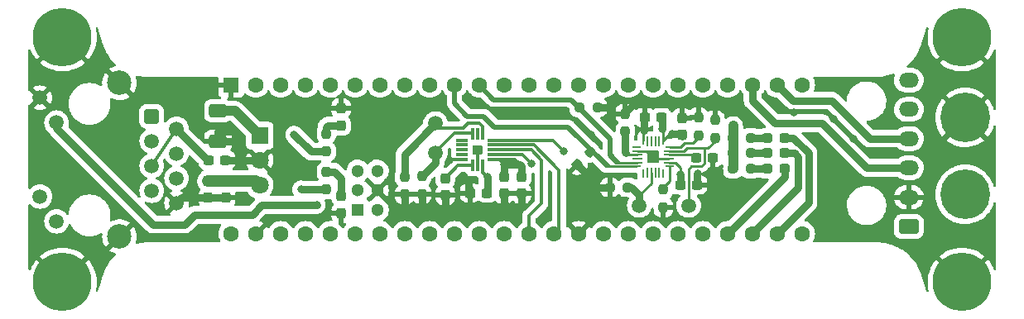
<source format=gtl>
G04 #@! TF.GenerationSoftware,KiCad,Pcbnew,(6.0.8)*
G04 #@! TF.CreationDate,2022-11-19T16:18:39-06:00*
G04 #@! TF.ProjectId,NavBoard_Hardware,4e617642-6f61-4726-945f-486172647761,rev?*
G04 #@! TF.SameCoordinates,Original*
G04 #@! TF.FileFunction,Copper,L1,Top*
G04 #@! TF.FilePolarity,Positive*
%FSLAX46Y46*%
G04 Gerber Fmt 4.6, Leading zero omitted, Abs format (unit mm)*
G04 Created by KiCad (PCBNEW (6.0.8)) date 2022-11-19 16:18:39*
%MOMM*%
%LPD*%
G01*
G04 APERTURE LIST*
G04 Aperture macros list*
%AMRoundRect*
0 Rectangle with rounded corners*
0 $1 Rounding radius*
0 $2 $3 $4 $5 $6 $7 $8 $9 X,Y pos of 4 corners*
0 Add a 4 corners polygon primitive as box body*
4,1,4,$2,$3,$4,$5,$6,$7,$8,$9,$2,$3,0*
0 Add four circle primitives for the rounded corners*
1,1,$1+$1,$2,$3*
1,1,$1+$1,$4,$5*
1,1,$1+$1,$6,$7*
1,1,$1+$1,$8,$9*
0 Add four rect primitives between the rounded corners*
20,1,$1+$1,$2,$3,$4,$5,0*
20,1,$1+$1,$4,$5,$6,$7,0*
20,1,$1+$1,$6,$7,$8,$9,0*
20,1,$1+$1,$8,$9,$2,$3,0*%
G04 Aperture macros list end*
G04 #@! TA.AperFunction,SMDPad,CuDef*
%ADD10RoundRect,0.237500X-0.237500X0.250000X-0.237500X-0.250000X0.237500X-0.250000X0.237500X0.250000X0*%
G04 #@! TD*
G04 #@! TA.AperFunction,SMDPad,CuDef*
%ADD11RoundRect,0.237500X0.300000X0.237500X-0.300000X0.237500X-0.300000X-0.237500X0.300000X-0.237500X0*%
G04 #@! TD*
G04 #@! TA.AperFunction,SMDPad,CuDef*
%ADD12C,1.500000*%
G04 #@! TD*
G04 #@! TA.AperFunction,SMDPad,CuDef*
%ADD13RoundRect,0.237500X-0.250000X-0.237500X0.250000X-0.237500X0.250000X0.237500X-0.250000X0.237500X0*%
G04 #@! TD*
G04 #@! TA.AperFunction,ComponentPad*
%ADD14R,1.800000X1.800000*%
G04 #@! TD*
G04 #@! TA.AperFunction,ComponentPad*
%ADD15C,1.800000*%
G04 #@! TD*
G04 #@! TA.AperFunction,SMDPad,CuDef*
%ADD16R,0.228600X0.875000*%
G04 #@! TD*
G04 #@! TA.AperFunction,SMDPad,CuDef*
%ADD17R,0.228600X1.000000*%
G04 #@! TD*
G04 #@! TA.AperFunction,SMDPad,CuDef*
%ADD18R,0.850000X0.228600*%
G04 #@! TD*
G04 #@! TA.AperFunction,SMDPad,CuDef*
%ADD19R,1.000000X0.228600*%
G04 #@! TD*
G04 #@! TA.AperFunction,SMDPad,CuDef*
%ADD20R,0.228600X0.850000*%
G04 #@! TD*
G04 #@! TA.AperFunction,SMDPad,CuDef*
%ADD21R,0.875000X0.228600*%
G04 #@! TD*
G04 #@! TA.AperFunction,SMDPad,CuDef*
%ADD22RoundRect,0.237500X-0.300000X-0.237500X0.300000X-0.237500X0.300000X0.237500X-0.300000X0.237500X0*%
G04 #@! TD*
G04 #@! TA.AperFunction,SMDPad,CuDef*
%ADD23RoundRect,0.237500X-0.237500X0.300000X-0.237500X-0.300000X0.237500X-0.300000X0.237500X0.300000X0*%
G04 #@! TD*
G04 #@! TA.AperFunction,SMDPad,CuDef*
%ADD24RoundRect,0.250000X-0.650000X0.412500X-0.650000X-0.412500X0.650000X-0.412500X0.650000X0.412500X0*%
G04 #@! TD*
G04 #@! TA.AperFunction,SMDPad,CuDef*
%ADD25RoundRect,0.237500X0.237500X-0.287500X0.237500X0.287500X-0.237500X0.287500X-0.237500X-0.287500X0*%
G04 #@! TD*
G04 #@! TA.AperFunction,SMDPad,CuDef*
%ADD26R,1.200000X0.350000*%
G04 #@! TD*
G04 #@! TA.AperFunction,SMDPad,CuDef*
%ADD27R,0.350000X1.200000*%
G04 #@! TD*
G04 #@! TA.AperFunction,ComponentPad*
%ADD28C,6.000000*%
G04 #@! TD*
G04 #@! TA.AperFunction,SMDPad,CuDef*
%ADD29RoundRect,0.237500X0.287500X0.237500X-0.287500X0.237500X-0.287500X-0.237500X0.287500X-0.237500X0*%
G04 #@! TD*
G04 #@! TA.AperFunction,SMDPad,CuDef*
%ADD30RoundRect,0.237500X0.237500X-0.250000X0.237500X0.250000X-0.237500X0.250000X-0.237500X-0.250000X0*%
G04 #@! TD*
G04 #@! TA.AperFunction,SMDPad,CuDef*
%ADD31RoundRect,0.237500X0.250000X0.237500X-0.250000X0.237500X-0.250000X-0.237500X0.250000X-0.237500X0*%
G04 #@! TD*
G04 #@! TA.AperFunction,SMDPad,CuDef*
%ADD32RoundRect,0.237500X0.237500X-0.300000X0.237500X0.300000X-0.237500X0.300000X-0.237500X-0.300000X0*%
G04 #@! TD*
G04 #@! TA.AperFunction,ComponentPad*
%ADD33RoundRect,0.250001X0.759999X-0.499999X0.759999X0.499999X-0.759999X0.499999X-0.759999X-0.499999X0*%
G04 #@! TD*
G04 #@! TA.AperFunction,ComponentPad*
%ADD34O,2.020000X1.500000*%
G04 #@! TD*
G04 #@! TA.AperFunction,ComponentPad*
%ADD35RoundRect,0.250500X-0.499500X0.499500X-0.499500X-0.499500X0.499500X-0.499500X0.499500X0.499500X0*%
G04 #@! TD*
G04 #@! TA.AperFunction,ComponentPad*
%ADD36C,1.500000*%
G04 #@! TD*
G04 #@! TA.AperFunction,ComponentPad*
%ADD37C,2.500000*%
G04 #@! TD*
G04 #@! TA.AperFunction,SMDPad,CuDef*
%ADD38RoundRect,0.237500X0.008839X0.344715X-0.344715X-0.008839X-0.008839X-0.344715X0.344715X0.008839X0*%
G04 #@! TD*
G04 #@! TA.AperFunction,SMDPad,CuDef*
%ADD39RoundRect,0.237500X-0.237500X0.287500X-0.237500X-0.287500X0.237500X-0.287500X0.237500X0.287500X0*%
G04 #@! TD*
G04 #@! TA.AperFunction,ComponentPad*
%ADD40R,1.600000X1.600000*%
G04 #@! TD*
G04 #@! TA.AperFunction,ComponentPad*
%ADD41C,1.600000*%
G04 #@! TD*
G04 #@! TA.AperFunction,ComponentPad*
%ADD42R,1.300000X1.300000*%
G04 #@! TD*
G04 #@! TA.AperFunction,ComponentPad*
%ADD43C,1.300000*%
G04 #@! TD*
G04 #@! TA.AperFunction,ComponentPad*
%ADD44C,5.080000*%
G04 #@! TD*
G04 #@! TA.AperFunction,ViaPad*
%ADD45C,0.800000*%
G04 #@! TD*
G04 #@! TA.AperFunction,Conductor*
%ADD46C,0.800000*%
G04 #@! TD*
G04 #@! TA.AperFunction,Conductor*
%ADD47C,0.350000*%
G04 #@! TD*
G04 #@! TA.AperFunction,Conductor*
%ADD48C,1.000000*%
G04 #@! TD*
G04 #@! TA.AperFunction,Conductor*
%ADD49C,0.228600*%
G04 #@! TD*
G04 #@! TA.AperFunction,Conductor*
%ADD50C,1.200000*%
G04 #@! TD*
G04 #@! TA.AperFunction,Conductor*
%ADD51C,0.300000*%
G04 #@! TD*
G04 #@! TA.AperFunction,Conductor*
%ADD52C,0.500000*%
G04 #@! TD*
G04 APERTURE END LIST*
D10*
X162448929Y-100726070D03*
X162448929Y-102551070D03*
D11*
X162261429Y-93338570D03*
X160536429Y-93338570D03*
D12*
X139155001Y-93950000D03*
D13*
X169575000Y-95400000D03*
X171400000Y-95400000D03*
D14*
X121180000Y-95187500D03*
D15*
X121180000Y-97727500D03*
X121180000Y-100267500D03*
D16*
X160436508Y-99048570D03*
D17*
X160836510Y-98988570D03*
X161236509Y-98988570D03*
X161636509Y-98988570D03*
X162036508Y-98988570D03*
D16*
X162436510Y-99048570D03*
D18*
X163123929Y-98348930D03*
D19*
X163048929Y-97948928D03*
X163048929Y-97548929D03*
X163048929Y-97148929D03*
X163048929Y-96748930D03*
D18*
X163123929Y-96348928D03*
D20*
X162436510Y-95663570D03*
D17*
X162036508Y-95738570D03*
X161636509Y-95738570D03*
X161236509Y-95738570D03*
X160836510Y-95738570D03*
D20*
X160436508Y-95663570D03*
D21*
X159738929Y-96348928D03*
D19*
X159798929Y-96748930D03*
X159798929Y-97148929D03*
X159798929Y-97548929D03*
X159798929Y-97948928D03*
D21*
X159738929Y-98348930D03*
D22*
X115937500Y-97700000D03*
X117662500Y-97700000D03*
D23*
X140155000Y-99550000D03*
X140155000Y-101275000D03*
D12*
X165048929Y-102338570D03*
X139155000Y-96950000D03*
D13*
X169575000Y-97000000D03*
X171400000Y-97000000D03*
D24*
X116900000Y-92637500D03*
X116900000Y-95762500D03*
D25*
X129500000Y-103100001D03*
X129500000Y-101350001D03*
D11*
X144417500Y-101068750D03*
X142692500Y-101068750D03*
D26*
X145045000Y-97650000D03*
X145045000Y-97150000D03*
X145045000Y-96650000D03*
X145045000Y-96150000D03*
X145045000Y-95650000D03*
D27*
X143955000Y-95050000D03*
X143455000Y-95050000D03*
X142955000Y-95050000D03*
D26*
X141845000Y-95650000D03*
X141845000Y-96150000D03*
X141845000Y-96650000D03*
X141845000Y-97150000D03*
X141845000Y-97650000D03*
D27*
X142955000Y-98250000D03*
X143455000Y-98250000D03*
X143955000Y-98250000D03*
D28*
X193000000Y-110200000D03*
D29*
X174862500Y-98600000D03*
X173112500Y-98600000D03*
D22*
X165786429Y-97438570D03*
X167511429Y-97438570D03*
D30*
X128000000Y-100712500D03*
X128000000Y-98887500D03*
D31*
X158812500Y-100500000D03*
X156987500Y-100500000D03*
D10*
X136000000Y-99387500D03*
X136000000Y-101212500D03*
D28*
X193000000Y-85100000D03*
D29*
X174862500Y-95400000D03*
X173112500Y-95400000D03*
X174862500Y-97000000D03*
X173112500Y-97000000D03*
D13*
X169575000Y-98600000D03*
X171400000Y-98600000D03*
D10*
X137755001Y-99337500D03*
X137755001Y-101162500D03*
D23*
X115900000Y-99837500D03*
X115900000Y-101562500D03*
X147955000Y-99387500D03*
X147955000Y-101112500D03*
D32*
X164348929Y-95138570D03*
X164348929Y-93413570D03*
D33*
X187570000Y-104500000D03*
D34*
X187570000Y-101500000D03*
X187570000Y-98500000D03*
X187570000Y-95500000D03*
X187570000Y-92500000D03*
X187570000Y-89500000D03*
D22*
X164186429Y-100238570D03*
X165911429Y-100238570D03*
D23*
X117700000Y-99837500D03*
X117700000Y-101562500D03*
X146155000Y-99387501D03*
X146155000Y-101112501D03*
D12*
X160000000Y-102338570D03*
D30*
X166048929Y-95151070D03*
X166048929Y-93326070D03*
D28*
X101000000Y-85100000D03*
D30*
X128000000Y-96812500D03*
X128000000Y-94987500D03*
D35*
X110125000Y-93200000D03*
D36*
X112665000Y-94470000D03*
X110125000Y-95740000D03*
X112665000Y-97010000D03*
X110125000Y-98280000D03*
X112665000Y-99550000D03*
X110125000Y-100820000D03*
X112665000Y-102090000D03*
X98695000Y-91320000D03*
X100395000Y-93860000D03*
X98695000Y-101430000D03*
X100395000Y-103970000D03*
D37*
X106825000Y-105520000D03*
X106825000Y-89770000D03*
D28*
X101000000Y-110200000D03*
D30*
X167748929Y-95438570D03*
X167748929Y-93613570D03*
X158548929Y-94763570D03*
X158548929Y-92938570D03*
D38*
X154945235Y-96854765D03*
X153654765Y-98145235D03*
D13*
X153887500Y-92300000D03*
X155712500Y-92300000D03*
D39*
X129500000Y-92399999D03*
X129500000Y-94149999D03*
D40*
X118250200Y-90000000D03*
D41*
X120790200Y-90000000D03*
X123330200Y-90000000D03*
X125870200Y-90000000D03*
X128410200Y-90000000D03*
X130950200Y-90000000D03*
X133490200Y-90000000D03*
X136030200Y-90000000D03*
X138570200Y-90000000D03*
X141110200Y-90000000D03*
X143650200Y-90000000D03*
X146190200Y-90000000D03*
X148730200Y-90000000D03*
X151270200Y-90000000D03*
X153810200Y-90000000D03*
X156350200Y-90000000D03*
X158890200Y-90000000D03*
X161430200Y-90000000D03*
X163970200Y-90000000D03*
X166510200Y-90000000D03*
X169050200Y-90000000D03*
X171590200Y-90000000D03*
X174130200Y-90000000D03*
X176670200Y-90000000D03*
X176670200Y-105240000D03*
X174130200Y-105240000D03*
X171590200Y-105240000D03*
X169050200Y-105240000D03*
X166510200Y-105240000D03*
X163970200Y-105240000D03*
X161430200Y-105240000D03*
X158890200Y-105240000D03*
X156350200Y-105240000D03*
X153810200Y-105240000D03*
X151270200Y-105240000D03*
X148730200Y-105240000D03*
X146190200Y-105240000D03*
X143650200Y-105240000D03*
X141110200Y-105240000D03*
X138570200Y-105240000D03*
X136030200Y-105240000D03*
X133490200Y-105240000D03*
X130950200Y-105240000D03*
X128410200Y-105240000D03*
X125870200Y-105240000D03*
X123330200Y-105240000D03*
X120790200Y-105240000D03*
X118250200Y-105240000D03*
D42*
X131220200Y-102801600D03*
D43*
X131220200Y-100801600D03*
X131220200Y-98801600D03*
X133220200Y-98801600D03*
X133220200Y-100801600D03*
X133220200Y-102801600D03*
D44*
X193322800Y-93333000D03*
X193322800Y-101207000D03*
D45*
X147650000Y-98149999D03*
X146155000Y-98149999D03*
X163348929Y-95038570D03*
X125400000Y-100700000D03*
X169600000Y-94200000D03*
X144455000Y-99450000D03*
X164248929Y-99138570D03*
X162348929Y-94538570D03*
X118500000Y-94800000D03*
X155100000Y-95100000D03*
X175800000Y-92800000D03*
X181900000Y-95500000D03*
X150600000Y-92700000D03*
X146400000Y-102350000D03*
X147400000Y-92700000D03*
X142555000Y-99750000D03*
X155800000Y-100500000D03*
X137767501Y-102362499D03*
X179900000Y-93500000D03*
X140555000Y-97700000D03*
X178000000Y-95500000D03*
X136000000Y-102400000D03*
X118700000Y-96100000D03*
X140179999Y-102475001D03*
X165948929Y-99038570D03*
X154500000Y-99000000D03*
X160448929Y-94638570D03*
X161448929Y-97438570D03*
X172100000Y-94000000D03*
X143455000Y-96650000D03*
X139100000Y-91800000D03*
X159600000Y-91800000D03*
X150700000Y-103100000D03*
X142500000Y-91200000D03*
X157100000Y-92300000D03*
X184400000Y-97000000D03*
X147955000Y-102350000D03*
X124700000Y-95100000D03*
X127000000Y-102300000D03*
X158648929Y-96938570D03*
X152300000Y-96800000D03*
X149000000Y-98100000D03*
D46*
X164248929Y-99138570D02*
X164248929Y-100176070D01*
X163348929Y-95038570D02*
X164086429Y-95038570D01*
D47*
X143955000Y-98250000D02*
X143955000Y-98950000D01*
D48*
X169600000Y-94200000D02*
X169600000Y-98575000D01*
D46*
X147955000Y-98350000D02*
X147755000Y-98149999D01*
D49*
X163048929Y-97948928D02*
X163738571Y-97948928D01*
D46*
X146155000Y-98149999D02*
X146155000Y-99387500D01*
D47*
X147255001Y-97650000D02*
X145655000Y-97650000D01*
X144417500Y-99487500D02*
X144455000Y-99450000D01*
D49*
X162436510Y-95663570D02*
X162436510Y-94626151D01*
D46*
X125412500Y-100712500D02*
X125400000Y-100700000D01*
D49*
X163348929Y-95038570D02*
X163061510Y-95038570D01*
D47*
X146155000Y-98149999D02*
X146654999Y-97650000D01*
D49*
X163738571Y-97948928D02*
X164248929Y-98459286D01*
D47*
X143955000Y-98950000D02*
X144455000Y-99450000D01*
D46*
X147755000Y-98149999D02*
X146155000Y-98149999D01*
D47*
X147755000Y-98149999D02*
X147255001Y-97650000D01*
D49*
X162436510Y-94626151D02*
X162348929Y-94538570D01*
D46*
X144455000Y-99450000D02*
X144455000Y-101031250D01*
D47*
X145045001Y-97650000D02*
X145655000Y-97650000D01*
D49*
X164248929Y-98459286D02*
X164248929Y-99138570D01*
D48*
X169600000Y-98575000D02*
X169575000Y-98600000D01*
D46*
X164086429Y-95038570D02*
X164348929Y-95301070D01*
D49*
X162761509Y-95338570D02*
X163248929Y-95338570D01*
X163061510Y-95038570D02*
X162705219Y-95394860D01*
X162705219Y-95394860D02*
X162436510Y-95663570D01*
D46*
X128000000Y-100712500D02*
X125412500Y-100712500D01*
X147955000Y-99387500D02*
X147955000Y-98350000D01*
X164248929Y-100176070D02*
X164186429Y-100238570D01*
X144455000Y-100612500D02*
X144417500Y-100650000D01*
D47*
X146654999Y-97650000D02*
X146755000Y-97650000D01*
X145655000Y-97650000D02*
X146155000Y-98149999D01*
D46*
X162348929Y-94538570D02*
X162348929Y-93376070D01*
X162348929Y-93376070D02*
X162311429Y-93338570D01*
D49*
X162705219Y-95394860D02*
X162761509Y-95338570D01*
D46*
X158548929Y-92938570D02*
X158548929Y-92851071D01*
X142555000Y-100512500D02*
X142692500Y-100650000D01*
X121152500Y-97700000D02*
X121180000Y-97727500D01*
D47*
X143515000Y-96710000D02*
X143455000Y-96650000D01*
D46*
X147955000Y-101112500D02*
X147955000Y-102350000D01*
X116900000Y-94800000D02*
X118500000Y-94800000D01*
X140154999Y-101275000D02*
X140154999Y-102450001D01*
D49*
X160436508Y-94650991D02*
X160448929Y-94638570D01*
D46*
X142555000Y-99750000D02*
X142555000Y-100512500D01*
D49*
X160436508Y-95663570D02*
X160436508Y-94650991D01*
D46*
X160448929Y-94638570D02*
X160448929Y-93476070D01*
X136000000Y-101212500D02*
X136000000Y-102400000D01*
X153654765Y-98145235D02*
X153654765Y-98154765D01*
X146155000Y-101112501D02*
X146155000Y-102105000D01*
X137755001Y-102350000D02*
X137767501Y-102362499D01*
D49*
X163048929Y-97548929D02*
X161559288Y-97548929D01*
D46*
X156987500Y-100500000D02*
X155800000Y-100500000D01*
X165911429Y-99076070D02*
X165948929Y-99038570D01*
D49*
X160759289Y-96748930D02*
X161448929Y-97438570D01*
D46*
X117662500Y-97700000D02*
X119400000Y-97700000D01*
X117700000Y-101562500D02*
X115900000Y-101562500D01*
D49*
X161559288Y-97548929D02*
X161448929Y-97438570D01*
X159798929Y-96748930D02*
X160759289Y-96748930D01*
D46*
X119400000Y-97700000D02*
X121152500Y-97700000D01*
X158548929Y-92851071D02*
X159600000Y-91800000D01*
D47*
X143455000Y-96650000D02*
X143455000Y-98250000D01*
X142692499Y-99587500D02*
X142555000Y-99750000D01*
D46*
X115900000Y-101562500D02*
X113192500Y-101562500D01*
X137755001Y-101162500D02*
X137755001Y-102350000D01*
X118362500Y-95762500D02*
X118700000Y-96100000D01*
D47*
X141845000Y-97650000D02*
X140555000Y-97650000D01*
D46*
X146155000Y-102105000D02*
X146400000Y-102350000D01*
X165911429Y-100238570D02*
X165911429Y-99076070D01*
X116900000Y-95762500D02*
X118362500Y-95762500D01*
X140154999Y-102450001D02*
X140179999Y-102475001D01*
X113192500Y-101562500D02*
X112665000Y-102090000D01*
X160448929Y-93476070D02*
X160586429Y-93338570D01*
X153654765Y-98154765D02*
X154500000Y-99000000D01*
X116900000Y-95762500D02*
X116900000Y-94800000D01*
X155712500Y-92300000D02*
X157100000Y-92300000D01*
D48*
X118630000Y-92637500D02*
X121180000Y-95187500D01*
X116900000Y-92637500D02*
X118630000Y-92637500D01*
D46*
X126412500Y-96812500D02*
X124700000Y-95100000D01*
X128000000Y-96812500D02*
X126412500Y-96812500D01*
D50*
X120750000Y-99837500D02*
X121180000Y-100267500D01*
X115900000Y-99837500D02*
X120750000Y-99837500D01*
D46*
X128000000Y-94300000D02*
X128000000Y-94987500D01*
X128150001Y-94149999D02*
X128000000Y-94300000D01*
X129500000Y-94149999D02*
X128150001Y-94149999D01*
D47*
X141455000Y-98250000D02*
X140155000Y-99550000D01*
X142855000Y-98250000D02*
X141455000Y-98250000D01*
D46*
X115937500Y-97700000D02*
X115895000Y-97700000D01*
D51*
X110100000Y-98300000D02*
X112665000Y-94470000D01*
D46*
X112665000Y-94470000D02*
X112697500Y-94437500D01*
X115895000Y-97700000D02*
X112665000Y-94470000D01*
D49*
X163048929Y-97148929D02*
X165496788Y-97148929D01*
X165496788Y-97148929D02*
X165786429Y-97438570D01*
D46*
X175730200Y-91600000D02*
X179700000Y-91600000D01*
X174130200Y-90000000D02*
X175730200Y-91600000D01*
X183600000Y-95500000D02*
X187570000Y-95500000D01*
X179700000Y-91600000D02*
X183600000Y-95500000D01*
X183300000Y-98500000D02*
X187570000Y-98500000D01*
X178700000Y-93900000D02*
X183300000Y-98500000D01*
X171590200Y-90000000D02*
X171590200Y-91590200D01*
X173900000Y-93900000D02*
X178700000Y-93900000D01*
X171590200Y-91590200D02*
X173900000Y-93900000D01*
X113500000Y-104300000D02*
X110300000Y-104300000D01*
X100395000Y-94395000D02*
X100395000Y-93860000D01*
X114500000Y-103300000D02*
X113500000Y-104300000D01*
X121400000Y-102300000D02*
X120400000Y-103300000D01*
X121400000Y-102300000D02*
X127000000Y-102300000D01*
X120400000Y-103300000D02*
X114500000Y-103300000D01*
X110300000Y-104300000D02*
X100395000Y-94395000D01*
D52*
X157048929Y-97248930D02*
X157609999Y-97810000D01*
D49*
X157948930Y-97948928D02*
X157548928Y-97948928D01*
X157928928Y-97941069D02*
X157158929Y-97171070D01*
D52*
X145100000Y-91500000D02*
X153000000Y-91500000D01*
D49*
X157609999Y-97810000D02*
X157148929Y-97348929D01*
D52*
X153000000Y-91500000D02*
X157048929Y-95548929D01*
D49*
X157148929Y-97348929D02*
X157148929Y-97248929D01*
X157748928Y-97948928D02*
X157609999Y-97810000D01*
D47*
X143650200Y-90000000D02*
X143650200Y-90050200D01*
D52*
X143650200Y-90050200D02*
X145100000Y-91500000D01*
D49*
X157748928Y-97948928D02*
X157548928Y-97948928D01*
D52*
X157048929Y-95548929D02*
X157048929Y-97248930D01*
D49*
X159798929Y-97948928D02*
X157948930Y-97948928D01*
X157948930Y-97948928D02*
X157748928Y-97948928D01*
X157948928Y-97948928D02*
X157748928Y-97948928D01*
X156698929Y-98148928D02*
X156598929Y-98148928D01*
D52*
X141110200Y-90000000D02*
X141110200Y-91910200D01*
X152697859Y-94300000D02*
X156548929Y-98151070D01*
D49*
X157348928Y-98348930D02*
X156548929Y-98351070D01*
D52*
X141110200Y-91910200D02*
X142400000Y-93200000D01*
X144100000Y-93200000D02*
X145200000Y-94300000D01*
D49*
X156553929Y-98356070D02*
X156283929Y-98086070D01*
D52*
X145200000Y-94300000D02*
X152697859Y-94300000D01*
D46*
X141110200Y-90000000D02*
X141300000Y-90000000D01*
D52*
X142400000Y-93200000D02*
X144100000Y-93200000D01*
D49*
X156928929Y-98341070D02*
X156658928Y-98071069D01*
X159738929Y-98348930D02*
X156848928Y-98348930D01*
X156378929Y-98081070D02*
X156378929Y-98041070D01*
X166548929Y-96438570D02*
X167036429Y-96438570D01*
X165048929Y-102338570D02*
X165048929Y-98638570D01*
X166648929Y-96538570D02*
X166548929Y-96438570D01*
X165048929Y-98638570D02*
X165348929Y-98338570D01*
X166348929Y-98338570D02*
X166648929Y-98038570D01*
X166648929Y-98038570D02*
X166648929Y-96538570D01*
X167036429Y-96438570D02*
X167736429Y-95738570D01*
X165348929Y-98338570D02*
X166348929Y-98338570D01*
X164538569Y-96748930D02*
X164848929Y-96438570D01*
X164848929Y-96438570D02*
X166548929Y-96438570D01*
X163048929Y-96748930D02*
X164538569Y-96748930D01*
X166650000Y-96550000D02*
X166750000Y-96450000D01*
D46*
X158812500Y-100500000D02*
X159212500Y-100500000D01*
D49*
X161236509Y-98988570D02*
X161236509Y-100050991D01*
D46*
X159212500Y-100500000D02*
X160000000Y-101287500D01*
X160000000Y-102338570D02*
X160000000Y-101287500D01*
D49*
X161236509Y-100050991D02*
X160000000Y-101287500D01*
X163123929Y-99863570D02*
X162548929Y-100438570D01*
X163123929Y-98348930D02*
X163123929Y-99863570D01*
D46*
X158648929Y-96938570D02*
X158636429Y-96938570D01*
X158548929Y-96851070D02*
X158548929Y-94763570D01*
D49*
X159798929Y-97148929D02*
X158859288Y-97148929D01*
D46*
X158636429Y-96938570D02*
X158548929Y-96851070D01*
D49*
X158859288Y-97148929D02*
X158648929Y-96938570D01*
X166048929Y-95338570D02*
X165448929Y-95938570D01*
X164238571Y-96348928D02*
X164648929Y-95938570D01*
X164648929Y-95938570D02*
X165448929Y-95938570D01*
X163123929Y-96348928D02*
X164238571Y-96348928D01*
X166048929Y-95151070D02*
X166048929Y-95338570D01*
D47*
X139605001Y-94400000D02*
X139155001Y-93950000D01*
D46*
X136000000Y-97105001D02*
X139155001Y-93950000D01*
D47*
X143955000Y-95050000D02*
X143955000Y-94250000D01*
X143655000Y-93950000D02*
X142450000Y-93950000D01*
D46*
X136000000Y-99387500D02*
X136000000Y-97105001D01*
D47*
X143955000Y-94250000D02*
X143655000Y-93950000D01*
X142450000Y-93950000D02*
X142000000Y-94400000D01*
X142000000Y-94400000D02*
X139605001Y-94400000D01*
D46*
X139155000Y-97937500D02*
X137755000Y-99337500D01*
D47*
X142955000Y-95050000D02*
X142855000Y-94950000D01*
X142855000Y-94950000D02*
X141055000Y-94950000D01*
X139155000Y-96850000D02*
X139155000Y-96950000D01*
X141055000Y-94950000D02*
X139155000Y-96850000D01*
D46*
X139155000Y-96950000D02*
X139155000Y-97937500D01*
D47*
X145045000Y-95650000D02*
X151150000Y-95650000D01*
X151150000Y-95650000D02*
X152300000Y-96800000D01*
X150000000Y-102100000D02*
X148730200Y-103369800D01*
X148730200Y-103369800D02*
X148730200Y-105240000D01*
X145045000Y-96650000D02*
X148950000Y-96650000D01*
X148950000Y-96650000D02*
X150000000Y-97700000D01*
X150000000Y-97700000D02*
X150000000Y-102100000D01*
X149250000Y-96150000D02*
X151800000Y-98700000D01*
X145045000Y-96150000D02*
X149250000Y-96150000D01*
X151800000Y-98700000D02*
X151800000Y-104710200D01*
X151800000Y-104710200D02*
X151270200Y-105240000D01*
X148050000Y-97150000D02*
X149000000Y-98100000D01*
X145045000Y-97150000D02*
X148050000Y-97150000D01*
D46*
X171400000Y-98600000D02*
X173112500Y-98600000D01*
X171400000Y-97000000D02*
X173112500Y-97000000D01*
X171400000Y-95400000D02*
X173112500Y-95400000D01*
X174862500Y-98600000D02*
X174862500Y-99427700D01*
X174862500Y-99427700D02*
X169050200Y-105240000D01*
X174862500Y-97000000D02*
X175900000Y-97000000D01*
X176250000Y-97350000D02*
X176250000Y-100550000D01*
X171590200Y-105209800D02*
X176250000Y-100550000D01*
X175900000Y-97000000D02*
X176250000Y-97350000D01*
X171590200Y-105240000D02*
X171590200Y-105209800D01*
X177300000Y-102070200D02*
X174130200Y-105240000D01*
X175700000Y-95400000D02*
X177300000Y-97000000D01*
X174862500Y-95400000D02*
X175700000Y-95400000D01*
X177300000Y-97000000D02*
X177300000Y-102070200D01*
X128787500Y-98887500D02*
X128000000Y-98887500D01*
X129500000Y-99600000D02*
X128787500Y-98887500D01*
X129500000Y-101350001D02*
X129500000Y-99600000D01*
G04 #@! TA.AperFunction,Conductor*
G36*
X189529591Y-84099651D02*
G01*
X189582476Y-84147019D01*
X189601356Y-84215459D01*
X189597080Y-84246001D01*
X189564801Y-84366468D01*
X189563433Y-84372901D01*
X189506945Y-84729560D01*
X189506257Y-84736104D01*
X189487359Y-85096699D01*
X189487359Y-85103301D01*
X189506257Y-85463896D01*
X189506945Y-85470440D01*
X189563433Y-85827099D01*
X189564802Y-85833537D01*
X189658260Y-86182328D01*
X189660300Y-86188605D01*
X189789704Y-86525714D01*
X189792380Y-86531725D01*
X189956317Y-86853468D01*
X189959613Y-86859177D01*
X190156279Y-87162016D01*
X190160146Y-87167338D01*
X190333678Y-87381634D01*
X190345933Y-87390100D01*
X190357024Y-87383766D01*
X192910905Y-84829885D01*
X192973217Y-84795859D01*
X193044032Y-84800924D01*
X193089095Y-84829885D01*
X195642110Y-87382900D01*
X195655186Y-87390040D01*
X195665554Y-87382582D01*
X195839854Y-87167338D01*
X195843721Y-87162016D01*
X196040387Y-86859177D01*
X196043683Y-86853468D01*
X196207620Y-86531725D01*
X196210296Y-86525714D01*
X196247869Y-86427833D01*
X196290955Y-86371405D01*
X196357708Y-86347229D01*
X196426936Y-86362980D01*
X196476658Y-86413658D01*
X196491500Y-86472988D01*
X196491500Y-92428870D01*
X196471498Y-92496991D01*
X196417842Y-92543484D01*
X196347568Y-92553588D01*
X196282988Y-92524094D01*
X196244381Y-92463600D01*
X196206764Y-92332415D01*
X196204456Y-92325787D01*
X196077255Y-92017172D01*
X196074226Y-92010852D01*
X195913417Y-91718340D01*
X195909694Y-91712384D01*
X195717290Y-91439633D01*
X195712932Y-91434134D01*
X195662853Y-91377728D01*
X195649467Y-91369352D01*
X195639908Y-91375102D01*
X193694822Y-93320188D01*
X193687208Y-93334132D01*
X193687339Y-93335965D01*
X193691590Y-93342580D01*
X195640305Y-95291295D01*
X195654249Y-95298909D01*
X195655028Y-95298854D01*
X195662090Y-95294157D01*
X195663488Y-95292490D01*
X195863435Y-95025215D01*
X195867325Y-95019360D01*
X196036231Y-94731468D01*
X196039445Y-94725214D01*
X196175207Y-94420289D01*
X196177704Y-94413714D01*
X196245398Y-94200316D01*
X196285061Y-94141432D01*
X196350263Y-94113340D01*
X196420303Y-94124957D01*
X196472943Y-94172597D01*
X196491500Y-94238415D01*
X196491500Y-100301060D01*
X196471498Y-100369181D01*
X196417842Y-100415674D01*
X196347568Y-100425778D01*
X196282988Y-100396284D01*
X196244381Y-100335790D01*
X196206267Y-100202870D01*
X196121814Y-99997972D01*
X196077706Y-99890956D01*
X196077702Y-99890948D01*
X196076368Y-99887711D01*
X195912148Y-99588996D01*
X195715654Y-99310448D01*
X195489334Y-99055538D01*
X195453396Y-99023179D01*
X195238629Y-98829802D01*
X195238626Y-98829800D01*
X195236011Y-98827445D01*
X195233161Y-98825404D01*
X195233154Y-98825399D01*
X194961696Y-98631054D01*
X194961693Y-98631052D01*
X194958842Y-98629011D01*
X194661280Y-98462709D01*
X194347035Y-98330613D01*
X194343672Y-98329623D01*
X194343663Y-98329620D01*
X194102001Y-98258496D01*
X194020024Y-98234369D01*
X193736843Y-98184436D01*
X193687783Y-98175785D01*
X193687781Y-98175785D01*
X193684323Y-98175175D01*
X193680814Y-98174954D01*
X193680812Y-98174954D01*
X193347634Y-98153992D01*
X193347628Y-98153992D01*
X193344116Y-98153771D01*
X193247691Y-98158487D01*
X193007150Y-98170251D01*
X193007142Y-98170252D01*
X193003643Y-98170423D01*
X193000175Y-98170985D01*
X193000172Y-98170985D01*
X192670623Y-98224361D01*
X192670620Y-98224362D01*
X192667148Y-98224924D01*
X192663765Y-98225869D01*
X192663763Y-98225869D01*
X192629770Y-98235360D01*
X192338825Y-98316593D01*
X192022767Y-98444289D01*
X192019682Y-98445957D01*
X192019680Y-98445958D01*
X191994635Y-98459500D01*
X191722912Y-98606420D01*
X191442999Y-98800964D01*
X191440357Y-98803277D01*
X191440353Y-98803280D01*
X191245141Y-98974176D01*
X191186516Y-99025498D01*
X190956660Y-99277223D01*
X190756295Y-99553001D01*
X190587921Y-99849394D01*
X190586534Y-99852629D01*
X190586532Y-99852634D01*
X190456765Y-100155403D01*
X190453634Y-100162709D01*
X190429429Y-100242880D01*
X190357311Y-100481748D01*
X190355109Y-100489040D01*
X190332675Y-100611273D01*
X190294695Y-100818209D01*
X190293573Y-100824320D01*
X190293327Y-100827836D01*
X190293327Y-100827837D01*
X190278503Y-101039839D01*
X190269795Y-101164369D01*
X190284069Y-101504950D01*
X190307767Y-101658031D01*
X190334826Y-101832817D01*
X190336219Y-101841817D01*
X190337141Y-101845209D01*
X190337141Y-101845211D01*
X190351922Y-101899615D01*
X190425594Y-102170772D01*
X190551080Y-102487714D01*
X190552726Y-102490810D01*
X190552728Y-102490814D01*
X190608301Y-102595330D01*
X190711114Y-102788693D01*
X190713099Y-102791592D01*
X190901709Y-103067051D01*
X190901714Y-103067057D01*
X190903700Y-103069958D01*
X191126438Y-103328002D01*
X191129008Y-103330382D01*
X191129012Y-103330386D01*
X191197650Y-103393945D01*
X191376551Y-103559610D01*
X191379373Y-103561691D01*
X191379376Y-103561693D01*
X191453050Y-103616010D01*
X191650924Y-103761895D01*
X191653961Y-103763649D01*
X191653965Y-103763651D01*
X191751984Y-103820242D01*
X191946134Y-103932335D01*
X192015312Y-103962558D01*
X192255282Y-104067399D01*
X192255292Y-104067403D01*
X192258504Y-104068806D01*
X192261861Y-104069845D01*
X192261866Y-104069847D01*
X192580779Y-104168567D01*
X192584139Y-104169607D01*
X192649063Y-104181992D01*
X192915530Y-104232823D01*
X192915535Y-104232824D01*
X192918981Y-104233481D01*
X193142997Y-104250718D01*
X193255359Y-104259364D01*
X193255360Y-104259364D01*
X193258856Y-104259633D01*
X193471207Y-104252218D01*
X193596014Y-104247860D01*
X193596019Y-104247860D01*
X193599529Y-104247737D01*
X193773467Y-104222052D01*
X193933273Y-104198454D01*
X193933278Y-104198453D01*
X193936752Y-104197940D01*
X193940144Y-104197044D01*
X193940148Y-104197043D01*
X194262932Y-104111760D01*
X194262933Y-104111760D01*
X194266323Y-104110864D01*
X194584133Y-103987593D01*
X194886222Y-103829665D01*
X195078032Y-103700287D01*
X195165908Y-103641014D01*
X195165910Y-103641013D01*
X195168824Y-103639047D01*
X195195893Y-103616010D01*
X195425744Y-103420391D01*
X195425745Y-103420390D01*
X195428417Y-103418116D01*
X195482666Y-103360347D01*
X195659355Y-103172193D01*
X195659359Y-103172188D01*
X195661766Y-103169625D01*
X195663871Y-103166811D01*
X195663877Y-103166804D01*
X195838656Y-102933171D01*
X195865961Y-102896672D01*
X195880145Y-102872497D01*
X195947707Y-102757340D01*
X196038458Y-102602658D01*
X196042334Y-102593952D01*
X196175674Y-102294466D01*
X196175676Y-102294461D01*
X196177106Y-102291249D01*
X196245398Y-102075966D01*
X196285061Y-102017082D01*
X196350264Y-101988990D01*
X196420303Y-102000607D01*
X196472943Y-102048247D01*
X196491500Y-102114065D01*
X196491500Y-108827012D01*
X196471498Y-108895133D01*
X196417842Y-108941626D01*
X196347568Y-108951730D01*
X196282988Y-108922236D01*
X196247869Y-108872167D01*
X196210296Y-108774286D01*
X196207620Y-108768275D01*
X196043683Y-108446532D01*
X196040387Y-108440823D01*
X195843721Y-108137984D01*
X195839854Y-108132662D01*
X195666322Y-107918366D01*
X195654067Y-107909900D01*
X195642976Y-107916234D01*
X193089095Y-110470115D01*
X193026783Y-110504141D01*
X192955968Y-110499076D01*
X192910905Y-110470115D01*
X190357890Y-107917100D01*
X190344814Y-107909960D01*
X190334446Y-107917418D01*
X190160146Y-108132662D01*
X190156279Y-108137984D01*
X189959613Y-108440823D01*
X189956317Y-108446532D01*
X189792380Y-108768275D01*
X189789704Y-108774286D01*
X189660300Y-109111395D01*
X189658260Y-109117672D01*
X189564802Y-109466463D01*
X189563433Y-109472901D01*
X189506945Y-109829560D01*
X189506257Y-109836104D01*
X189487359Y-110196699D01*
X189487359Y-110203301D01*
X189506257Y-110563896D01*
X189506945Y-110570440D01*
X189563433Y-110927099D01*
X189564802Y-110933538D01*
X189597080Y-111054002D01*
X189595390Y-111124978D01*
X189555596Y-111183774D01*
X189490331Y-111211722D01*
X189420318Y-111199948D01*
X189367784Y-111152192D01*
X189355076Y-111124092D01*
X189305011Y-110963399D01*
X189299932Y-110938438D01*
X189298794Y-110927033D01*
X189281203Y-110883491D01*
X189277698Y-110873659D01*
X188939418Y-109783644D01*
X188851042Y-109498875D01*
X188846585Y-109478916D01*
X188844301Y-109462523D01*
X188843630Y-109457706D01*
X188840005Y-109445688D01*
X188837897Y-109441295D01*
X188836782Y-109438421D01*
X188833809Y-109431347D01*
X188824671Y-109406178D01*
X188699688Y-109061937D01*
X188566148Y-108774286D01*
X188528800Y-108693836D01*
X188528796Y-108693829D01*
X188527652Y-108691364D01*
X188387146Y-108446532D01*
X188325646Y-108339368D01*
X188325635Y-108339350D01*
X188324293Y-108337011D01*
X188091127Y-108001521D01*
X187829892Y-107687392D01*
X187827981Y-107685461D01*
X187827975Y-107685454D01*
X187689927Y-107545933D01*
X190709900Y-107545933D01*
X190716234Y-107557024D01*
X192987188Y-109827978D01*
X193001132Y-109835592D01*
X193002965Y-109835461D01*
X193009580Y-109831210D01*
X195282900Y-107557890D01*
X195290040Y-107544814D01*
X195282582Y-107534446D01*
X195067338Y-107360146D01*
X195062016Y-107356279D01*
X194759177Y-107159613D01*
X194753468Y-107156317D01*
X194431725Y-106992380D01*
X194425714Y-106989704D01*
X194088605Y-106860300D01*
X194082328Y-106858260D01*
X193733537Y-106764802D01*
X193727099Y-106763433D01*
X193370440Y-106706945D01*
X193363896Y-106706257D01*
X193003301Y-106687359D01*
X192996699Y-106687359D01*
X192636104Y-106706257D01*
X192629560Y-106706945D01*
X192272901Y-106763433D01*
X192266463Y-106764802D01*
X191917672Y-106858260D01*
X191911395Y-106860300D01*
X191574286Y-106989704D01*
X191568275Y-106992380D01*
X191246532Y-107156317D01*
X191240823Y-107159613D01*
X190937984Y-107356279D01*
X190932662Y-107360146D01*
X190718366Y-107533678D01*
X190709900Y-107545933D01*
X187689927Y-107545933D01*
X187544448Y-107398901D01*
X187544443Y-107398896D01*
X187542535Y-107396968D01*
X187231198Y-107132412D01*
X187034210Y-106992380D01*
X186900427Y-106897278D01*
X186900416Y-106897271D01*
X186898202Y-106895697D01*
X186895867Y-106894324D01*
X186895858Y-106894318D01*
X186653900Y-106752026D01*
X186546028Y-106688588D01*
X186177303Y-106512628D01*
X185794774Y-106369128D01*
X185792148Y-106368394D01*
X185403907Y-106259889D01*
X185403895Y-106259886D01*
X185401293Y-106259159D01*
X185398631Y-106258658D01*
X185398624Y-106258656D01*
X185243344Y-106229411D01*
X184999793Y-106183540D01*
X184821302Y-106165668D01*
X184595978Y-106143106D01*
X184595968Y-106143105D01*
X184593267Y-106142835D01*
X184590559Y-106142799D01*
X184590548Y-106142798D01*
X184391342Y-106140122D01*
X184214997Y-106137753D01*
X184206952Y-106137146D01*
X184206947Y-106137233D01*
X184202092Y-106136943D01*
X184197270Y-106136278D01*
X184192410Y-106136363D01*
X184192407Y-106136363D01*
X184191250Y-106136384D01*
X184184719Y-106136498D01*
X184166626Y-106139641D01*
X184145061Y-106141500D01*
X177878390Y-106141500D01*
X177810269Y-106121498D01*
X177763776Y-106067842D01*
X177753672Y-105997568D01*
X177775177Y-105943229D01*
X177804566Y-105901257D01*
X177807723Y-105896749D01*
X177810046Y-105891767D01*
X177810049Y-105891762D01*
X177902161Y-105694225D01*
X177902161Y-105694224D01*
X177904484Y-105689243D01*
X177924272Y-105615396D01*
X177962319Y-105473402D01*
X177962319Y-105473400D01*
X177963743Y-105468087D01*
X177983698Y-105240000D01*
X177967110Y-105050400D01*
X186051500Y-105050400D01*
X186051837Y-105053646D01*
X186051837Y-105053650D01*
X186060441Y-105136569D01*
X186062474Y-105156165D01*
X186064655Y-105162701D01*
X186064655Y-105162703D01*
X186088051Y-105232828D01*
X186118450Y-105323945D01*
X186211522Y-105474348D01*
X186336697Y-105599305D01*
X186342927Y-105603145D01*
X186342928Y-105603146D01*
X186480090Y-105687694D01*
X186487262Y-105692115D01*
X186567005Y-105718564D01*
X186648611Y-105745632D01*
X186648613Y-105745632D01*
X186655139Y-105747797D01*
X186661975Y-105748497D01*
X186661978Y-105748498D01*
X186705031Y-105752909D01*
X186759600Y-105758500D01*
X188380400Y-105758500D01*
X188383646Y-105758163D01*
X188383650Y-105758163D01*
X188479307Y-105748238D01*
X188479311Y-105748237D01*
X188486165Y-105747526D01*
X188492701Y-105745345D01*
X188492703Y-105745345D01*
X188624805Y-105701272D01*
X188653945Y-105691550D01*
X188804348Y-105598478D01*
X188929305Y-105473303D01*
X188962341Y-105419709D01*
X189018275Y-105328968D01*
X189018276Y-105328966D01*
X189022115Y-105322738D01*
X189057985Y-105214594D01*
X189075632Y-105161389D01*
X189075632Y-105161387D01*
X189077797Y-105154861D01*
X189079881Y-105134527D01*
X189086581Y-105069125D01*
X189088500Y-105050400D01*
X189088500Y-103949600D01*
X189086338Y-103928764D01*
X189078238Y-103850693D01*
X189078237Y-103850689D01*
X189077526Y-103843835D01*
X189071825Y-103826745D01*
X189023868Y-103683003D01*
X189021550Y-103676055D01*
X188928478Y-103525652D01*
X188803303Y-103400695D01*
X188792353Y-103393945D01*
X188658968Y-103311725D01*
X188658966Y-103311724D01*
X188652738Y-103307885D01*
X188553059Y-103274823D01*
X188491389Y-103254368D01*
X188491387Y-103254368D01*
X188484861Y-103252203D01*
X188478025Y-103251503D01*
X188478022Y-103251502D01*
X188434969Y-103247091D01*
X188380400Y-103241500D01*
X186759600Y-103241500D01*
X186756354Y-103241837D01*
X186756350Y-103241837D01*
X186660693Y-103251762D01*
X186660689Y-103251763D01*
X186653835Y-103252474D01*
X186647299Y-103254655D01*
X186647297Y-103254655D01*
X186586847Y-103274823D01*
X186486055Y-103308450D01*
X186335652Y-103401522D01*
X186330479Y-103406704D01*
X186281709Y-103455559D01*
X186210695Y-103526697D01*
X186206855Y-103532927D01*
X186206854Y-103532928D01*
X186140229Y-103641014D01*
X186117885Y-103677262D01*
X186110690Y-103698954D01*
X186068435Y-103826351D01*
X186062203Y-103845139D01*
X186061503Y-103851975D01*
X186061502Y-103851978D01*
X186058220Y-103884017D01*
X186051500Y-103949600D01*
X186051500Y-105050400D01*
X177967110Y-105050400D01*
X177963743Y-105011913D01*
X177954696Y-104978148D01*
X177905907Y-104796067D01*
X177905906Y-104796065D01*
X177904484Y-104790757D01*
X177859927Y-104695203D01*
X177810049Y-104588238D01*
X177810046Y-104588233D01*
X177807723Y-104583251D01*
X177684150Y-104406771D01*
X177679557Y-104400211D01*
X177679555Y-104400208D01*
X177676398Y-104395700D01*
X177514500Y-104233802D01*
X177509992Y-104230645D01*
X177509989Y-104230643D01*
X177422820Y-104169607D01*
X177326949Y-104102477D01*
X177321967Y-104100154D01*
X177321962Y-104100151D01*
X177124425Y-104008039D01*
X177124424Y-104008039D01*
X177119443Y-104005716D01*
X177006583Y-103975475D01*
X176959452Y-103962846D01*
X176898830Y-103925894D01*
X176867808Y-103862033D01*
X176876237Y-103791539D01*
X176902969Y-103752044D01*
X177884832Y-102770181D01*
X177899865Y-102757340D01*
X177905913Y-102752946D01*
X177905914Y-102752945D01*
X177911253Y-102749066D01*
X177957016Y-102698241D01*
X177961557Y-102693456D01*
X177976072Y-102678941D01*
X177988994Y-102662984D01*
X177993278Y-102657969D01*
X178034619Y-102612055D01*
X178034623Y-102612050D01*
X178039040Y-102607144D01*
X178042340Y-102601428D01*
X178042343Y-102601424D01*
X178046073Y-102594963D01*
X178057273Y-102578666D01*
X178061975Y-102572860D01*
X178061976Y-102572858D01*
X178066129Y-102567730D01*
X178097186Y-102506777D01*
X178100333Y-102500982D01*
X178131223Y-102447479D01*
X178131224Y-102447478D01*
X178134527Y-102441756D01*
X178138875Y-102428373D01*
X178146441Y-102410107D01*
X178149832Y-102403452D01*
X178152829Y-102397570D01*
X178154872Y-102389949D01*
X178170529Y-102331515D01*
X178172402Y-102325191D01*
X178175832Y-102314635D01*
X178187172Y-102279733D01*
X181237822Y-102279733D01*
X181237975Y-102284121D01*
X181237975Y-102284127D01*
X181247417Y-102554495D01*
X181247625Y-102560458D01*
X181248387Y-102564781D01*
X181248388Y-102564788D01*
X181273515Y-102707290D01*
X181296402Y-102837087D01*
X181383203Y-103104235D01*
X181385131Y-103108188D01*
X181385133Y-103108193D01*
X181434057Y-103208500D01*
X181506340Y-103356702D01*
X181508795Y-103360341D01*
X181508798Y-103360347D01*
X181555422Y-103429469D01*
X181663415Y-103589576D01*
X181666360Y-103592847D01*
X181666361Y-103592848D01*
X181674491Y-103601877D01*
X181851371Y-103798322D01*
X182066550Y-103978879D01*
X182304764Y-104127731D01*
X182463610Y-104198454D01*
X182547926Y-104235994D01*
X182561375Y-104241982D01*
X182831390Y-104319407D01*
X182835740Y-104320018D01*
X182835743Y-104320019D01*
X182934428Y-104333888D01*
X183109552Y-104358500D01*
X183320146Y-104358500D01*
X183322332Y-104358347D01*
X183322336Y-104358347D01*
X183525827Y-104344118D01*
X183525832Y-104344117D01*
X183530212Y-104343811D01*
X183804970Y-104285409D01*
X183809099Y-104283906D01*
X183809103Y-104283905D01*
X184064781Y-104190846D01*
X184064785Y-104190844D01*
X184068926Y-104189337D01*
X184316942Y-104057464D01*
X184384970Y-104008039D01*
X184540629Y-103894947D01*
X184540632Y-103894944D01*
X184544192Y-103892358D01*
X184549218Y-103887505D01*
X184679290Y-103761895D01*
X184746252Y-103697231D01*
X184919188Y-103475882D01*
X184921384Y-103472078D01*
X184921389Y-103472071D01*
X185044080Y-103259562D01*
X185059636Y-103232619D01*
X185164862Y-102972176D01*
X185168041Y-102959426D01*
X185231753Y-102703893D01*
X185231754Y-102703888D01*
X185232817Y-102699624D01*
X185233466Y-102693456D01*
X185261719Y-102424636D01*
X185261719Y-102424633D01*
X185262178Y-102420267D01*
X185262025Y-102415873D01*
X185252529Y-102143939D01*
X185252528Y-102143933D01*
X185252375Y-102139542D01*
X185248544Y-102117810D01*
X185213026Y-101916381D01*
X185203598Y-101862913D01*
X185172671Y-101767728D01*
X186076114Y-101767728D01*
X186076166Y-101767973D01*
X186138898Y-101971883D01*
X186143119Y-101982229D01*
X186240971Y-102171814D01*
X186246957Y-102181245D01*
X186376832Y-102350501D01*
X186384393Y-102358724D01*
X186542194Y-102502312D01*
X186551094Y-102509067D01*
X186731815Y-102622434D01*
X186741781Y-102627511D01*
X186939714Y-102707080D01*
X186950429Y-102710315D01*
X187160301Y-102753777D01*
X187169438Y-102754980D01*
X187219990Y-102757895D01*
X187223637Y-102758000D01*
X187297885Y-102758000D01*
X187313124Y-102753525D01*
X187314329Y-102752135D01*
X187316000Y-102744452D01*
X187316000Y-102739885D01*
X187824000Y-102739885D01*
X187828475Y-102755124D01*
X187829865Y-102756329D01*
X187837548Y-102758000D01*
X187884175Y-102758000D01*
X187889770Y-102757751D01*
X188048078Y-102743622D01*
X188059092Y-102741640D01*
X188264860Y-102685349D01*
X188275341Y-102681451D01*
X188467903Y-102589603D01*
X188477516Y-102583918D01*
X188650767Y-102459425D01*
X188659233Y-102452117D01*
X188807692Y-102298918D01*
X188814735Y-102290221D01*
X188933719Y-102113156D01*
X188939105Y-102103358D01*
X189024857Y-101908010D01*
X189028422Y-101897418D01*
X189058624Y-101771616D01*
X189057919Y-101757530D01*
X189049040Y-101754000D01*
X187842115Y-101754000D01*
X187826876Y-101758475D01*
X187825671Y-101759865D01*
X187824000Y-101767548D01*
X187824000Y-102739885D01*
X187316000Y-102739885D01*
X187316000Y-101772115D01*
X187311525Y-101756876D01*
X187310135Y-101755671D01*
X187302452Y-101754000D01*
X186091589Y-101754000D01*
X186077607Y-101758105D01*
X186076114Y-101767728D01*
X185172671Y-101767728D01*
X185116797Y-101595765D01*
X185113585Y-101589178D01*
X185053642Y-101466278D01*
X184993660Y-101343298D01*
X184991205Y-101339659D01*
X184991202Y-101339653D01*
X184916150Y-101228384D01*
X186081376Y-101228384D01*
X186082081Y-101242470D01*
X186090960Y-101246000D01*
X187297885Y-101246000D01*
X187313124Y-101241525D01*
X187314329Y-101240135D01*
X187316000Y-101232452D01*
X187316000Y-101227885D01*
X187824000Y-101227885D01*
X187828475Y-101243124D01*
X187829865Y-101244329D01*
X187837548Y-101246000D01*
X189048411Y-101246000D01*
X189062393Y-101241895D01*
X189063886Y-101232272D01*
X189063834Y-101232027D01*
X189001102Y-101028117D01*
X188996881Y-101017771D01*
X188899029Y-100828186D01*
X188893043Y-100818755D01*
X188763168Y-100649499D01*
X188755607Y-100641276D01*
X188597806Y-100497688D01*
X188588906Y-100490933D01*
X188408185Y-100377566D01*
X188398219Y-100372489D01*
X188200286Y-100292920D01*
X188189571Y-100289685D01*
X187979699Y-100246223D01*
X187970562Y-100245020D01*
X187920010Y-100242105D01*
X187916363Y-100242000D01*
X187842115Y-100242000D01*
X187826876Y-100246475D01*
X187825671Y-100247865D01*
X187824000Y-100255548D01*
X187824000Y-101227885D01*
X187316000Y-101227885D01*
X187316000Y-100260115D01*
X187311525Y-100244876D01*
X187310135Y-100243671D01*
X187302452Y-100242000D01*
X187255825Y-100242000D01*
X187250230Y-100242249D01*
X187091922Y-100256378D01*
X187080908Y-100258360D01*
X186875140Y-100314651D01*
X186864659Y-100318549D01*
X186672097Y-100410397D01*
X186662484Y-100416082D01*
X186489233Y-100540575D01*
X186480767Y-100547883D01*
X186332308Y-100701082D01*
X186325265Y-100709779D01*
X186206281Y-100886844D01*
X186200895Y-100896642D01*
X186115143Y-101091990D01*
X186111578Y-101102582D01*
X186081376Y-101228384D01*
X184916150Y-101228384D01*
X184909621Y-101218705D01*
X184836585Y-101110424D01*
X184832712Y-101106122D01*
X184697202Y-100955624D01*
X184648629Y-100901678D01*
X184591839Y-100854025D01*
X184557814Y-100825475D01*
X184433450Y-100721121D01*
X184195236Y-100572269D01*
X183956885Y-100466148D01*
X183942639Y-100459805D01*
X183942637Y-100459804D01*
X183938625Y-100458018D01*
X183724549Y-100396633D01*
X183672837Y-100381805D01*
X183672836Y-100381805D01*
X183668610Y-100380593D01*
X183664260Y-100379982D01*
X183664257Y-100379981D01*
X183528337Y-100360879D01*
X183390448Y-100341500D01*
X183179854Y-100341500D01*
X183177668Y-100341653D01*
X183177664Y-100341653D01*
X182974173Y-100355882D01*
X182974168Y-100355883D01*
X182969788Y-100356189D01*
X182695030Y-100414591D01*
X182690901Y-100416094D01*
X182690897Y-100416095D01*
X182435219Y-100509154D01*
X182435215Y-100509156D01*
X182431074Y-100510663D01*
X182183058Y-100642536D01*
X182179499Y-100645122D01*
X182179497Y-100645123D01*
X181961143Y-100803766D01*
X181955808Y-100807642D01*
X181952644Y-100810698D01*
X181952641Y-100810700D01*
X181895134Y-100866234D01*
X181753748Y-101002769D01*
X181580812Y-101224118D01*
X181578616Y-101227922D01*
X181578611Y-101227929D01*
X181470552Y-101415093D01*
X181440364Y-101467381D01*
X181335138Y-101727824D01*
X181334073Y-101732097D01*
X181334072Y-101732099D01*
X181268389Y-101995541D01*
X181267183Y-102000376D01*
X181266724Y-102004744D01*
X181266723Y-102004749D01*
X181239222Y-102266412D01*
X181237822Y-102279733D01*
X178187172Y-102279733D01*
X178193542Y-102260128D01*
X178194518Y-102250847D01*
X178195012Y-102246139D01*
X178198617Y-102226686D01*
X178200547Y-102219485D01*
X178202257Y-102213104D01*
X178203039Y-102198181D01*
X178205836Y-102144815D01*
X178206353Y-102138240D01*
X178208156Y-102121082D01*
X178208500Y-102117810D01*
X178208500Y-102097275D01*
X178208673Y-102090681D01*
X178211907Y-102028982D01*
X178211907Y-102028977D01*
X178212252Y-102022390D01*
X178210051Y-102008492D01*
X178208500Y-101988783D01*
X178208500Y-97081417D01*
X178210051Y-97061707D01*
X178211220Y-97054327D01*
X178211220Y-97054326D01*
X178212252Y-97047810D01*
X178211684Y-97036959D01*
X178208673Y-96979520D01*
X178208500Y-96972926D01*
X178208500Y-96952390D01*
X178208092Y-96948510D01*
X178206353Y-96931958D01*
X178205836Y-96925384D01*
X178202603Y-96863696D01*
X178202603Y-96863694D01*
X178202257Y-96857097D01*
X178198615Y-96843504D01*
X178195014Y-96824075D01*
X178194232Y-96816639D01*
X178193542Y-96810072D01*
X178190270Y-96800000D01*
X178176751Y-96758395D01*
X178172407Y-96745025D01*
X178170535Y-96738706D01*
X178169839Y-96736106D01*
X178161196Y-96703852D01*
X178154538Y-96679003D01*
X178154537Y-96679000D01*
X178152830Y-96672630D01*
X178146438Y-96660085D01*
X178138874Y-96641823D01*
X178136568Y-96634726D01*
X178134527Y-96628444D01*
X178120295Y-96603794D01*
X178100336Y-96569223D01*
X178097188Y-96563426D01*
X178069126Y-96508351D01*
X178069124Y-96508348D01*
X178066129Y-96502470D01*
X178059209Y-96493924D01*
X178057273Y-96491534D01*
X178046073Y-96475237D01*
X178042343Y-96468776D01*
X178042340Y-96468772D01*
X178039040Y-96463056D01*
X178034623Y-96458150D01*
X178034619Y-96458145D01*
X177993278Y-96412231D01*
X177988994Y-96407216D01*
X177982030Y-96398617D01*
X177976072Y-96391259D01*
X177961557Y-96376744D01*
X177957016Y-96371959D01*
X177925150Y-96336568D01*
X177911253Y-96321134D01*
X177899865Y-96312860D01*
X177884832Y-96300019D01*
X176608408Y-95023595D01*
X176574382Y-94961283D01*
X176579447Y-94890468D01*
X176621994Y-94833632D01*
X176688514Y-94808821D01*
X176697503Y-94808500D01*
X178271497Y-94808500D01*
X178339618Y-94828502D01*
X178360592Y-94845405D01*
X182600019Y-99084832D01*
X182612860Y-99099865D01*
X182615577Y-99103604D01*
X182621134Y-99111253D01*
X182626043Y-99115673D01*
X182671959Y-99157016D01*
X182676744Y-99161557D01*
X182691259Y-99176072D01*
X182707220Y-99188997D01*
X182712221Y-99193269D01*
X182758145Y-99234619D01*
X182758150Y-99234623D01*
X182763056Y-99239040D01*
X182775237Y-99246073D01*
X182791526Y-99257267D01*
X182802469Y-99266129D01*
X182808349Y-99269125D01*
X182808352Y-99269127D01*
X182863426Y-99297188D01*
X182869220Y-99300335D01*
X182928444Y-99334527D01*
X182934726Y-99336568D01*
X182934728Y-99336569D01*
X182941826Y-99338875D01*
X182960092Y-99346440D01*
X182972630Y-99352829D01*
X182979006Y-99354538D01*
X182979010Y-99354539D01*
X183038685Y-99370529D01*
X183045010Y-99372402D01*
X183110072Y-99393542D01*
X183116640Y-99394232D01*
X183116644Y-99394233D01*
X183124061Y-99395012D01*
X183143508Y-99398616D01*
X183157096Y-99402257D01*
X183163695Y-99402603D01*
X183163696Y-99402603D01*
X183225385Y-99405836D01*
X183231960Y-99406353D01*
X183246222Y-99407852D01*
X183252390Y-99408500D01*
X183272925Y-99408500D01*
X183279519Y-99408673D01*
X183341217Y-99411907D01*
X183341222Y-99411907D01*
X183347809Y-99412252D01*
X183361707Y-99410051D01*
X183381416Y-99408500D01*
X186389606Y-99408500D01*
X186457727Y-99428502D01*
X186474405Y-99441306D01*
X186502774Y-99467120D01*
X186546036Y-99506485D01*
X186550787Y-99509465D01*
X186550788Y-99509466D01*
X186676785Y-99588503D01*
X186736344Y-99625864D01*
X186944783Y-99709656D01*
X187164767Y-99755213D01*
X187169378Y-99755479D01*
X187169379Y-99755479D01*
X187219952Y-99758395D01*
X187219956Y-99758395D01*
X187221775Y-99758500D01*
X187886999Y-99758500D01*
X187889786Y-99758251D01*
X187889792Y-99758251D01*
X187959929Y-99751991D01*
X188053762Y-99743617D01*
X188059176Y-99742136D01*
X188059181Y-99742135D01*
X188206786Y-99701754D01*
X188270451Y-99684337D01*
X188275509Y-99681925D01*
X188275513Y-99681923D01*
X188393042Y-99625864D01*
X188473218Y-99587622D01*
X188655654Y-99456529D01*
X188750651Y-99358500D01*
X188808089Y-99299229D01*
X188808091Y-99299226D01*
X188811992Y-99295201D01*
X188937290Y-99108738D01*
X189027588Y-98903033D01*
X189029181Y-98896401D01*
X189078722Y-98690046D01*
X189078722Y-98690045D01*
X189080032Y-98684589D01*
X189087203Y-98560208D01*
X189092640Y-98465917D01*
X189092640Y-98465914D01*
X189092963Y-98460310D01*
X189065975Y-98237285D01*
X188999918Y-98022565D01*
X188996073Y-98015114D01*
X188899454Y-97827919D01*
X188899454Y-97827918D01*
X188896882Y-97822936D01*
X188760123Y-97644708D01*
X188593964Y-97493515D01*
X188589217Y-97490537D01*
X188589214Y-97490535D01*
X188408405Y-97377115D01*
X188403656Y-97374136D01*
X188195217Y-97290344D01*
X187975233Y-97244787D01*
X187970622Y-97244521D01*
X187970621Y-97244521D01*
X187920048Y-97241605D01*
X187920044Y-97241605D01*
X187918225Y-97241500D01*
X187253001Y-97241500D01*
X187250214Y-97241749D01*
X187250208Y-97241749D01*
X187180071Y-97248009D01*
X187086238Y-97256383D01*
X187080824Y-97257864D01*
X187080819Y-97257865D01*
X187010115Y-97277208D01*
X186869549Y-97315663D01*
X186864491Y-97318075D01*
X186864487Y-97318077D01*
X186770387Y-97362961D01*
X186666782Y-97412378D01*
X186484346Y-97543471D01*
X186480444Y-97547497D01*
X186480440Y-97547501D01*
X186477292Y-97550750D01*
X186474934Y-97553184D01*
X186413166Y-97588184D01*
X186384449Y-97591500D01*
X183728503Y-97591500D01*
X183660382Y-97571498D01*
X183639408Y-97554595D01*
X179399981Y-93315168D01*
X179387140Y-93300135D01*
X179382746Y-93294087D01*
X179382745Y-93294086D01*
X179378866Y-93288747D01*
X179328041Y-93242984D01*
X179323256Y-93238443D01*
X179308741Y-93223928D01*
X179300109Y-93216938D01*
X179292784Y-93211006D01*
X179287769Y-93206722D01*
X179241855Y-93165381D01*
X179241850Y-93165377D01*
X179236944Y-93160960D01*
X179231228Y-93157660D01*
X179231224Y-93157657D01*
X179224763Y-93153927D01*
X179208466Y-93142727D01*
X179202660Y-93138025D01*
X179202658Y-93138024D01*
X179197530Y-93133871D01*
X179136577Y-93102814D01*
X179130782Y-93099667D01*
X179077279Y-93068777D01*
X179077278Y-93068776D01*
X179071556Y-93065473D01*
X179065274Y-93063432D01*
X179065272Y-93063431D01*
X179058174Y-93061125D01*
X179039907Y-93053559D01*
X179027370Y-93047171D01*
X179015779Y-93044065D01*
X178996708Y-93038955D01*
X178961299Y-93029467D01*
X178954997Y-93027600D01*
X178889928Y-93006458D01*
X178883363Y-93005768D01*
X178883354Y-93005766D01*
X178875925Y-93004985D01*
X178856491Y-93001383D01*
X178849286Y-92999453D01*
X178849284Y-92999453D01*
X178842903Y-92997743D01*
X178836312Y-92997398D01*
X178836308Y-92997397D01*
X178774616Y-92994164D01*
X178768042Y-92993647D01*
X178750884Y-92991844D01*
X178750882Y-92991844D01*
X178747610Y-92991500D01*
X178727074Y-92991500D01*
X178720480Y-92991327D01*
X178658782Y-92988093D01*
X178658777Y-92988093D01*
X178652190Y-92987748D01*
X178638292Y-92989949D01*
X178618583Y-92991500D01*
X174328504Y-92991500D01*
X174260383Y-92971498D01*
X174239409Y-92954595D01*
X172535605Y-91250792D01*
X172501580Y-91188480D01*
X172498700Y-91161697D01*
X172498700Y-90994188D01*
X172518702Y-90926067D01*
X172535605Y-90905093D01*
X172596398Y-90844300D01*
X172600642Y-90838240D01*
X172656476Y-90758500D01*
X172727723Y-90656749D01*
X172730046Y-90651767D01*
X172730049Y-90651762D01*
X172746005Y-90617543D01*
X172792922Y-90564258D01*
X172861199Y-90544797D01*
X172929159Y-90565339D01*
X172974395Y-90617543D01*
X172990351Y-90651762D01*
X172990354Y-90651767D01*
X172992677Y-90656749D01*
X173063924Y-90758500D01*
X173119759Y-90838240D01*
X173124002Y-90844300D01*
X173285900Y-91006198D01*
X173290408Y-91009355D01*
X173290411Y-91009357D01*
X173301855Y-91017370D01*
X173473451Y-91137523D01*
X173478433Y-91139846D01*
X173478438Y-91139849D01*
X173637215Y-91213887D01*
X173680957Y-91234284D01*
X173686265Y-91235706D01*
X173686267Y-91235707D01*
X173896798Y-91292119D01*
X173896800Y-91292119D01*
X173902113Y-91293543D01*
X173907589Y-91294022D01*
X173907594Y-91294023D01*
X174030198Y-91304749D01*
X174115951Y-91312251D01*
X174182069Y-91338114D01*
X174194064Y-91348677D01*
X175030219Y-92184832D01*
X175043060Y-92199865D01*
X175051334Y-92211253D01*
X175083773Y-92240461D01*
X175102159Y-92257016D01*
X175106944Y-92261557D01*
X175121459Y-92276072D01*
X175124023Y-92278148D01*
X175137416Y-92288994D01*
X175142431Y-92293278D01*
X175188345Y-92334619D01*
X175188350Y-92334623D01*
X175193256Y-92339040D01*
X175198972Y-92342340D01*
X175198976Y-92342343D01*
X175205437Y-92346073D01*
X175221733Y-92357273D01*
X175232670Y-92366129D01*
X175238548Y-92369124D01*
X175238551Y-92369126D01*
X175293626Y-92397188D01*
X175299423Y-92400336D01*
X175331054Y-92418598D01*
X175358644Y-92434527D01*
X175372026Y-92438875D01*
X175390285Y-92446438D01*
X175402830Y-92452830D01*
X175409200Y-92454537D01*
X175409203Y-92454538D01*
X175443024Y-92463600D01*
X175468912Y-92470537D01*
X175475225Y-92472407D01*
X175499646Y-92480342D01*
X175528103Y-92489588D01*
X175540272Y-92493542D01*
X175554275Y-92495014D01*
X175573704Y-92498615D01*
X175587297Y-92502257D01*
X175593894Y-92502603D01*
X175593896Y-92502603D01*
X175655584Y-92505836D01*
X175662158Y-92506353D01*
X175679316Y-92508156D01*
X175679318Y-92508156D01*
X175682590Y-92508500D01*
X175703126Y-92508500D01*
X175709720Y-92508673D01*
X175771418Y-92511907D01*
X175771423Y-92511907D01*
X175778010Y-92512252D01*
X175784526Y-92511220D01*
X175784527Y-92511220D01*
X175791907Y-92510051D01*
X175811617Y-92508500D01*
X179271497Y-92508500D01*
X179339618Y-92528502D01*
X179360592Y-92545405D01*
X182900019Y-96084832D01*
X182912860Y-96099865D01*
X182915577Y-96103604D01*
X182921134Y-96111253D01*
X182932108Y-96121134D01*
X182971959Y-96157016D01*
X182976744Y-96161557D01*
X182991259Y-96176072D01*
X182993823Y-96178148D01*
X183007216Y-96188994D01*
X183012231Y-96193278D01*
X183058145Y-96234619D01*
X183058150Y-96234623D01*
X183063056Y-96239040D01*
X183068772Y-96242340D01*
X183068776Y-96242343D01*
X183075237Y-96246073D01*
X183091533Y-96257273D01*
X183102470Y-96266129D01*
X183108348Y-96269124D01*
X183108351Y-96269126D01*
X183163426Y-96297188D01*
X183169223Y-96300336D01*
X183208330Y-96322914D01*
X183228444Y-96334527D01*
X183241826Y-96338875D01*
X183260085Y-96346438D01*
X183272630Y-96352830D01*
X183279000Y-96354537D01*
X183279003Y-96354538D01*
X183317556Y-96364868D01*
X183338712Y-96370537D01*
X183345025Y-96372407D01*
X183380803Y-96384032D01*
X183403046Y-96391259D01*
X183410072Y-96393542D01*
X183424075Y-96395014D01*
X183443504Y-96398615D01*
X183457097Y-96402257D01*
X183463694Y-96402603D01*
X183463696Y-96402603D01*
X183525384Y-96405836D01*
X183531958Y-96406353D01*
X183549116Y-96408156D01*
X183549118Y-96408156D01*
X183552390Y-96408500D01*
X183572926Y-96408500D01*
X183579520Y-96408673D01*
X183641218Y-96411907D01*
X183641223Y-96411907D01*
X183647810Y-96412252D01*
X183661708Y-96410051D01*
X183681417Y-96408500D01*
X186389606Y-96408500D01*
X186457727Y-96428502D01*
X186474405Y-96441306D01*
X186541885Y-96502708D01*
X186546036Y-96506485D01*
X186550787Y-96509465D01*
X186550788Y-96509466D01*
X186675773Y-96587868D01*
X186736344Y-96625864D01*
X186944783Y-96709656D01*
X187164767Y-96755213D01*
X187169378Y-96755479D01*
X187169379Y-96755479D01*
X187219952Y-96758395D01*
X187219956Y-96758395D01*
X187221775Y-96758500D01*
X187886999Y-96758500D01*
X187889786Y-96758251D01*
X187889792Y-96758251D01*
X187959929Y-96751991D01*
X188053762Y-96743617D01*
X188059176Y-96742136D01*
X188059181Y-96742135D01*
X188222014Y-96697588D01*
X188270451Y-96684337D01*
X188275509Y-96681925D01*
X188275513Y-96681923D01*
X188371834Y-96635980D01*
X188473218Y-96587622D01*
X188655654Y-96456529D01*
X188737905Y-96371653D01*
X188808089Y-96299229D01*
X188808091Y-96299226D01*
X188811992Y-96295201D01*
X188929137Y-96120871D01*
X188934164Y-96113390D01*
X188937290Y-96108738D01*
X189027588Y-95903033D01*
X189030028Y-95892872D01*
X189078722Y-95690046D01*
X189078722Y-95690045D01*
X189080032Y-95684589D01*
X189081235Y-95663719D01*
X191357621Y-95663719D01*
X191357660Y-95664264D01*
X191363262Y-95672624D01*
X191374275Y-95682822D01*
X191379717Y-95687324D01*
X191648359Y-95885385D01*
X191654249Y-95889239D01*
X191943312Y-96056129D01*
X191949581Y-96059296D01*
X192255456Y-96192930D01*
X192262040Y-96195378D01*
X192580901Y-96294082D01*
X192587715Y-96295781D01*
X192915583Y-96358325D01*
X192922559Y-96359256D01*
X193255370Y-96384864D01*
X193262378Y-96385010D01*
X193595968Y-96373362D01*
X193602962Y-96372725D01*
X193933172Y-96323964D01*
X193940047Y-96322553D01*
X194262777Y-96237284D01*
X194269437Y-96235120D01*
X194580646Y-96114410D01*
X194587045Y-96111507D01*
X194882843Y-95956867D01*
X194888888Y-95953264D01*
X195165606Y-95766616D01*
X195171200Y-95762370D01*
X195277206Y-95672152D01*
X195285638Y-95659284D01*
X195279609Y-95649019D01*
X193335612Y-93705022D01*
X193321668Y-93697408D01*
X193319835Y-93697539D01*
X193313220Y-93701790D01*
X191365235Y-95649775D01*
X191357621Y-95663719D01*
X189081235Y-95663719D01*
X189086793Y-95567331D01*
X189092640Y-95465917D01*
X189092640Y-95465914D01*
X189092963Y-95460310D01*
X189065975Y-95237285D01*
X188999918Y-95022565D01*
X188990203Y-95003741D01*
X188899454Y-94827919D01*
X188899454Y-94827918D01*
X188896882Y-94822936D01*
X188760123Y-94644708D01*
X188593964Y-94493515D01*
X188589217Y-94490537D01*
X188589214Y-94490535D01*
X188408405Y-94377115D01*
X188403656Y-94374136D01*
X188195217Y-94290344D01*
X187975233Y-94244787D01*
X187970622Y-94244521D01*
X187970621Y-94244521D01*
X187920048Y-94241605D01*
X187920044Y-94241605D01*
X187918225Y-94241500D01*
X187253001Y-94241500D01*
X187250214Y-94241749D01*
X187250208Y-94241749D01*
X187180071Y-94248009D01*
X187086238Y-94256383D01*
X187080824Y-94257864D01*
X187080819Y-94257865D01*
X186977751Y-94286062D01*
X186869549Y-94315663D01*
X186864491Y-94318075D01*
X186864487Y-94318077D01*
X186773951Y-94361261D01*
X186666782Y-94412378D01*
X186484346Y-94543471D01*
X186480444Y-94547497D01*
X186480440Y-94547501D01*
X186477292Y-94550750D01*
X186474934Y-94553184D01*
X186413166Y-94588184D01*
X186384449Y-94591500D01*
X184028503Y-94591500D01*
X183960382Y-94571498D01*
X183939408Y-94554595D01*
X183256908Y-93872095D01*
X183222882Y-93809783D01*
X183227947Y-93738968D01*
X183270494Y-93682132D01*
X183337214Y-93657307D01*
X183525827Y-93644118D01*
X183525832Y-93644117D01*
X183530212Y-93643811D01*
X183804970Y-93585409D01*
X183809099Y-93583906D01*
X183809103Y-93583905D01*
X184064781Y-93490846D01*
X184064785Y-93490844D01*
X184068926Y-93489337D01*
X184316942Y-93357464D01*
X184320503Y-93354877D01*
X184540629Y-93194947D01*
X184540632Y-93194944D01*
X184544192Y-93192358D01*
X184555136Y-93181790D01*
X184642799Y-93097134D01*
X184746252Y-92997231D01*
X184913119Y-92783650D01*
X184916481Y-92779347D01*
X184916482Y-92779346D01*
X184919188Y-92775882D01*
X184921384Y-92772078D01*
X184921389Y-92772071D01*
X185041518Y-92564001D01*
X185055554Y-92539690D01*
X186047037Y-92539690D01*
X186074025Y-92762715D01*
X186140082Y-92977435D01*
X186142652Y-92982415D01*
X186142654Y-92982419D01*
X186229388Y-93150462D01*
X186243118Y-93177064D01*
X186379877Y-93355292D01*
X186546036Y-93506485D01*
X186550783Y-93509463D01*
X186550786Y-93509465D01*
X186695143Y-93600019D01*
X186736344Y-93625864D01*
X186944783Y-93709656D01*
X187164767Y-93755213D01*
X187169378Y-93755479D01*
X187169379Y-93755479D01*
X187219952Y-93758395D01*
X187219956Y-93758395D01*
X187221775Y-93758500D01*
X187886999Y-93758500D01*
X187889786Y-93758251D01*
X187889792Y-93758251D01*
X187959929Y-93751991D01*
X188053762Y-93743617D01*
X188059176Y-93742136D01*
X188059181Y-93742135D01*
X188222193Y-93697539D01*
X188270451Y-93684337D01*
X188275509Y-93681925D01*
X188275513Y-93681923D01*
X188375200Y-93634374D01*
X188473218Y-93587622D01*
X188655654Y-93456529D01*
X188732249Y-93377489D01*
X188808089Y-93299229D01*
X188808091Y-93299226D01*
X188811992Y-93295201D01*
X188812864Y-93293903D01*
X190270443Y-93293903D01*
X190284420Y-93627384D01*
X190285105Y-93634374D01*
X190336170Y-93964240D01*
X190337630Y-93971107D01*
X190425147Y-94293223D01*
X190427361Y-94299879D01*
X190550237Y-94610229D01*
X190553191Y-94616622D01*
X190709884Y-94911319D01*
X190713532Y-94917342D01*
X190902105Y-95192746D01*
X190906399Y-95198321D01*
X190983452Y-95287587D01*
X190996494Y-95296004D01*
X191006525Y-95290065D01*
X192950778Y-93345812D01*
X192958392Y-93331868D01*
X192958261Y-93330035D01*
X192954010Y-93323420D01*
X191006650Y-91376060D01*
X190992706Y-91368446D01*
X190992397Y-91368468D01*
X190983725Y-91374323D01*
X190959422Y-91400938D01*
X190954978Y-91406387D01*
X190758790Y-91676418D01*
X190754973Y-91682340D01*
X190590107Y-91972555D01*
X190586981Y-91978853D01*
X190455492Y-92285642D01*
X190453086Y-92292252D01*
X190356611Y-92611791D01*
X190354961Y-92618612D01*
X190294705Y-92946916D01*
X190293823Y-92953899D01*
X190270541Y-93286858D01*
X190270443Y-93293903D01*
X188812864Y-93293903D01*
X188937290Y-93108738D01*
X189027588Y-92903033D01*
X189029061Y-92896900D01*
X189078722Y-92690046D01*
X189078722Y-92690045D01*
X189080032Y-92684589D01*
X189086985Y-92564001D01*
X189092640Y-92465917D01*
X189092640Y-92465914D01*
X189092963Y-92460310D01*
X189065975Y-92237285D01*
X188999918Y-92022565D01*
X188997135Y-92017172D01*
X188899454Y-91827919D01*
X188899454Y-91827918D01*
X188896882Y-91822936D01*
X188760123Y-91644708D01*
X188593964Y-91493515D01*
X188589217Y-91490537D01*
X188589214Y-91490535D01*
X188408405Y-91377115D01*
X188403656Y-91374136D01*
X188195217Y-91290344D01*
X187975233Y-91244787D01*
X187970622Y-91244521D01*
X187970621Y-91244521D01*
X187920048Y-91241605D01*
X187920044Y-91241605D01*
X187918225Y-91241500D01*
X187253001Y-91241500D01*
X187250214Y-91241749D01*
X187250208Y-91241749D01*
X187180071Y-91248009D01*
X187086238Y-91256383D01*
X187080824Y-91257864D01*
X187080819Y-91257865D01*
X186954437Y-91292440D01*
X186869549Y-91315663D01*
X186864491Y-91318075D01*
X186864487Y-91318077D01*
X186790658Y-91353292D01*
X186666782Y-91412378D01*
X186540424Y-91503175D01*
X186492926Y-91537306D01*
X186484346Y-91543471D01*
X186449206Y-91579733D01*
X186332526Y-91700137D01*
X186328008Y-91704799D01*
X186202710Y-91891262D01*
X186112412Y-92096967D01*
X186111103Y-92102418D01*
X186111102Y-92102422D01*
X186069109Y-92277337D01*
X186059968Y-92315411D01*
X186056455Y-92376341D01*
X186047445Y-92532619D01*
X186047037Y-92539690D01*
X185055554Y-92539690D01*
X185059636Y-92532619D01*
X185164862Y-92272176D01*
X185172172Y-92242857D01*
X185231753Y-92003893D01*
X185231754Y-92003888D01*
X185232817Y-91999624D01*
X185234136Y-91987082D01*
X185261719Y-91724636D01*
X185261719Y-91724633D01*
X185262178Y-91720267D01*
X185261903Y-91712384D01*
X185252529Y-91443939D01*
X185252528Y-91443933D01*
X185252375Y-91439542D01*
X185251422Y-91434134D01*
X185217133Y-91239674D01*
X185203598Y-91162913D01*
X185152798Y-91006567D01*
X191359527Y-91006567D01*
X191365372Y-91016362D01*
X193309988Y-92960978D01*
X193323932Y-92968592D01*
X193325765Y-92968461D01*
X193332380Y-92964210D01*
X195279220Y-91017370D01*
X195286834Y-91003426D01*
X195286829Y-91003350D01*
X195280725Y-90994377D01*
X195238308Y-90956185D01*
X195232844Y-90951792D01*
X194961428Y-90757476D01*
X194955503Y-90753717D01*
X194664136Y-90590878D01*
X194657818Y-90587796D01*
X194350110Y-90458447D01*
X194343495Y-90456091D01*
X194023276Y-90361846D01*
X194016454Y-90360246D01*
X193687724Y-90302282D01*
X193680752Y-90301451D01*
X193347630Y-90280492D01*
X193340599Y-90280443D01*
X193007202Y-90296749D01*
X193000224Y-90297483D01*
X192670730Y-90350849D01*
X192663870Y-90352357D01*
X192342365Y-90442123D01*
X192335730Y-90444382D01*
X192026237Y-90569425D01*
X192019893Y-90572410D01*
X191726271Y-90731171D01*
X191720282Y-90734855D01*
X191446192Y-90925353D01*
X191440661Y-90929674D01*
X191367926Y-90993350D01*
X191359527Y-91006567D01*
X185152798Y-91006567D01*
X185116797Y-90895765D01*
X185110627Y-90883113D01*
X185056170Y-90771461D01*
X184993660Y-90643298D01*
X184991205Y-90639659D01*
X184991202Y-90639653D01*
X184885208Y-90482511D01*
X184836585Y-90410424D01*
X184791405Y-90360246D01*
X184711050Y-90271004D01*
X184648629Y-90201678D01*
X184433450Y-90021121D01*
X184195236Y-89872269D01*
X183982142Y-89777393D01*
X183942639Y-89759805D01*
X183942637Y-89759804D01*
X183938625Y-89758018D01*
X183668610Y-89680593D01*
X183664260Y-89679982D01*
X183664257Y-89679981D01*
X183561310Y-89665513D01*
X183390448Y-89641500D01*
X183179854Y-89641500D01*
X183177668Y-89641653D01*
X183177664Y-89641653D01*
X182974173Y-89655882D01*
X182974168Y-89655883D01*
X182969788Y-89656189D01*
X182695030Y-89714591D01*
X182690901Y-89716094D01*
X182690897Y-89716095D01*
X182435219Y-89809154D01*
X182435215Y-89809156D01*
X182431074Y-89810663D01*
X182183058Y-89942536D01*
X182179499Y-89945122D01*
X182179497Y-89945123D01*
X181961366Y-90103604D01*
X181955808Y-90107642D01*
X181952644Y-90110698D01*
X181952641Y-90110700D01*
X181930659Y-90131928D01*
X181753748Y-90302769D01*
X181580812Y-90524118D01*
X181578616Y-90527922D01*
X181578611Y-90527929D01*
X181473034Y-90710795D01*
X181440364Y-90767381D01*
X181335138Y-91027824D01*
X181334073Y-91032097D01*
X181334072Y-91032099D01*
X181268767Y-91294024D01*
X181267183Y-91300376D01*
X181266724Y-91304744D01*
X181266723Y-91304749D01*
X181239444Y-91564301D01*
X181212431Y-91629958D01*
X181154209Y-91670588D01*
X181083264Y-91673291D01*
X181025039Y-91640226D01*
X180399981Y-91015168D01*
X180387140Y-91000135D01*
X180382746Y-90994087D01*
X180382745Y-90994086D01*
X180378866Y-90988747D01*
X180328041Y-90942984D01*
X180323256Y-90938443D01*
X180308741Y-90923928D01*
X180300931Y-90917604D01*
X180292784Y-90911006D01*
X180287769Y-90906722D01*
X180241855Y-90865381D01*
X180241850Y-90865377D01*
X180236944Y-90860960D01*
X180231228Y-90857660D01*
X180231224Y-90857657D01*
X180224763Y-90853927D01*
X180208466Y-90842727D01*
X180202660Y-90838025D01*
X180202658Y-90838024D01*
X180197530Y-90833871D01*
X180136577Y-90802814D01*
X180130782Y-90799667D01*
X180077279Y-90768777D01*
X180077278Y-90768776D01*
X180071556Y-90765473D01*
X180065274Y-90763432D01*
X180065272Y-90763431D01*
X180058174Y-90761125D01*
X180039907Y-90753559D01*
X180027370Y-90747171D01*
X180014107Y-90743617D01*
X179981406Y-90734855D01*
X179961299Y-90729467D01*
X179954997Y-90727600D01*
X179889928Y-90706458D01*
X179883363Y-90705768D01*
X179883354Y-90705766D01*
X179875925Y-90704985D01*
X179856491Y-90701383D01*
X179849286Y-90699453D01*
X179849284Y-90699453D01*
X179842903Y-90697743D01*
X179836312Y-90697398D01*
X179836308Y-90697397D01*
X179774616Y-90694164D01*
X179768042Y-90693647D01*
X179750884Y-90691844D01*
X179750882Y-90691844D01*
X179747610Y-90691500D01*
X179727074Y-90691500D01*
X179720480Y-90691327D01*
X179658782Y-90688093D01*
X179658777Y-90688093D01*
X179652190Y-90687748D01*
X179638292Y-90689949D01*
X179618583Y-90691500D01*
X177989299Y-90691500D01*
X177921178Y-90671498D01*
X177874685Y-90617842D01*
X177864581Y-90547568D01*
X177875104Y-90512251D01*
X177902159Y-90454230D01*
X177902161Y-90454225D01*
X177904484Y-90449243D01*
X177915763Y-90407152D01*
X177962319Y-90233402D01*
X177962319Y-90233400D01*
X177963743Y-90228087D01*
X177983698Y-90000000D01*
X177963743Y-89771913D01*
X177962159Y-89766002D01*
X177905907Y-89556067D01*
X177905906Y-89556065D01*
X177904484Y-89550757D01*
X177902161Y-89545775D01*
X177810046Y-89348232D01*
X177810044Y-89348229D01*
X177807723Y-89343251D01*
X177808504Y-89342887D01*
X177792885Y-89278505D01*
X177816105Y-89211413D01*
X177871913Y-89167526D01*
X177918742Y-89158500D01*
X184137275Y-89158500D01*
X184161863Y-89160923D01*
X184172177Y-89162975D01*
X184177039Y-89163179D01*
X184177045Y-89163180D01*
X184179853Y-89163298D01*
X184179859Y-89163298D01*
X184184719Y-89163502D01*
X184189557Y-89162956D01*
X184194421Y-89162784D01*
X184194422Y-89162816D01*
X184198660Y-89162548D01*
X184297020Y-89161227D01*
X184590552Y-89157284D01*
X184590563Y-89157283D01*
X184593271Y-89157247D01*
X184595973Y-89156976D01*
X184595981Y-89156976D01*
X184771768Y-89139374D01*
X184999805Y-89116541D01*
X185002465Y-89116040D01*
X185002472Y-89116039D01*
X185398642Y-89041424D01*
X185398649Y-89041422D01*
X185401311Y-89040921D01*
X185403913Y-89040194D01*
X185403925Y-89040191D01*
X185721376Y-88951470D01*
X185794799Y-88930950D01*
X185982562Y-88860514D01*
X186053367Y-88855315D01*
X186115743Y-88889222D01*
X186149886Y-88951470D01*
X186144955Y-89022295D01*
X186142189Y-89029132D01*
X186133861Y-89048105D01*
X186112412Y-89096967D01*
X186111103Y-89102418D01*
X186111102Y-89102422D01*
X186084936Y-89211413D01*
X186059968Y-89315411D01*
X186059645Y-89321016D01*
X186049045Y-89504868D01*
X186047037Y-89539690D01*
X186074025Y-89762715D01*
X186140082Y-89977435D01*
X186142652Y-89982415D01*
X186142654Y-89982419D01*
X186221755Y-90135674D01*
X186243118Y-90177064D01*
X186379877Y-90355292D01*
X186546036Y-90506485D01*
X186550783Y-90509463D01*
X186550786Y-90509465D01*
X186675658Y-90587796D01*
X186736344Y-90625864D01*
X186944783Y-90709656D01*
X187164767Y-90755213D01*
X187169378Y-90755479D01*
X187169379Y-90755479D01*
X187219952Y-90758395D01*
X187219956Y-90758395D01*
X187221775Y-90758500D01*
X187886999Y-90758500D01*
X187889786Y-90758251D01*
X187889792Y-90758251D01*
X187959929Y-90751991D01*
X188053762Y-90743617D01*
X188059176Y-90742136D01*
X188059181Y-90742135D01*
X188189591Y-90706458D01*
X188270451Y-90684337D01*
X188275509Y-90681925D01*
X188275513Y-90681923D01*
X188393042Y-90625864D01*
X188473218Y-90587622D01*
X188655654Y-90456529D01*
X188741004Y-90368455D01*
X188808089Y-90299229D01*
X188808091Y-90299226D01*
X188811992Y-90295201D01*
X188937290Y-90108738D01*
X189027588Y-89903033D01*
X189034196Y-89875512D01*
X189078722Y-89690046D01*
X189078722Y-89690045D01*
X189080032Y-89684589D01*
X189087748Y-89550757D01*
X189092640Y-89465917D01*
X189092640Y-89465914D01*
X189092963Y-89460310D01*
X189065975Y-89237285D01*
X188999918Y-89022565D01*
X188963224Y-88951470D01*
X188899454Y-88827919D01*
X188899454Y-88827918D01*
X188896882Y-88822936D01*
X188760123Y-88644708D01*
X188593964Y-88493515D01*
X188589217Y-88490537D01*
X188589214Y-88490535D01*
X188408405Y-88377115D01*
X188403656Y-88374136D01*
X188195217Y-88290344D01*
X187975233Y-88244787D01*
X187970622Y-88244521D01*
X187970621Y-88244521D01*
X187920048Y-88241605D01*
X187920044Y-88241605D01*
X187918225Y-88241500D01*
X187487208Y-88241500D01*
X187419087Y-88221498D01*
X187372594Y-88167842D01*
X187362490Y-88097568D01*
X187391984Y-88032988D01*
X187405619Y-88019483D01*
X187540521Y-87904851D01*
X187542590Y-87903093D01*
X187551800Y-87893785D01*
X187688935Y-87755186D01*
X190709960Y-87755186D01*
X190717418Y-87765554D01*
X190932662Y-87939854D01*
X190937984Y-87943721D01*
X191240823Y-88140387D01*
X191246532Y-88143683D01*
X191568275Y-88307620D01*
X191574286Y-88310296D01*
X191911395Y-88439700D01*
X191917672Y-88441740D01*
X192266463Y-88535198D01*
X192272901Y-88536567D01*
X192629560Y-88593055D01*
X192636104Y-88593743D01*
X192996699Y-88612641D01*
X193003301Y-88612641D01*
X193363896Y-88593743D01*
X193370440Y-88593055D01*
X193727099Y-88536567D01*
X193733537Y-88535198D01*
X194082328Y-88441740D01*
X194088605Y-88439700D01*
X194425714Y-88310296D01*
X194431725Y-88307620D01*
X194753468Y-88143683D01*
X194759177Y-88140387D01*
X195062016Y-87943721D01*
X195067338Y-87939854D01*
X195281634Y-87766322D01*
X195290100Y-87754067D01*
X195283766Y-87742976D01*
X193012812Y-85472022D01*
X192998868Y-85464408D01*
X192997035Y-85464539D01*
X192990420Y-85468790D01*
X190717100Y-87742110D01*
X190709960Y-87755186D01*
X187688935Y-87755186D01*
X187828036Y-87614601D01*
X187828042Y-87614594D01*
X187829953Y-87612663D01*
X188091192Y-87298530D01*
X188324362Y-86963033D01*
X188527724Y-86608675D01*
X188528872Y-86606203D01*
X188698614Y-86240571D01*
X188698618Y-86240562D01*
X188699763Y-86238095D01*
X188700691Y-86235540D01*
X188700696Y-86235527D01*
X188828869Y-85882503D01*
X188832086Y-85875101D01*
X188832006Y-85875068D01*
X188833875Y-85870578D01*
X188836089Y-85866239D01*
X188840005Y-85854313D01*
X188844747Y-85825452D01*
X188848742Y-85808538D01*
X189163021Y-84795859D01*
X189275423Y-84433672D01*
X189280123Y-84420982D01*
X189292077Y-84393358D01*
X189292078Y-84393354D01*
X189295642Y-84385118D01*
X189298078Y-84365558D01*
X189302813Y-84343655D01*
X189355076Y-84175909D01*
X189394436Y-84116822D01*
X189459493Y-84088394D01*
X189529591Y-84099651D01*
G37*
G04 #@! TD.AperFunction*
G04 #@! TA.AperFunction,Conductor*
G36*
X104579684Y-84100058D02*
G01*
X104632218Y-84147814D01*
X104644924Y-84175909D01*
X104666762Y-84246001D01*
X104694987Y-84336594D01*
X104700066Y-84361555D01*
X104701205Y-84372968D01*
X104704567Y-84381290D01*
X104704568Y-84381293D01*
X104718797Y-84416511D01*
X104722309Y-84426363D01*
X105067831Y-85539712D01*
X105148960Y-85801129D01*
X105153417Y-85821093D01*
X105156370Y-85842295D01*
X105157773Y-85846948D01*
X105157775Y-85846955D01*
X105158548Y-85849517D01*
X105159995Y-85854313D01*
X105162102Y-85858704D01*
X105163208Y-85861554D01*
X105166195Y-85868663D01*
X105202794Y-85969467D01*
X105300313Y-86238064D01*
X105301453Y-86240519D01*
X105440605Y-86540260D01*
X105472348Y-86608637D01*
X105675707Y-86962989D01*
X105908873Y-87298480D01*
X106170108Y-87612608D01*
X106172018Y-87614538D01*
X106172024Y-87614545D01*
X106418372Y-87863523D01*
X106452066Y-87926015D01*
X106446625Y-87996803D01*
X106403777Y-88053412D01*
X106364063Y-88073110D01*
X106212098Y-88117404D01*
X106203367Y-88120667D01*
X105974558Y-88226151D01*
X105966406Y-88230670D01*
X105787353Y-88348062D01*
X105778216Y-88358803D01*
X105782789Y-88368579D01*
X108224913Y-90810703D01*
X108237293Y-90817463D01*
X108245634Y-90811219D01*
X108371765Y-90615127D01*
X108376212Y-90606936D01*
X108479691Y-90377222D01*
X108482882Y-90368455D01*
X108551269Y-90125976D01*
X108553129Y-90116834D01*
X108585116Y-89865396D01*
X108585597Y-89859108D01*
X108587847Y-89773160D01*
X108587696Y-89766851D01*
X108568912Y-89514074D01*
X108567536Y-89504868D01*
X108511929Y-89259126D01*
X108509203Y-89250210D01*
X108496520Y-89217594D01*
X108490473Y-89146855D01*
X108523630Y-89084077D01*
X108585464Y-89049191D01*
X108637274Y-89048105D01*
X108756727Y-89070603D01*
X109000207Y-89116460D01*
X109178698Y-89134332D01*
X109404022Y-89156894D01*
X109404032Y-89156895D01*
X109406733Y-89157165D01*
X109409441Y-89157201D01*
X109409452Y-89157202D01*
X109608658Y-89159878D01*
X109785003Y-89162247D01*
X109793048Y-89162854D01*
X109793053Y-89162767D01*
X109797908Y-89163057D01*
X109802730Y-89163722D01*
X109807590Y-89163637D01*
X109807593Y-89163637D01*
X109808750Y-89163616D01*
X109815281Y-89163502D01*
X109833375Y-89160359D01*
X109854939Y-89158500D01*
X116816200Y-89158500D01*
X116884321Y-89178502D01*
X116930814Y-89232158D01*
X116942200Y-89284500D01*
X116942200Y-89727885D01*
X116946675Y-89743124D01*
X116948065Y-89744329D01*
X116955748Y-89746000D01*
X118378200Y-89746000D01*
X118446321Y-89766002D01*
X118492814Y-89819658D01*
X118504200Y-89872000D01*
X118504200Y-91289884D01*
X118508675Y-91305123D01*
X118510065Y-91306328D01*
X118517748Y-91307999D01*
X119094869Y-91307999D01*
X119101690Y-91307629D01*
X119152552Y-91302105D01*
X119167804Y-91298479D01*
X119288254Y-91253324D01*
X119303849Y-91244786D01*
X119405924Y-91168285D01*
X119418485Y-91155724D01*
X119494986Y-91053649D01*
X119503524Y-91038054D01*
X119548678Y-90917606D01*
X119552304Y-90902357D01*
X119552679Y-90898904D01*
X119553722Y-90896394D01*
X119554132Y-90894669D01*
X119554411Y-90894735D01*
X119579919Y-90833341D01*
X119638280Y-90792912D01*
X119709234Y-90790454D01*
X119770254Y-90826747D01*
X119779544Y-90838240D01*
X119780841Y-90839786D01*
X119784002Y-90844300D01*
X119945900Y-91006198D01*
X119950408Y-91009355D01*
X119950411Y-91009357D01*
X119961855Y-91017370D01*
X120133451Y-91137523D01*
X120138433Y-91139846D01*
X120138438Y-91139849D01*
X120297215Y-91213887D01*
X120340957Y-91234284D01*
X120346265Y-91235706D01*
X120346267Y-91235707D01*
X120556798Y-91292119D01*
X120556800Y-91292119D01*
X120562113Y-91293543D01*
X120790200Y-91313498D01*
X121018287Y-91293543D01*
X121023600Y-91292119D01*
X121023602Y-91292119D01*
X121234133Y-91235707D01*
X121234135Y-91235706D01*
X121239443Y-91234284D01*
X121283185Y-91213887D01*
X121441962Y-91139849D01*
X121441967Y-91139846D01*
X121446949Y-91137523D01*
X121618545Y-91017370D01*
X121629989Y-91009357D01*
X121629992Y-91009355D01*
X121634500Y-91006198D01*
X121796398Y-90844300D01*
X121800642Y-90838240D01*
X121856476Y-90758500D01*
X121927723Y-90656749D01*
X121930046Y-90651767D01*
X121930049Y-90651762D01*
X121946005Y-90617543D01*
X121992922Y-90564258D01*
X122061199Y-90544797D01*
X122129159Y-90565339D01*
X122174395Y-90617543D01*
X122190351Y-90651762D01*
X122190354Y-90651767D01*
X122192677Y-90656749D01*
X122263924Y-90758500D01*
X122319759Y-90838240D01*
X122324002Y-90844300D01*
X122485900Y-91006198D01*
X122490408Y-91009355D01*
X122490411Y-91009357D01*
X122501855Y-91017370D01*
X122673451Y-91137523D01*
X122678433Y-91139846D01*
X122678438Y-91139849D01*
X122837215Y-91213887D01*
X122880957Y-91234284D01*
X122886265Y-91235706D01*
X122886267Y-91235707D01*
X123096798Y-91292119D01*
X123096800Y-91292119D01*
X123102113Y-91293543D01*
X123330200Y-91313498D01*
X123558287Y-91293543D01*
X123563600Y-91292119D01*
X123563602Y-91292119D01*
X123774133Y-91235707D01*
X123774135Y-91235706D01*
X123779443Y-91234284D01*
X123823185Y-91213887D01*
X123981962Y-91139849D01*
X123981967Y-91139846D01*
X123986949Y-91137523D01*
X124158545Y-91017370D01*
X124169989Y-91009357D01*
X124169992Y-91009355D01*
X124174500Y-91006198D01*
X124336398Y-90844300D01*
X124340642Y-90838240D01*
X124396476Y-90758500D01*
X124467723Y-90656749D01*
X124470046Y-90651767D01*
X124470049Y-90651762D01*
X124486005Y-90617543D01*
X124532922Y-90564258D01*
X124601199Y-90544797D01*
X124669159Y-90565339D01*
X124714395Y-90617543D01*
X124730351Y-90651762D01*
X124730354Y-90651767D01*
X124732677Y-90656749D01*
X124803924Y-90758500D01*
X124859759Y-90838240D01*
X124864002Y-90844300D01*
X125025900Y-91006198D01*
X125030408Y-91009355D01*
X125030411Y-91009357D01*
X125041855Y-91017370D01*
X125213451Y-91137523D01*
X125218433Y-91139846D01*
X125218438Y-91139849D01*
X125377215Y-91213887D01*
X125420957Y-91234284D01*
X125426265Y-91235706D01*
X125426267Y-91235707D01*
X125636798Y-91292119D01*
X125636800Y-91292119D01*
X125642113Y-91293543D01*
X125870200Y-91313498D01*
X126098287Y-91293543D01*
X126103600Y-91292119D01*
X126103602Y-91292119D01*
X126314133Y-91235707D01*
X126314135Y-91235706D01*
X126319443Y-91234284D01*
X126363185Y-91213887D01*
X126521962Y-91139849D01*
X126521967Y-91139846D01*
X126526949Y-91137523D01*
X126698545Y-91017370D01*
X126709989Y-91009357D01*
X126709992Y-91009355D01*
X126714500Y-91006198D01*
X126876398Y-90844300D01*
X126880642Y-90838240D01*
X126936476Y-90758500D01*
X127007723Y-90656749D01*
X127010046Y-90651767D01*
X127010049Y-90651762D01*
X127026005Y-90617543D01*
X127072922Y-90564258D01*
X127141199Y-90544797D01*
X127209159Y-90565339D01*
X127254395Y-90617543D01*
X127270351Y-90651762D01*
X127270354Y-90651767D01*
X127272677Y-90656749D01*
X127343924Y-90758500D01*
X127399759Y-90838240D01*
X127404002Y-90844300D01*
X127565900Y-91006198D01*
X127570408Y-91009355D01*
X127570411Y-91009357D01*
X127581855Y-91017370D01*
X127753451Y-91137523D01*
X127758433Y-91139846D01*
X127758438Y-91139849D01*
X127917215Y-91213887D01*
X127960957Y-91234284D01*
X127966265Y-91235706D01*
X127966267Y-91235707D01*
X128176798Y-91292119D01*
X128176800Y-91292119D01*
X128182113Y-91293543D01*
X128410200Y-91313498D01*
X128638287Y-91293543D01*
X128643600Y-91292119D01*
X128643602Y-91292119D01*
X128747856Y-91264184D01*
X128818832Y-91265874D01*
X128877628Y-91305668D01*
X128905576Y-91370932D01*
X128893803Y-91440946D01*
X128846769Y-91493036D01*
X128802508Y-91520425D01*
X128791110Y-91529459D01*
X128678637Y-91642128D01*
X128669625Y-91653539D01*
X128586089Y-91789061D01*
X128579944Y-91802240D01*
X128529685Y-91953765D01*
X128526819Y-91967131D01*
X128517328Y-92059768D01*
X128517000Y-92066184D01*
X128517000Y-92127884D01*
X128521475Y-92143123D01*
X128522865Y-92144328D01*
X128530548Y-92145999D01*
X129227885Y-92145999D01*
X129243124Y-92141524D01*
X129244329Y-92140134D01*
X129246000Y-92132451D01*
X129246000Y-92127884D01*
X129754000Y-92127884D01*
X129758475Y-92143123D01*
X129759865Y-92144328D01*
X129767548Y-92145999D01*
X130464885Y-92145999D01*
X130480124Y-92141524D01*
X130481329Y-92140134D01*
X130483000Y-92132451D01*
X130483000Y-92066233D01*
X130482663Y-92059717D01*
X130472925Y-91965867D01*
X130470032Y-91952471D01*
X130419512Y-91801046D01*
X130413347Y-91787884D01*
X130329574Y-91652507D01*
X130320540Y-91641109D01*
X130207871Y-91528636D01*
X130196460Y-91519624D01*
X130060937Y-91436087D01*
X130047759Y-91429943D01*
X129896234Y-91379684D01*
X129882868Y-91376818D01*
X129790230Y-91367327D01*
X129783815Y-91366999D01*
X129772115Y-91366999D01*
X129756876Y-91371474D01*
X129755671Y-91372864D01*
X129754000Y-91380547D01*
X129754000Y-92127884D01*
X129246000Y-92127884D01*
X129246000Y-91385114D01*
X129241525Y-91369875D01*
X129240135Y-91368670D01*
X129232452Y-91366999D01*
X129216234Y-91366999D01*
X129209718Y-91367336D01*
X129136939Y-91374888D01*
X129067118Y-91362024D01*
X129015336Y-91313453D01*
X128998033Y-91244597D01*
X129020703Y-91177317D01*
X129060934Y-91140442D01*
X129061963Y-91139848D01*
X129066949Y-91137523D01*
X129238545Y-91017370D01*
X129249989Y-91009357D01*
X129249992Y-91009355D01*
X129254500Y-91006198D01*
X129416398Y-90844300D01*
X129420642Y-90838240D01*
X129476476Y-90758500D01*
X129547723Y-90656749D01*
X129550046Y-90651767D01*
X129550049Y-90651762D01*
X129566005Y-90617543D01*
X129612922Y-90564258D01*
X129681199Y-90544797D01*
X129749159Y-90565339D01*
X129794395Y-90617543D01*
X129810351Y-90651762D01*
X129810354Y-90651767D01*
X129812677Y-90656749D01*
X129883924Y-90758500D01*
X129939759Y-90838240D01*
X129944002Y-90844300D01*
X130105900Y-91006198D01*
X130110408Y-91009355D01*
X130110411Y-91009357D01*
X130121855Y-91017370D01*
X130293451Y-91137523D01*
X130298433Y-91139846D01*
X130298438Y-91139849D01*
X130457215Y-91213887D01*
X130500957Y-91234284D01*
X130506265Y-91235706D01*
X130506267Y-91235707D01*
X130716798Y-91292119D01*
X130716800Y-91292119D01*
X130722113Y-91293543D01*
X130950200Y-91313498D01*
X131178287Y-91293543D01*
X131183600Y-91292119D01*
X131183602Y-91292119D01*
X131394133Y-91235707D01*
X131394135Y-91235706D01*
X131399443Y-91234284D01*
X131443185Y-91213887D01*
X131601962Y-91139849D01*
X131601967Y-91139846D01*
X131606949Y-91137523D01*
X131778545Y-91017370D01*
X131789989Y-91009357D01*
X131789992Y-91009355D01*
X131794500Y-91006198D01*
X131956398Y-90844300D01*
X131960642Y-90838240D01*
X132016476Y-90758500D01*
X132087723Y-90656749D01*
X132090046Y-90651767D01*
X132090049Y-90651762D01*
X132106005Y-90617543D01*
X132152922Y-90564258D01*
X132221199Y-90544797D01*
X132289159Y-90565339D01*
X132334395Y-90617543D01*
X132350351Y-90651762D01*
X132350354Y-90651767D01*
X132352677Y-90656749D01*
X132423924Y-90758500D01*
X132479759Y-90838240D01*
X132484002Y-90844300D01*
X132645900Y-91006198D01*
X132650408Y-91009355D01*
X132650411Y-91009357D01*
X132661855Y-91017370D01*
X132833451Y-91137523D01*
X132838433Y-91139846D01*
X132838438Y-91139849D01*
X132997215Y-91213887D01*
X133040957Y-91234284D01*
X133046265Y-91235706D01*
X133046267Y-91235707D01*
X133256798Y-91292119D01*
X133256800Y-91292119D01*
X133262113Y-91293543D01*
X133490200Y-91313498D01*
X133718287Y-91293543D01*
X133723600Y-91292119D01*
X133723602Y-91292119D01*
X133934133Y-91235707D01*
X133934135Y-91235706D01*
X133939443Y-91234284D01*
X133983185Y-91213887D01*
X134141962Y-91139849D01*
X134141967Y-91139846D01*
X134146949Y-91137523D01*
X134318545Y-91017370D01*
X134329989Y-91009357D01*
X134329992Y-91009355D01*
X134334500Y-91006198D01*
X134496398Y-90844300D01*
X134500642Y-90838240D01*
X134556476Y-90758500D01*
X134627723Y-90656749D01*
X134630046Y-90651767D01*
X134630049Y-90651762D01*
X134646005Y-90617543D01*
X134692922Y-90564258D01*
X134761199Y-90544797D01*
X134829159Y-90565339D01*
X134874395Y-90617543D01*
X134890351Y-90651762D01*
X134890354Y-90651767D01*
X134892677Y-90656749D01*
X134963924Y-90758500D01*
X135019759Y-90838240D01*
X135024002Y-90844300D01*
X135185900Y-91006198D01*
X135190408Y-91009355D01*
X135190411Y-91009357D01*
X135201855Y-91017370D01*
X135373451Y-91137523D01*
X135378433Y-91139846D01*
X135378438Y-91139849D01*
X135537215Y-91213887D01*
X135580957Y-91234284D01*
X135586265Y-91235706D01*
X135586267Y-91235707D01*
X135796798Y-91292119D01*
X135796800Y-91292119D01*
X135802113Y-91293543D01*
X136030200Y-91313498D01*
X136258287Y-91293543D01*
X136263600Y-91292119D01*
X136263602Y-91292119D01*
X136474133Y-91235707D01*
X136474135Y-91235706D01*
X136479443Y-91234284D01*
X136523185Y-91213887D01*
X136681962Y-91139849D01*
X136681967Y-91139846D01*
X136686949Y-91137523D01*
X136858545Y-91017370D01*
X136869989Y-91009357D01*
X136869992Y-91009355D01*
X136874500Y-91006198D01*
X137036398Y-90844300D01*
X137040642Y-90838240D01*
X137096476Y-90758500D01*
X137167723Y-90656749D01*
X137170046Y-90651767D01*
X137170049Y-90651762D01*
X137186005Y-90617543D01*
X137232922Y-90564258D01*
X137301199Y-90544797D01*
X137369159Y-90565339D01*
X137414395Y-90617543D01*
X137430351Y-90651762D01*
X137430354Y-90651767D01*
X137432677Y-90656749D01*
X137503924Y-90758500D01*
X137559759Y-90838240D01*
X137564002Y-90844300D01*
X137725900Y-91006198D01*
X137730408Y-91009355D01*
X137730411Y-91009357D01*
X137741855Y-91017370D01*
X137913451Y-91137523D01*
X137918433Y-91139846D01*
X137918438Y-91139849D01*
X138077215Y-91213887D01*
X138120957Y-91234284D01*
X138126265Y-91235706D01*
X138126267Y-91235707D01*
X138336798Y-91292119D01*
X138336800Y-91292119D01*
X138342113Y-91293543D01*
X138570200Y-91313498D01*
X138798287Y-91293543D01*
X138803600Y-91292119D01*
X138803602Y-91292119D01*
X139014133Y-91235707D01*
X139014135Y-91235706D01*
X139019443Y-91234284D01*
X139063185Y-91213887D01*
X139221962Y-91139849D01*
X139221967Y-91139846D01*
X139226949Y-91137523D01*
X139398545Y-91017370D01*
X139409989Y-91009357D01*
X139409992Y-91009355D01*
X139414500Y-91006198D01*
X139576398Y-90844300D01*
X139580642Y-90838240D01*
X139636476Y-90758500D01*
X139707723Y-90656749D01*
X139710046Y-90651767D01*
X139710049Y-90651762D01*
X139726005Y-90617543D01*
X139772922Y-90564258D01*
X139841199Y-90544797D01*
X139909159Y-90565339D01*
X139954395Y-90617543D01*
X139970351Y-90651762D01*
X139970354Y-90651767D01*
X139972677Y-90656749D01*
X140043924Y-90758500D01*
X140099759Y-90838240D01*
X140104002Y-90844300D01*
X140265900Y-91006198D01*
X140297971Y-91028655D01*
X140342299Y-91084110D01*
X140351700Y-91131867D01*
X140351700Y-91843130D01*
X140350267Y-91862080D01*
X140347001Y-91883549D01*
X140347594Y-91890841D01*
X140347594Y-91890844D01*
X140351285Y-91936218D01*
X140351700Y-91946433D01*
X140351700Y-91954493D01*
X140352125Y-91958137D01*
X140354989Y-91982707D01*
X140355422Y-91987082D01*
X140360215Y-92046000D01*
X140361340Y-92059837D01*
X140363596Y-92066801D01*
X140364787Y-92072760D01*
X140366171Y-92078615D01*
X140367018Y-92085881D01*
X140391935Y-92154527D01*
X140393352Y-92158655D01*
X140412312Y-92217180D01*
X140415849Y-92228099D01*
X140419645Y-92234354D01*
X140422151Y-92239828D01*
X140424870Y-92245258D01*
X140427367Y-92252137D01*
X140431380Y-92258257D01*
X140431380Y-92258258D01*
X140467386Y-92313176D01*
X140469723Y-92316880D01*
X140507605Y-92379307D01*
X140511321Y-92383515D01*
X140511322Y-92383516D01*
X140515003Y-92387684D01*
X140514976Y-92387708D01*
X140517629Y-92390700D01*
X140520332Y-92393933D01*
X140524344Y-92400052D01*
X140550439Y-92424772D01*
X140580583Y-92453328D01*
X140583025Y-92455706D01*
X141628724Y-93501405D01*
X141662750Y-93563717D01*
X141657685Y-93634532D01*
X141615138Y-93691368D01*
X141548618Y-93716179D01*
X141539629Y-93716500D01*
X140492013Y-93716500D01*
X140423892Y-93696498D01*
X140377399Y-93642842D01*
X140370306Y-93623111D01*
X140370246Y-93622885D01*
X140346516Y-93534326D01*
X140343545Y-93523238D01*
X140343544Y-93523235D01*
X140342121Y-93517924D01*
X140283741Y-93392727D01*
X140251383Y-93323334D01*
X140251380Y-93323329D01*
X140249057Y-93318347D01*
X140245614Y-93313430D01*
X140125909Y-93142473D01*
X140125907Y-93142470D01*
X140122750Y-93137962D01*
X139967039Y-92982251D01*
X139960162Y-92977435D01*
X139879210Y-92920752D01*
X139786655Y-92855944D01*
X139587077Y-92762880D01*
X139374372Y-92705885D01*
X139155001Y-92686693D01*
X138935630Y-92705885D01*
X138722925Y-92762880D01*
X138629563Y-92806415D01*
X138528335Y-92853618D01*
X138528330Y-92853621D01*
X138523348Y-92855944D01*
X138518841Y-92859100D01*
X138518839Y-92859101D01*
X138347474Y-92979092D01*
X138347471Y-92979094D01*
X138342963Y-92982251D01*
X138187252Y-93137962D01*
X138184095Y-93142470D01*
X138184093Y-93142473D01*
X138064388Y-93313430D01*
X138060945Y-93318347D01*
X138058622Y-93323329D01*
X138058619Y-93323334D01*
X138026261Y-93392727D01*
X137967881Y-93517924D01*
X137910886Y-93730629D01*
X137898762Y-93869218D01*
X137897753Y-93880747D01*
X137871890Y-93946865D01*
X137861327Y-93958861D01*
X135415168Y-96405020D01*
X135400135Y-96417861D01*
X135388747Y-96426135D01*
X135384327Y-96431044D01*
X135342984Y-96476960D01*
X135338443Y-96481745D01*
X135323928Y-96496260D01*
X135321852Y-96498824D01*
X135311006Y-96512217D01*
X135306722Y-96517232D01*
X135265381Y-96563146D01*
X135265377Y-96563151D01*
X135260960Y-96568057D01*
X135257660Y-96573773D01*
X135257657Y-96573777D01*
X135253927Y-96580238D01*
X135242727Y-96596534D01*
X135233871Y-96607471D01*
X135220912Y-96632905D01*
X135202815Y-96668422D01*
X135199669Y-96674216D01*
X135196905Y-96679003D01*
X135185023Y-96699584D01*
X135165473Y-96733445D01*
X135163432Y-96739727D01*
X135163431Y-96739729D01*
X135161125Y-96746827D01*
X135153560Y-96765093D01*
X135147171Y-96777631D01*
X135145463Y-96784004D01*
X135145463Y-96784005D01*
X135129469Y-96843696D01*
X135127600Y-96850004D01*
X135106458Y-96915073D01*
X135105768Y-96921638D01*
X135105766Y-96921647D01*
X135104985Y-96929076D01*
X135101383Y-96948510D01*
X135099453Y-96955715D01*
X135097743Y-96962098D01*
X135097398Y-96968689D01*
X135097397Y-96968693D01*
X135094164Y-97030385D01*
X135093647Y-97036959D01*
X135092959Y-97043506D01*
X135091500Y-97057391D01*
X135091500Y-97077927D01*
X135091327Y-97084521D01*
X135088315Y-97142001D01*
X135087748Y-97152811D01*
X135089504Y-97163894D01*
X135089949Y-97166706D01*
X135091500Y-97186418D01*
X135091500Y-98773332D01*
X135081181Y-98819878D01*
X135081791Y-98820080D01*
X135079488Y-98827025D01*
X135079486Y-98827028D01*
X135064165Y-98873220D01*
X135027026Y-98985191D01*
X135026326Y-98992027D01*
X135026325Y-98992030D01*
X135021822Y-99035983D01*
X135016500Y-99087928D01*
X135016500Y-99687072D01*
X135016837Y-99690318D01*
X135016837Y-99690322D01*
X135025848Y-99777164D01*
X135027293Y-99791093D01*
X135029474Y-99797629D01*
X135029474Y-99797631D01*
X135067347Y-99911150D01*
X135082346Y-99956107D01*
X135173884Y-100104031D01*
X135281141Y-100211101D01*
X135315220Y-100273382D01*
X135310217Y-100344202D01*
X135281296Y-100389291D01*
X135178637Y-100492129D01*
X135169625Y-100503540D01*
X135086088Y-100639063D01*
X135079944Y-100652241D01*
X135029685Y-100803766D01*
X135026819Y-100817132D01*
X135017328Y-100909770D01*
X135017000Y-100916185D01*
X135017000Y-100940385D01*
X135021475Y-100955624D01*
X135022865Y-100956829D01*
X135030548Y-100958500D01*
X136713886Y-100958500D01*
X136729125Y-100954026D01*
X136730890Y-100951988D01*
X136790616Y-100913604D01*
X136826115Y-100908500D01*
X138719886Y-100908500D01*
X138735125Y-100904025D01*
X138736330Y-100902635D01*
X138738001Y-100894952D01*
X138738001Y-100866234D01*
X138737664Y-100859718D01*
X138727926Y-100765868D01*
X138725033Y-100752472D01*
X138674513Y-100601047D01*
X138668348Y-100587885D01*
X138584575Y-100452508D01*
X138575541Y-100441110D01*
X138473861Y-100339607D01*
X138439782Y-100277324D01*
X138444785Y-100206504D01*
X138473706Y-100161416D01*
X138474022Y-100161100D01*
X138581930Y-100053003D01*
X138595089Y-100031656D01*
X138669370Y-99911150D01*
X138669371Y-99911148D01*
X138673210Y-99904920D01*
X138727975Y-99739809D01*
X138731065Y-99709656D01*
X138733736Y-99683581D01*
X138760577Y-99617853D01*
X138769985Y-99607328D01*
X138956405Y-99420908D01*
X139018717Y-99386882D01*
X139089532Y-99391947D01*
X139146368Y-99434494D01*
X139171179Y-99501014D01*
X139171500Y-99510003D01*
X139171500Y-99899572D01*
X139171837Y-99902818D01*
X139171837Y-99902822D01*
X139181498Y-99995929D01*
X139182293Y-100003593D01*
X139237346Y-100168607D01*
X139328884Y-100316531D01*
X139334065Y-100321703D01*
X139336139Y-100323773D01*
X139337105Y-100325538D01*
X139338613Y-100327441D01*
X139338287Y-100327699D01*
X139370219Y-100386054D01*
X139365218Y-100456875D01*
X139336292Y-100501970D01*
X139333636Y-100504631D01*
X139324625Y-100516040D01*
X139241088Y-100651563D01*
X139234944Y-100664741D01*
X139184685Y-100816266D01*
X139181819Y-100829632D01*
X139172328Y-100922270D01*
X139172000Y-100928685D01*
X139172000Y-101002885D01*
X139176475Y-101018124D01*
X139177865Y-101019329D01*
X139185548Y-101021000D01*
X141119885Y-101021000D01*
X141135124Y-101016525D01*
X141136329Y-101015135D01*
X141138000Y-101007452D01*
X141138000Y-100928734D01*
X141137663Y-100922218D01*
X141127925Y-100828368D01*
X141125032Y-100814972D01*
X141118914Y-100796635D01*
X141647000Y-100796635D01*
X141651475Y-100811874D01*
X141652865Y-100813079D01*
X141660548Y-100814750D01*
X142420385Y-100814750D01*
X142435624Y-100810275D01*
X142436829Y-100808885D01*
X142438500Y-100801202D01*
X142438500Y-100103865D01*
X142434025Y-100088626D01*
X142432635Y-100087421D01*
X142424952Y-100085750D01*
X142346234Y-100085750D01*
X142339718Y-100086087D01*
X142245868Y-100095825D01*
X142232472Y-100098718D01*
X142081047Y-100149238D01*
X142067885Y-100155403D01*
X141932508Y-100239176D01*
X141921110Y-100248210D01*
X141808637Y-100360879D01*
X141799625Y-100372290D01*
X141716088Y-100507813D01*
X141709944Y-100520991D01*
X141659685Y-100672516D01*
X141656820Y-100685879D01*
X141647328Y-100778520D01*
X141647000Y-100784935D01*
X141647000Y-100796635D01*
X141118914Y-100796635D01*
X141074512Y-100663547D01*
X141068347Y-100650385D01*
X140984574Y-100515008D01*
X140975536Y-100503606D01*
X140973861Y-100501933D01*
X140973081Y-100500507D01*
X140970993Y-100497873D01*
X140971444Y-100497516D01*
X140939781Y-100439651D01*
X140944784Y-100368831D01*
X140973701Y-100323746D01*
X140976756Y-100320685D01*
X140981929Y-100315503D01*
X140995059Y-100294202D01*
X141069369Y-100173650D01*
X141069370Y-100173648D01*
X141073209Y-100167420D01*
X141127974Y-100002309D01*
X141128785Y-99994399D01*
X141135084Y-99932916D01*
X141138500Y-99899572D01*
X141138500Y-99585305D01*
X141158502Y-99517184D01*
X141175405Y-99496210D01*
X141701210Y-98970405D01*
X141763522Y-98936379D01*
X141790305Y-98933500D01*
X142180874Y-98933500D01*
X142248995Y-98953502D01*
X142295488Y-99007158D01*
X142298856Y-99015270D01*
X142313446Y-99054187D01*
X142329385Y-99096705D01*
X142416739Y-99213261D01*
X142533295Y-99300615D01*
X142669684Y-99351745D01*
X142731866Y-99358500D01*
X143178134Y-99358500D01*
X143193719Y-99356807D01*
X143220935Y-99356807D01*
X143228522Y-99357631D01*
X143235328Y-99358000D01*
X143341136Y-99358000D01*
X143409257Y-99378002D01*
X143434887Y-99400020D01*
X143438534Y-99405326D01*
X143444203Y-99410377D01*
X143444204Y-99410378D01*
X143483323Y-99445232D01*
X143488598Y-99450213D01*
X143509595Y-99471210D01*
X143543621Y-99533522D01*
X143546500Y-99560305D01*
X143546500Y-100071277D01*
X143526498Y-100139398D01*
X143472842Y-100185891D01*
X143402568Y-100195995D01*
X143354385Y-100178537D01*
X143315941Y-100154840D01*
X143302759Y-100148694D01*
X143151234Y-100098435D01*
X143137868Y-100095569D01*
X143045230Y-100086078D01*
X143038815Y-100085750D01*
X142964615Y-100085750D01*
X142949376Y-100090225D01*
X142948171Y-100091615D01*
X142946500Y-100099298D01*
X142946500Y-102033635D01*
X142950975Y-102048874D01*
X142952365Y-102050079D01*
X142960048Y-102051750D01*
X143038766Y-102051750D01*
X143045282Y-102051413D01*
X143139132Y-102041675D01*
X143152528Y-102038782D01*
X143303953Y-101988262D01*
X143317115Y-101982097D01*
X143452492Y-101898324D01*
X143463894Y-101889286D01*
X143465567Y-101887611D01*
X143466993Y-101886831D01*
X143469627Y-101884743D01*
X143469984Y-101885194D01*
X143527849Y-101853531D01*
X143598669Y-101858534D01*
X143643754Y-101887451D01*
X143645593Y-101889286D01*
X143651997Y-101895679D01*
X143658227Y-101899519D01*
X143658228Y-101899520D01*
X143792407Y-101982229D01*
X143800080Y-101986959D01*
X143965191Y-102041724D01*
X143972027Y-102042424D01*
X143972030Y-102042425D01*
X144019370Y-102047275D01*
X144067928Y-102052250D01*
X144767072Y-102052250D01*
X144770318Y-102051913D01*
X144770322Y-102051913D01*
X144864235Y-102042169D01*
X144864239Y-102042168D01*
X144871093Y-102041457D01*
X144877629Y-102039276D01*
X144877631Y-102039276D01*
X145026476Y-101989617D01*
X145036107Y-101986404D01*
X145184031Y-101894866D01*
X145186801Y-101892091D01*
X145251311Y-101865977D01*
X145321076Y-101879146D01*
X145352788Y-101902187D01*
X145447129Y-101996364D01*
X145458540Y-102005376D01*
X145594063Y-102088913D01*
X145607241Y-102095057D01*
X145758766Y-102145316D01*
X145772132Y-102148182D01*
X145864770Y-102157673D01*
X145871185Y-102158001D01*
X145882885Y-102158001D01*
X145898124Y-102153526D01*
X145899329Y-102152136D01*
X145901000Y-102144453D01*
X145901000Y-102139886D01*
X146409000Y-102139886D01*
X146413475Y-102155125D01*
X146414865Y-102156330D01*
X146422548Y-102158001D01*
X146438766Y-102158001D01*
X146445282Y-102157664D01*
X146539132Y-102147926D01*
X146552528Y-102145033D01*
X146703953Y-102094513D01*
X146717115Y-102088348D01*
X146852492Y-102004575D01*
X146863890Y-101995541D01*
X146965747Y-101893507D01*
X147028030Y-101859428D01*
X147098850Y-101864431D01*
X147143938Y-101893352D01*
X147247129Y-101996363D01*
X147258540Y-102005375D01*
X147394063Y-102088912D01*
X147407241Y-102095056D01*
X147558766Y-102145315D01*
X147572132Y-102148181D01*
X147664770Y-102157672D01*
X147671185Y-102158000D01*
X147682885Y-102158000D01*
X147698124Y-102153525D01*
X147699329Y-102152135D01*
X147701000Y-102144452D01*
X147701000Y-102139885D01*
X148209000Y-102139885D01*
X148213475Y-102155124D01*
X148214865Y-102156329D01*
X148222548Y-102158000D01*
X148238766Y-102158000D01*
X148245282Y-102157663D01*
X148339132Y-102147925D01*
X148352528Y-102145032D01*
X148503953Y-102094512D01*
X148517115Y-102088347D01*
X148652492Y-102004574D01*
X148663890Y-101995540D01*
X148776363Y-101882871D01*
X148785375Y-101871460D01*
X148868912Y-101735937D01*
X148875056Y-101722759D01*
X148925315Y-101571234D01*
X148928181Y-101557868D01*
X148937672Y-101465230D01*
X148938000Y-101458815D01*
X148938000Y-101384615D01*
X148933525Y-101369376D01*
X148932135Y-101368171D01*
X148924452Y-101366500D01*
X148227115Y-101366500D01*
X148211876Y-101370975D01*
X148210671Y-101372365D01*
X148209000Y-101380048D01*
X148209000Y-102139885D01*
X147701000Y-102139885D01*
X147701000Y-101384615D01*
X147696525Y-101369376D01*
X147695135Y-101368171D01*
X147687452Y-101366500D01*
X147178003Y-101366500D01*
X147177997Y-101366501D01*
X146427115Y-101366501D01*
X146411876Y-101370976D01*
X146410671Y-101372366D01*
X146409000Y-101380049D01*
X146409000Y-102139886D01*
X145901000Y-102139886D01*
X145901000Y-100984501D01*
X145921002Y-100916380D01*
X145974658Y-100869887D01*
X146027000Y-100858501D01*
X146931997Y-100858501D01*
X146932003Y-100858500D01*
X148919885Y-100858500D01*
X148935124Y-100854025D01*
X148936329Y-100852635D01*
X148938000Y-100844952D01*
X148938000Y-100766234D01*
X148937663Y-100759718D01*
X148927925Y-100665868D01*
X148925032Y-100652472D01*
X148874512Y-100501047D01*
X148868347Y-100487885D01*
X148784574Y-100352508D01*
X148775536Y-100341106D01*
X148773861Y-100339433D01*
X148773081Y-100338007D01*
X148770993Y-100335373D01*
X148771444Y-100335016D01*
X148739781Y-100277151D01*
X148744784Y-100206331D01*
X148773701Y-100161246D01*
X148776756Y-100158185D01*
X148781929Y-100153003D01*
X148812750Y-100103003D01*
X148869369Y-100011150D01*
X148869370Y-100011148D01*
X148873209Y-100004920D01*
X148927974Y-99839809D01*
X148928756Y-99832183D01*
X148935976Y-99761709D01*
X148938500Y-99737072D01*
X148938500Y-99134500D01*
X148958502Y-99066379D01*
X149012158Y-99019886D01*
X149064500Y-99008500D01*
X149095487Y-99008500D01*
X149110201Y-99005372D01*
X149164304Y-98993873D01*
X149235094Y-98999275D01*
X149291727Y-99042092D01*
X149316220Y-99108730D01*
X149316500Y-99117120D01*
X149316500Y-101764696D01*
X149296498Y-101832817D01*
X149279595Y-101853791D01*
X148771419Y-102361966D01*
X148266742Y-102866643D01*
X148260477Y-102872497D01*
X148218530Y-102909090D01*
X148183134Y-102959455D01*
X148179222Y-102964720D01*
X148141265Y-103013128D01*
X148138139Y-103020052D01*
X148135529Y-103024361D01*
X148130158Y-103033776D01*
X148127773Y-103038224D01*
X148123405Y-103044439D01*
X148101725Y-103100046D01*
X148101058Y-103101757D01*
X148098506Y-103107829D01*
X148073186Y-103163905D01*
X148071800Y-103171382D01*
X148070290Y-103176202D01*
X148067318Y-103186635D01*
X148066070Y-103191496D01*
X148063311Y-103198572D01*
X148058829Y-103232619D01*
X148055282Y-103259562D01*
X148054250Y-103266078D01*
X148043039Y-103326567D01*
X148043476Y-103334147D01*
X148043476Y-103334148D01*
X148046491Y-103386442D01*
X148046700Y-103393694D01*
X148046700Y-104055617D01*
X148026698Y-104123738D01*
X147992972Y-104158829D01*
X147949437Y-104189313D01*
X147902681Y-104222052D01*
X147885900Y-104233802D01*
X147724002Y-104395700D01*
X147720845Y-104400208D01*
X147720843Y-104400211D01*
X147716250Y-104406771D01*
X147592677Y-104583251D01*
X147590354Y-104588233D01*
X147590351Y-104588238D01*
X147574395Y-104622457D01*
X147527478Y-104675742D01*
X147459201Y-104695203D01*
X147391241Y-104674661D01*
X147346005Y-104622457D01*
X147330049Y-104588238D01*
X147330046Y-104588233D01*
X147327723Y-104583251D01*
X147204150Y-104406771D01*
X147199557Y-104400211D01*
X147199555Y-104400208D01*
X147196398Y-104395700D01*
X147034500Y-104233802D01*
X147029992Y-104230645D01*
X147029989Y-104230643D01*
X146942820Y-104169607D01*
X146846949Y-104102477D01*
X146841967Y-104100154D01*
X146841962Y-104100151D01*
X146644425Y-104008039D01*
X146644424Y-104008039D01*
X146639443Y-104005716D01*
X146634135Y-104004294D01*
X146634133Y-104004293D01*
X146423602Y-103947881D01*
X146423600Y-103947881D01*
X146418287Y-103946457D01*
X146190200Y-103926502D01*
X145962113Y-103946457D01*
X145956800Y-103947881D01*
X145956798Y-103947881D01*
X145746267Y-104004293D01*
X145746265Y-104004294D01*
X145740957Y-104005716D01*
X145735976Y-104008039D01*
X145735975Y-104008039D01*
X145538438Y-104100151D01*
X145538433Y-104100154D01*
X145533451Y-104102477D01*
X145437580Y-104169607D01*
X145350411Y-104230643D01*
X145350408Y-104230645D01*
X145345900Y-104233802D01*
X145184002Y-104395700D01*
X145180845Y-104400208D01*
X145180843Y-104400211D01*
X145176250Y-104406771D01*
X145052677Y-104583251D01*
X145050354Y-104588233D01*
X145050351Y-104588238D01*
X145034395Y-104622457D01*
X144987478Y-104675742D01*
X144919201Y-104695203D01*
X144851241Y-104674661D01*
X144806005Y-104622457D01*
X144790049Y-104588238D01*
X144790046Y-104588233D01*
X144787723Y-104583251D01*
X144664150Y-104406771D01*
X144659557Y-104400211D01*
X144659555Y-104400208D01*
X144656398Y-104395700D01*
X144494500Y-104233802D01*
X144489992Y-104230645D01*
X144489989Y-104230643D01*
X144402820Y-104169607D01*
X144306949Y-104102477D01*
X144301967Y-104100154D01*
X144301962Y-104100151D01*
X144104425Y-104008039D01*
X144104424Y-104008039D01*
X144099443Y-104005716D01*
X144094135Y-104004294D01*
X144094133Y-104004293D01*
X143883602Y-103947881D01*
X143883600Y-103947881D01*
X143878287Y-103946457D01*
X143650200Y-103926502D01*
X143422113Y-103946457D01*
X143416800Y-103947881D01*
X143416798Y-103947881D01*
X143206267Y-104004293D01*
X143206265Y-104004294D01*
X143200957Y-104005716D01*
X143195976Y-104008039D01*
X143195975Y-104008039D01*
X142998438Y-104100151D01*
X142998433Y-104100154D01*
X142993451Y-104102477D01*
X142897580Y-104169607D01*
X142810411Y-104230643D01*
X142810408Y-104230645D01*
X142805900Y-104233802D01*
X142644002Y-104395700D01*
X142640845Y-104400208D01*
X142640843Y-104400211D01*
X142636250Y-104406771D01*
X142512677Y-104583251D01*
X142510354Y-104588233D01*
X142510351Y-104588238D01*
X142494395Y-104622457D01*
X142447478Y-104675742D01*
X142379201Y-104695203D01*
X142311241Y-104674661D01*
X142266005Y-104622457D01*
X142250049Y-104588238D01*
X142250046Y-104588233D01*
X142247723Y-104583251D01*
X142124150Y-104406771D01*
X142119557Y-104400211D01*
X142119555Y-104400208D01*
X142116398Y-104395700D01*
X141954500Y-104233802D01*
X141949992Y-104230645D01*
X141949989Y-104230643D01*
X141862820Y-104169607D01*
X141766949Y-104102477D01*
X141761967Y-104100154D01*
X141761962Y-104100151D01*
X141564425Y-104008039D01*
X141564424Y-104008039D01*
X141559443Y-104005716D01*
X141554135Y-104004294D01*
X141554133Y-104004293D01*
X141343602Y-103947881D01*
X141343600Y-103947881D01*
X141338287Y-103946457D01*
X141110200Y-103926502D01*
X140882113Y-103946457D01*
X140876800Y-103947881D01*
X140876798Y-103947881D01*
X140666267Y-104004293D01*
X140666265Y-104004294D01*
X140660957Y-104005716D01*
X140655976Y-104008039D01*
X140655975Y-104008039D01*
X140458438Y-104100151D01*
X140458433Y-104100154D01*
X140453451Y-104102477D01*
X140357580Y-104169607D01*
X140270411Y-104230643D01*
X140270408Y-104230645D01*
X140265900Y-104233802D01*
X140104002Y-104395700D01*
X140100845Y-104400208D01*
X140100843Y-104400211D01*
X140096250Y-104406771D01*
X139972677Y-104583251D01*
X139970354Y-104588233D01*
X139970351Y-104588238D01*
X139954395Y-104622457D01*
X139907478Y-104675742D01*
X139839201Y-104695203D01*
X139771241Y-104674661D01*
X139726005Y-104622457D01*
X139710049Y-104588238D01*
X139710046Y-104588233D01*
X139707723Y-104583251D01*
X139584150Y-104406771D01*
X139579557Y-104400211D01*
X139579555Y-104400208D01*
X139576398Y-104395700D01*
X139414500Y-104233802D01*
X139409992Y-104230645D01*
X139409989Y-104230643D01*
X139322820Y-104169607D01*
X139226949Y-104102477D01*
X139221967Y-104100154D01*
X139221962Y-104100151D01*
X139024425Y-104008039D01*
X139024424Y-104008039D01*
X139019443Y-104005716D01*
X139014135Y-104004294D01*
X139014133Y-104004293D01*
X138803602Y-103947881D01*
X138803600Y-103947881D01*
X138798287Y-103946457D01*
X138570200Y-103926502D01*
X138342113Y-103946457D01*
X138336800Y-103947881D01*
X138336798Y-103947881D01*
X138126267Y-104004293D01*
X138126265Y-104004294D01*
X138120957Y-104005716D01*
X138115976Y-104008039D01*
X138115975Y-104008039D01*
X137918438Y-104100151D01*
X137918433Y-104100154D01*
X137913451Y-104102477D01*
X137817580Y-104169607D01*
X137730411Y-104230643D01*
X137730408Y-104230645D01*
X137725900Y-104233802D01*
X137564002Y-104395700D01*
X137560845Y-104400208D01*
X137560843Y-104400211D01*
X137556250Y-104406771D01*
X137432677Y-104583251D01*
X137430354Y-104588233D01*
X137430351Y-104588238D01*
X137414395Y-104622457D01*
X137367478Y-104675742D01*
X137299201Y-104695203D01*
X137231241Y-104674661D01*
X137186005Y-104622457D01*
X137170049Y-104588238D01*
X137170046Y-104588233D01*
X137167723Y-104583251D01*
X137044150Y-104406771D01*
X137039557Y-104400211D01*
X137039555Y-104400208D01*
X137036398Y-104395700D01*
X136874500Y-104233802D01*
X136869992Y-104230645D01*
X136869989Y-104230643D01*
X136782820Y-104169607D01*
X136686949Y-104102477D01*
X136681967Y-104100154D01*
X136681962Y-104100151D01*
X136484425Y-104008039D01*
X136484424Y-104008039D01*
X136479443Y-104005716D01*
X136474135Y-104004294D01*
X136474133Y-104004293D01*
X136263602Y-103947881D01*
X136263600Y-103947881D01*
X136258287Y-103946457D01*
X136030200Y-103926502D01*
X135802113Y-103946457D01*
X135796800Y-103947881D01*
X135796798Y-103947881D01*
X135586267Y-104004293D01*
X135586265Y-104004294D01*
X135580957Y-104005716D01*
X135575976Y-104008039D01*
X135575975Y-104008039D01*
X135378438Y-104100151D01*
X135378433Y-104100154D01*
X135373451Y-104102477D01*
X135277580Y-104169607D01*
X135190411Y-104230643D01*
X135190408Y-104230645D01*
X135185900Y-104233802D01*
X135024002Y-104395700D01*
X135020845Y-104400208D01*
X135020843Y-104400211D01*
X135016250Y-104406771D01*
X134892677Y-104583251D01*
X134890354Y-104588233D01*
X134890351Y-104588238D01*
X134874395Y-104622457D01*
X134827478Y-104675742D01*
X134759201Y-104695203D01*
X134691241Y-104674661D01*
X134646005Y-104622457D01*
X134630049Y-104588238D01*
X134630046Y-104588233D01*
X134627723Y-104583251D01*
X134504150Y-104406771D01*
X134499557Y-104400211D01*
X134499555Y-104400208D01*
X134496398Y-104395700D01*
X134334500Y-104233802D01*
X134329992Y-104230645D01*
X134329989Y-104230643D01*
X134242820Y-104169607D01*
X134146949Y-104102477D01*
X134141967Y-104100154D01*
X134141962Y-104100151D01*
X133944425Y-104008039D01*
X133944424Y-104008039D01*
X133939443Y-104005716D01*
X133934135Y-104004294D01*
X133934133Y-104004293D01*
X133901809Y-103995632D01*
X133841186Y-103958680D01*
X133810165Y-103894820D01*
X133818593Y-103824325D01*
X133863796Y-103769578D01*
X133872854Y-103763990D01*
X133874159Y-103763259D01*
X133879193Y-103760440D01*
X134042893Y-103624293D01*
X134146487Y-103499734D01*
X134175349Y-103465031D01*
X134179040Y-103460593D01*
X134283076Y-103274823D01*
X134351516Y-103073205D01*
X134352409Y-103067051D01*
X134381537Y-102866161D01*
X134381537Y-102866159D01*
X134382069Y-102862491D01*
X134383663Y-102801600D01*
X134367530Y-102626026D01*
X134364710Y-102595330D01*
X134364709Y-102595327D01*
X134364181Y-102589576D01*
X134361104Y-102578666D01*
X134307954Y-102390211D01*
X134307953Y-102390209D01*
X134306386Y-102384652D01*
X134299900Y-102371498D01*
X134214770Y-102198873D01*
X134212215Y-102193692D01*
X134202921Y-102181245D01*
X134137758Y-102093982D01*
X134084822Y-102023091D01*
X133928471Y-101878563D01*
X133923583Y-101875479D01*
X133923578Y-101875475D01*
X133890172Y-101854398D01*
X133843233Y-101801132D01*
X133839829Y-101793132D01*
X133831875Y-101772485D01*
X133568156Y-101508766D01*
X135017000Y-101508766D01*
X135017337Y-101515282D01*
X135027075Y-101609132D01*
X135029968Y-101622528D01*
X135080488Y-101773953D01*
X135086653Y-101787115D01*
X135170426Y-101922492D01*
X135179460Y-101933890D01*
X135292129Y-102046363D01*
X135303540Y-102055375D01*
X135439063Y-102138912D01*
X135452241Y-102145056D01*
X135603766Y-102195315D01*
X135617132Y-102198181D01*
X135709770Y-102207672D01*
X135716185Y-102208000D01*
X135727885Y-102208000D01*
X135743124Y-102203525D01*
X135744329Y-102202135D01*
X135746000Y-102194452D01*
X135746000Y-102189885D01*
X136254000Y-102189885D01*
X136258475Y-102205124D01*
X136259865Y-102206329D01*
X136267548Y-102208000D01*
X136283766Y-102208000D01*
X136290282Y-102207663D01*
X136384132Y-102197925D01*
X136397528Y-102195032D01*
X136548953Y-102144512D01*
X136562115Y-102138347D01*
X136697492Y-102054574D01*
X136708890Y-102045540D01*
X136813286Y-101940962D01*
X136875569Y-101906883D01*
X136946389Y-101911886D01*
X136991477Y-101940807D01*
X137047130Y-101996363D01*
X137058541Y-102005375D01*
X137194064Y-102088912D01*
X137207242Y-102095056D01*
X137358767Y-102145315D01*
X137372133Y-102148181D01*
X137464771Y-102157672D01*
X137471186Y-102158000D01*
X137482886Y-102158000D01*
X137498125Y-102153525D01*
X137499330Y-102152135D01*
X137501001Y-102144452D01*
X137501001Y-102139885D01*
X138009001Y-102139885D01*
X138013476Y-102155124D01*
X138014866Y-102156329D01*
X138022549Y-102158000D01*
X138038767Y-102158000D01*
X138045283Y-102157663D01*
X138139133Y-102147925D01*
X138152529Y-102145032D01*
X138303954Y-102094512D01*
X138317116Y-102088347D01*
X138452493Y-102004574D01*
X138463891Y-101995540D01*
X138576364Y-101882871D01*
X138585376Y-101871460D01*
X138668913Y-101735937D01*
X138675057Y-101722759D01*
X138708721Y-101621266D01*
X139172000Y-101621266D01*
X139172337Y-101627782D01*
X139182075Y-101721632D01*
X139184968Y-101735028D01*
X139235488Y-101886453D01*
X139241653Y-101899615D01*
X139325426Y-102034992D01*
X139334460Y-102046390D01*
X139447129Y-102158863D01*
X139458540Y-102167875D01*
X139594063Y-102251412D01*
X139607241Y-102257556D01*
X139758766Y-102307815D01*
X139772132Y-102310681D01*
X139864770Y-102320172D01*
X139871185Y-102320500D01*
X139882885Y-102320500D01*
X139898124Y-102316025D01*
X139899329Y-102314635D01*
X139901000Y-102306952D01*
X139901000Y-102302385D01*
X140409000Y-102302385D01*
X140413475Y-102317624D01*
X140414865Y-102318829D01*
X140422548Y-102320500D01*
X140438766Y-102320500D01*
X140445282Y-102320163D01*
X140539132Y-102310425D01*
X140552528Y-102307532D01*
X140703953Y-102257012D01*
X140717115Y-102250847D01*
X140852492Y-102167074D01*
X140863890Y-102158040D01*
X140976363Y-102045371D01*
X140985375Y-102033960D01*
X141068912Y-101898437D01*
X141075056Y-101885259D01*
X141125315Y-101733734D01*
X141128181Y-101720368D01*
X141137672Y-101627730D01*
X141138000Y-101621315D01*
X141138000Y-101547115D01*
X141133525Y-101531876D01*
X141132135Y-101530671D01*
X141124452Y-101529000D01*
X140427115Y-101529000D01*
X140411876Y-101533475D01*
X140410671Y-101534865D01*
X140409000Y-101542548D01*
X140409000Y-102302385D01*
X139901000Y-102302385D01*
X139901000Y-101547115D01*
X139896525Y-101531876D01*
X139895135Y-101530671D01*
X139887452Y-101529000D01*
X139190115Y-101529000D01*
X139174876Y-101533475D01*
X139173671Y-101534865D01*
X139172000Y-101542548D01*
X139172000Y-101621266D01*
X138708721Y-101621266D01*
X138725316Y-101571234D01*
X138728182Y-101557868D01*
X138737673Y-101465230D01*
X138738001Y-101458815D01*
X138738001Y-101434615D01*
X138733526Y-101419376D01*
X138732136Y-101418171D01*
X138724453Y-101416500D01*
X138027116Y-101416500D01*
X138011877Y-101420975D01*
X138010672Y-101422365D01*
X138009001Y-101430048D01*
X138009001Y-102139885D01*
X137501001Y-102139885D01*
X137501001Y-101434615D01*
X137496526Y-101419376D01*
X137495136Y-101418171D01*
X137487453Y-101416500D01*
X137041115Y-101416500D01*
X137025876Y-101420974D01*
X137024111Y-101423012D01*
X136964385Y-101461396D01*
X136928886Y-101466500D01*
X136272115Y-101466500D01*
X136256876Y-101470975D01*
X136255671Y-101472365D01*
X136254000Y-101480048D01*
X136254000Y-102189885D01*
X135746000Y-102189885D01*
X135746000Y-101484615D01*
X135741525Y-101469376D01*
X135740135Y-101468171D01*
X135732452Y-101466500D01*
X135035115Y-101466500D01*
X135019876Y-101470975D01*
X135018671Y-101472365D01*
X135017000Y-101480048D01*
X135017000Y-101508766D01*
X133568156Y-101508766D01*
X133233012Y-101173622D01*
X133219068Y-101166008D01*
X133217235Y-101166139D01*
X133210620Y-101170390D01*
X132613412Y-101767598D01*
X132592018Y-101806777D01*
X132545856Y-101854674D01*
X132536334Y-101860339D01*
X132488439Y-101902342D01*
X132424034Y-101932218D01*
X132353702Y-101922532D01*
X132304536Y-101883174D01*
X132285209Y-101857386D01*
X132233461Y-101788339D01*
X132226280Y-101782957D01*
X132138082Y-101716856D01*
X132095567Y-101659997D01*
X132090541Y-101589178D01*
X132116773Y-101535461D01*
X132120448Y-101531043D01*
X132179040Y-101460593D01*
X132180202Y-101461560D01*
X132218820Y-101427179D01*
X132254002Y-101408588D01*
X132848178Y-100814412D01*
X132854556Y-100802732D01*
X133584608Y-100802732D01*
X133584739Y-100804565D01*
X133588990Y-100811180D01*
X134187171Y-101409361D01*
X134199551Y-101416121D01*
X134206131Y-101411195D01*
X134238993Y-101352516D01*
X141647000Y-101352516D01*
X141647337Y-101359032D01*
X141657075Y-101452882D01*
X141659968Y-101466278D01*
X141710488Y-101617703D01*
X141716653Y-101630865D01*
X141800426Y-101766242D01*
X141809460Y-101777640D01*
X141922129Y-101890113D01*
X141933540Y-101899125D01*
X142069063Y-101982662D01*
X142082241Y-101988806D01*
X142233766Y-102039065D01*
X142247132Y-102041931D01*
X142339770Y-102051422D01*
X142346185Y-102051750D01*
X142420385Y-102051750D01*
X142435624Y-102047275D01*
X142436829Y-102045885D01*
X142438500Y-102038202D01*
X142438500Y-101340865D01*
X142434025Y-101325626D01*
X142432635Y-101324421D01*
X142424952Y-101322750D01*
X141665115Y-101322750D01*
X141649876Y-101327225D01*
X141648671Y-101328615D01*
X141647000Y-101336298D01*
X141647000Y-101352516D01*
X134238993Y-101352516D01*
X134279795Y-101279660D01*
X134284476Y-101269147D01*
X134349172Y-101078557D01*
X134351857Y-101067374D01*
X134381034Y-100866139D01*
X134381664Y-100858757D01*
X134383064Y-100805304D01*
X134382821Y-100797905D01*
X134364216Y-100595424D01*
X134362118Y-100584103D01*
X134307487Y-100390397D01*
X134303363Y-100379650D01*
X134214341Y-100199134D01*
X134210817Y-100193384D01*
X134200795Y-100185862D01*
X134188376Y-100192634D01*
X133592222Y-100788788D01*
X133584608Y-100802732D01*
X132854556Y-100802732D01*
X132855792Y-100800468D01*
X132855661Y-100798635D01*
X132851410Y-100792020D01*
X132251720Y-100192330D01*
X132207423Y-100168141D01*
X132166852Y-100132943D01*
X132088274Y-100027714D01*
X132084822Y-100023091D01*
X131943371Y-99892336D01*
X131906926Y-99831410D01*
X131909206Y-99760450D01*
X131948331Y-99702939D01*
X132038455Y-99627984D01*
X132042893Y-99624293D01*
X132074668Y-99586088D01*
X132121708Y-99529528D01*
X132180645Y-99489944D01*
X132251627Y-99488507D01*
X132312118Y-99525675D01*
X132321478Y-99537375D01*
X132331107Y-99550999D01*
X132335496Y-99557209D01*
X132397158Y-99617278D01*
X132452817Y-99671498D01*
X132488009Y-99705781D01*
X132495513Y-99710795D01*
X132552448Y-99748838D01*
X132598797Y-99805245D01*
X132609993Y-99832183D01*
X133207388Y-100429578D01*
X133221332Y-100437192D01*
X133223165Y-100437061D01*
X133229780Y-100432810D01*
X133826734Y-99835856D01*
X133847280Y-99798230D01*
X133880248Y-99761709D01*
X133879193Y-99760440D01*
X133938885Y-99710795D01*
X134042893Y-99624293D01*
X134179040Y-99460593D01*
X134283076Y-99274823D01*
X134351516Y-99073205D01*
X134354904Y-99049844D01*
X134381537Y-98866161D01*
X134381537Y-98866159D01*
X134382069Y-98862491D01*
X134383663Y-98801600D01*
X134370078Y-98653749D01*
X134364710Y-98595330D01*
X134364709Y-98595327D01*
X134364181Y-98589576D01*
X134357374Y-98565441D01*
X134307954Y-98390211D01*
X134307953Y-98390209D01*
X134306386Y-98384652D01*
X134299727Y-98371147D01*
X134214770Y-98198873D01*
X134212215Y-98193692D01*
X134084822Y-98023091D01*
X133928471Y-97878563D01*
X133748401Y-97764947D01*
X133550641Y-97686049D01*
X133544981Y-97684923D01*
X133544977Y-97684922D01*
X133347482Y-97645638D01*
X133347480Y-97645638D01*
X133341815Y-97644511D01*
X133336040Y-97644435D01*
X133336036Y-97644435D01*
X133229361Y-97643039D01*
X133128916Y-97641724D01*
X133123219Y-97642703D01*
X133123218Y-97642703D01*
X132924764Y-97676803D01*
X132924761Y-97676804D01*
X132919074Y-97677781D01*
X132719316Y-97751475D01*
X132602423Y-97821020D01*
X132548275Y-97853235D01*
X132536334Y-97860339D01*
X132376254Y-98000725D01*
X132372683Y-98005255D01*
X132372682Y-98005256D01*
X132319671Y-98072500D01*
X132261790Y-98113613D01*
X132190870Y-98116907D01*
X132129427Y-98081335D01*
X132119763Y-98069883D01*
X132101600Y-98045560D01*
X132084822Y-98023091D01*
X131928471Y-97878563D01*
X131748401Y-97764947D01*
X131550641Y-97686049D01*
X131544981Y-97684923D01*
X131544977Y-97684922D01*
X131347482Y-97645638D01*
X131347480Y-97645638D01*
X131341815Y-97644511D01*
X131336040Y-97644435D01*
X131336036Y-97644435D01*
X131229361Y-97643039D01*
X131128916Y-97641724D01*
X131123219Y-97642703D01*
X131123218Y-97642703D01*
X130924764Y-97676803D01*
X130924761Y-97676804D01*
X130919074Y-97677781D01*
X130719316Y-97751475D01*
X130602423Y-97821020D01*
X130548275Y-97853235D01*
X130536334Y-97860339D01*
X130376254Y-98000725D01*
X130244438Y-98167933D01*
X130241749Y-98173044D01*
X130241747Y-98173047D01*
X130205131Y-98242642D01*
X130145300Y-98356362D01*
X130143586Y-98361883D01*
X130143584Y-98361887D01*
X130097705Y-98509643D01*
X130082161Y-98559702D01*
X130077811Y-98596462D01*
X130076961Y-98603640D01*
X130049091Y-98668937D01*
X129990343Y-98708802D01*
X129919369Y-98710577D01*
X129862739Y-98677926D01*
X129487481Y-98302668D01*
X129474640Y-98287635D01*
X129470246Y-98281587D01*
X129470245Y-98281586D01*
X129466366Y-98276247D01*
X129415541Y-98230484D01*
X129410756Y-98225943D01*
X129396241Y-98211428D01*
X129388782Y-98205388D01*
X129380284Y-98198506D01*
X129375269Y-98194222D01*
X129329355Y-98152881D01*
X129329350Y-98152877D01*
X129324444Y-98148460D01*
X129318728Y-98145160D01*
X129318724Y-98145157D01*
X129312263Y-98141427D01*
X129295966Y-98130227D01*
X129290160Y-98125525D01*
X129290158Y-98125524D01*
X129285030Y-98121371D01*
X129224077Y-98090314D01*
X129218282Y-98087167D01*
X129164779Y-98056277D01*
X129164778Y-98056276D01*
X129159056Y-98052973D01*
X129152774Y-98050932D01*
X129152772Y-98050931D01*
X129145674Y-98048625D01*
X129127407Y-98041059D01*
X129114870Y-98034671D01*
X129103040Y-98031501D01*
X129069690Y-98022565D01*
X129048799Y-98016967D01*
X129042497Y-98015100D01*
X128977428Y-97993958D01*
X128970863Y-97993268D01*
X128970854Y-97993266D01*
X128963425Y-97992485D01*
X128943991Y-97988883D01*
X128936786Y-97986953D01*
X128936784Y-97986953D01*
X128930403Y-97985243D01*
X128923812Y-97984898D01*
X128923808Y-97984897D01*
X128862116Y-97981664D01*
X128855542Y-97981147D01*
X128838384Y-97979344D01*
X128838382Y-97979344D01*
X128835110Y-97979000D01*
X128814574Y-97979000D01*
X128807980Y-97978827D01*
X128746282Y-97975593D01*
X128746277Y-97975593D01*
X128739690Y-97975248D01*
X128725792Y-97977449D01*
X128706083Y-97979000D01*
X128626663Y-97979000D01*
X128560555Y-97960265D01*
X128555763Y-97957310D01*
X128508269Y-97904543D01*
X128496842Y-97834472D01*
X128525112Y-97769347D01*
X128557270Y-97744534D01*
X128556107Y-97742654D01*
X128697803Y-97654970D01*
X128704031Y-97651116D01*
X128710428Y-97644708D01*
X128821758Y-97533184D01*
X128821762Y-97533179D01*
X128826929Y-97528003D01*
X128841799Y-97503879D01*
X128914369Y-97386150D01*
X128914370Y-97386148D01*
X128918209Y-97379920D01*
X128972974Y-97214809D01*
X128974555Y-97199385D01*
X128980855Y-97137885D01*
X128983500Y-97112072D01*
X128983500Y-96512928D01*
X128983025Y-96508351D01*
X128973419Y-96415765D01*
X128973418Y-96415761D01*
X128972707Y-96408907D01*
X128970489Y-96402257D01*
X128919972Y-96250841D01*
X128917654Y-96243893D01*
X128826116Y-96095969D01*
X128789379Y-96059296D01*
X128719214Y-95989253D01*
X128685135Y-95926970D01*
X128690138Y-95856150D01*
X128719059Y-95811063D01*
X128821754Y-95708188D01*
X128821758Y-95708183D01*
X128826929Y-95703003D01*
X128834916Y-95690046D01*
X128914369Y-95561150D01*
X128914370Y-95561148D01*
X128918209Y-95554920D01*
X128972974Y-95389809D01*
X128975895Y-95361305D01*
X128983500Y-95287072D01*
X128985093Y-95287235D01*
X129006427Y-95226131D01*
X129062354Y-95182396D01*
X129121707Y-95174153D01*
X129139960Y-95176023D01*
X129212928Y-95183499D01*
X129787072Y-95183499D01*
X129790318Y-95183162D01*
X129790322Y-95183162D01*
X129884235Y-95173418D01*
X129884239Y-95173417D01*
X129891093Y-95172706D01*
X129897629Y-95170525D01*
X129897631Y-95170525D01*
X130049159Y-95119971D01*
X130056107Y-95117653D01*
X130204031Y-95026115D01*
X130226366Y-95003741D01*
X130321758Y-94908183D01*
X130321762Y-94908178D01*
X130326929Y-94903002D01*
X130330774Y-94896765D01*
X130414369Y-94761149D01*
X130414370Y-94761147D01*
X130418209Y-94754919D01*
X130472974Y-94589808D01*
X130476727Y-94553183D01*
X130480081Y-94520442D01*
X130483500Y-94487071D01*
X130483500Y-93812927D01*
X130483041Y-93808500D01*
X130473419Y-93715764D01*
X130473418Y-93715760D01*
X130472707Y-93708906D01*
X130468568Y-93696498D01*
X130419972Y-93550840D01*
X130417654Y-93543892D01*
X130326116Y-93395968D01*
X130293859Y-93363768D01*
X130259780Y-93301487D01*
X130264782Y-93230667D01*
X130293704Y-93185577D01*
X130321363Y-93157870D01*
X130330375Y-93146459D01*
X130413912Y-93010936D01*
X130420056Y-92997758D01*
X130470315Y-92846233D01*
X130473181Y-92832867D01*
X130482672Y-92740229D01*
X130483000Y-92733814D01*
X130483000Y-92672114D01*
X130478525Y-92656875D01*
X130477135Y-92655670D01*
X130469452Y-92653999D01*
X128535115Y-92653999D01*
X128519876Y-92658474D01*
X128518671Y-92659864D01*
X128517000Y-92667547D01*
X128517000Y-92733765D01*
X128517337Y-92740281D01*
X128527075Y-92834131D01*
X128529968Y-92847527D01*
X128580488Y-92998952D01*
X128586654Y-93012116D01*
X128609600Y-93049196D01*
X128628438Y-93117648D01*
X128607277Y-93185418D01*
X128552836Y-93230989D01*
X128502456Y-93241499D01*
X128231417Y-93241499D01*
X128211708Y-93239948D01*
X128197810Y-93237747D01*
X128191223Y-93238092D01*
X128191218Y-93238092D01*
X128129520Y-93241326D01*
X128122926Y-93241499D01*
X128102391Y-93241499D01*
X128096223Y-93242147D01*
X128081961Y-93243646D01*
X128075386Y-93244163D01*
X128013697Y-93247396D01*
X128013696Y-93247396D01*
X128007097Y-93247742D01*
X127993509Y-93251383D01*
X127974062Y-93254987D01*
X127966645Y-93255766D01*
X127966641Y-93255767D01*
X127960073Y-93256457D01*
X127931312Y-93265802D01*
X127895010Y-93277597D01*
X127888686Y-93279470D01*
X127829011Y-93295460D01*
X127829007Y-93295461D01*
X127822631Y-93297170D01*
X127816749Y-93300167D01*
X127810094Y-93303558D01*
X127791827Y-93311124D01*
X127784729Y-93313430D01*
X127784727Y-93313431D01*
X127778445Y-93315472D01*
X127772723Y-93318776D01*
X127772722Y-93318776D01*
X127753221Y-93330035D01*
X127721069Y-93348598D01*
X127719224Y-93349663D01*
X127713427Y-93352811D01*
X127658353Y-93380872D01*
X127658350Y-93380874D01*
X127652470Y-93383870D01*
X127641527Y-93392732D01*
X127625238Y-93403926D01*
X127613057Y-93410959D01*
X127608151Y-93415376D01*
X127608146Y-93415380D01*
X127562222Y-93456730D01*
X127557221Y-93461002D01*
X127541260Y-93473927D01*
X127526745Y-93488442D01*
X127521960Y-93492983D01*
X127471135Y-93538746D01*
X127467256Y-93544085D01*
X127467255Y-93544086D01*
X127462861Y-93550134D01*
X127450020Y-93565167D01*
X127415168Y-93600019D01*
X127400135Y-93612860D01*
X127388747Y-93621134D01*
X127382604Y-93627957D01*
X127342984Y-93671959D01*
X127338443Y-93676744D01*
X127323928Y-93691259D01*
X127321852Y-93693823D01*
X127311006Y-93707216D01*
X127306722Y-93712231D01*
X127265381Y-93758145D01*
X127265377Y-93758150D01*
X127260960Y-93763056D01*
X127257660Y-93768772D01*
X127257657Y-93768776D01*
X127253927Y-93775237D01*
X127242727Y-93791533D01*
X127233871Y-93802470D01*
X127210208Y-93848912D01*
X127202815Y-93863421D01*
X127199667Y-93869218D01*
X127186165Y-93892605D01*
X127165473Y-93928444D01*
X127163432Y-93934726D01*
X127163431Y-93934728D01*
X127161125Y-93941826D01*
X127153560Y-93960092D01*
X127147171Y-93972630D01*
X127145463Y-93979003D01*
X127145463Y-93979004D01*
X127143994Y-93984488D01*
X127129676Y-94037924D01*
X127129469Y-94038695D01*
X127127600Y-94045003D01*
X127106458Y-94110072D01*
X127105768Y-94116637D01*
X127105766Y-94116646D01*
X127104985Y-94124075D01*
X127101383Y-94143509D01*
X127099453Y-94150714D01*
X127097743Y-94157097D01*
X127097398Y-94163688D01*
X127097397Y-94163692D01*
X127094164Y-94225384D01*
X127093647Y-94231958D01*
X127091844Y-94249116D01*
X127091500Y-94252390D01*
X127091500Y-94272926D01*
X127091327Y-94279520D01*
X127088261Y-94338030D01*
X127087748Y-94347810D01*
X127088780Y-94354324D01*
X127088780Y-94354329D01*
X127088993Y-94355672D01*
X127088889Y-94356410D01*
X127089126Y-94360929D01*
X127088248Y-94360975D01*
X127080023Y-94419494D01*
X127081791Y-94420080D01*
X127027026Y-94585191D01*
X127026326Y-94592027D01*
X127026325Y-94592030D01*
X127023806Y-94616622D01*
X127016500Y-94687928D01*
X127016500Y-95287072D01*
X127016837Y-95290318D01*
X127016837Y-95290322D01*
X127021078Y-95331192D01*
X127027293Y-95391093D01*
X127029474Y-95397629D01*
X127029474Y-95397631D01*
X127060419Y-95490385D01*
X127082346Y-95556107D01*
X127086202Y-95562338D01*
X127162638Y-95685857D01*
X127172195Y-95701301D01*
X127172195Y-95701302D01*
X127173884Y-95704031D01*
X127173417Y-95704320D01*
X127198199Y-95765545D01*
X127185028Y-95835310D01*
X127136231Y-95886878D01*
X127072816Y-95904000D01*
X126841003Y-95904000D01*
X126772882Y-95883998D01*
X126751908Y-95867095D01*
X125361557Y-94476744D01*
X125357016Y-94471959D01*
X125315675Y-94426045D01*
X125315673Y-94426043D01*
X125311253Y-94421134D01*
X125305327Y-94416828D01*
X125273660Y-94393821D01*
X125255919Y-94380931D01*
X125250691Y-94376919D01*
X125202667Y-94338030D01*
X125202662Y-94338027D01*
X125197530Y-94333871D01*
X125184993Y-94327483D01*
X125168136Y-94317153D01*
X125162093Y-94312762D01*
X125162090Y-94312760D01*
X125156752Y-94308882D01*
X125150724Y-94306198D01*
X125150722Y-94306197D01*
X125094249Y-94281054D01*
X125088296Y-94278214D01*
X125033253Y-94250168D01*
X125033249Y-94250166D01*
X125027370Y-94247171D01*
X125020458Y-94245319D01*
X125013779Y-94243529D01*
X124995147Y-94236931D01*
X124988319Y-94233891D01*
X124988317Y-94233890D01*
X124982288Y-94231206D01*
X124924152Y-94218848D01*
X124915390Y-94216986D01*
X124908978Y-94215447D01*
X124849280Y-94199451D01*
X124849274Y-94199450D01*
X124842903Y-94197743D01*
X124836313Y-94197398D01*
X124836309Y-94197397D01*
X124828857Y-94197007D01*
X124809252Y-94194426D01*
X124795487Y-94191500D01*
X124727074Y-94191500D01*
X124720480Y-94191327D01*
X124658782Y-94188093D01*
X124658777Y-94188093D01*
X124652190Y-94187748D01*
X124638292Y-94189949D01*
X124618583Y-94191500D01*
X124604513Y-94191500D01*
X124537586Y-94205726D01*
X124531135Y-94206922D01*
X124463568Y-94217623D01*
X124450432Y-94222666D01*
X124431473Y-94228281D01*
X124424170Y-94229833D01*
X124424166Y-94229834D01*
X124417712Y-94231206D01*
X124355206Y-94259035D01*
X124349133Y-94261550D01*
X124291443Y-94283695D01*
X124291439Y-94283697D01*
X124285278Y-94286062D01*
X124273480Y-94293724D01*
X124256106Y-94303157D01*
X124249282Y-94306195D01*
X124249278Y-94306197D01*
X124243248Y-94308882D01*
X124223841Y-94322982D01*
X124187910Y-94349087D01*
X124182475Y-94352822D01*
X124130653Y-94386476D01*
X124125113Y-94390074D01*
X124115168Y-94400019D01*
X124100135Y-94412860D01*
X124094674Y-94416828D01*
X124088747Y-94421134D01*
X124050152Y-94463998D01*
X124042984Y-94471959D01*
X124038443Y-94476744D01*
X123990074Y-94525113D01*
X123986478Y-94530651D01*
X123986476Y-94530653D01*
X123982408Y-94536917D01*
X123970372Y-94552603D01*
X123960960Y-94563056D01*
X123957657Y-94568777D01*
X123926767Y-94622280D01*
X123923321Y-94627904D01*
X123886062Y-94685278D01*
X123883696Y-94691443D01*
X123883693Y-94691448D01*
X123881019Y-94698414D01*
X123872507Y-94716261D01*
X123865473Y-94728444D01*
X123852266Y-94769092D01*
X123844336Y-94793497D01*
X123842139Y-94799701D01*
X123817623Y-94863568D01*
X123816590Y-94870090D01*
X123816589Y-94870094D01*
X123815421Y-94877466D01*
X123810806Y-94896689D01*
X123808498Y-94903793D01*
X123806458Y-94910072D01*
X123805769Y-94916631D01*
X123805768Y-94916634D01*
X123799308Y-94978100D01*
X123798450Y-94984617D01*
X123787748Y-95052190D01*
X123788093Y-95058778D01*
X123788093Y-95058782D01*
X123788484Y-95066241D01*
X123787967Y-95085999D01*
X123786496Y-95100000D01*
X123787186Y-95106565D01*
X123787186Y-95106566D01*
X123793647Y-95168041D01*
X123794164Y-95174616D01*
X123797168Y-95231923D01*
X123797743Y-95242903D01*
X123799453Y-95249284D01*
X123799453Y-95249286D01*
X123801383Y-95256491D01*
X123804985Y-95275925D01*
X123805766Y-95283354D01*
X123805768Y-95283363D01*
X123806458Y-95289928D01*
X123827600Y-95354997D01*
X123829467Y-95361299D01*
X123847171Y-95427370D01*
X123853559Y-95439907D01*
X123861125Y-95458173D01*
X123865473Y-95471556D01*
X123868776Y-95477278D01*
X123868777Y-95477279D01*
X123899667Y-95530782D01*
X123902814Y-95536577D01*
X123933871Y-95597530D01*
X123938024Y-95602658D01*
X123938025Y-95602660D01*
X123942727Y-95608466D01*
X123953927Y-95624763D01*
X123957657Y-95631224D01*
X123957660Y-95631228D01*
X123960960Y-95636944D01*
X123965377Y-95641850D01*
X123965381Y-95641855D01*
X124006722Y-95687769D01*
X124011006Y-95692784D01*
X124014236Y-95696772D01*
X124023928Y-95708741D01*
X124038443Y-95723256D01*
X124042984Y-95728041D01*
X124088747Y-95778866D01*
X124094086Y-95782745D01*
X124094087Y-95782746D01*
X124100135Y-95787140D01*
X124115168Y-95799981D01*
X125712519Y-97397332D01*
X125725360Y-97412365D01*
X125733634Y-97423753D01*
X125738543Y-97428173D01*
X125784459Y-97469516D01*
X125789244Y-97474057D01*
X125803759Y-97488572D01*
X125806323Y-97490648D01*
X125819716Y-97501494D01*
X125824731Y-97505778D01*
X125870645Y-97547119D01*
X125870650Y-97547123D01*
X125875556Y-97551540D01*
X125881272Y-97554840D01*
X125881276Y-97554843D01*
X125887737Y-97558573D01*
X125904033Y-97569773D01*
X125914970Y-97578629D01*
X125920848Y-97581624D01*
X125920851Y-97581626D01*
X125975926Y-97609688D01*
X125981723Y-97612836D01*
X126020466Y-97635204D01*
X126040944Y-97647027D01*
X126054326Y-97651375D01*
X126072585Y-97658938D01*
X126085130Y-97665330D01*
X126091500Y-97667037D01*
X126091503Y-97667038D01*
X126127947Y-97676803D01*
X126151212Y-97683037D01*
X126157525Y-97684907D01*
X126222572Y-97706042D01*
X126236575Y-97707514D01*
X126256004Y-97711115D01*
X126269597Y-97714757D01*
X126276194Y-97715103D01*
X126276196Y-97715103D01*
X126337884Y-97718336D01*
X126344458Y-97718853D01*
X126361616Y-97720656D01*
X126361618Y-97720656D01*
X126364890Y-97721000D01*
X126385426Y-97721000D01*
X126392020Y-97721173D01*
X126453718Y-97724407D01*
X126453723Y-97724407D01*
X126460310Y-97724752D01*
X126466826Y-97723720D01*
X126466827Y-97723720D01*
X126474207Y-97722551D01*
X126493917Y-97721000D01*
X127373337Y-97721000D01*
X127439445Y-97739735D01*
X127444237Y-97742690D01*
X127491731Y-97795457D01*
X127503158Y-97865528D01*
X127474888Y-97930653D01*
X127442730Y-97955466D01*
X127443893Y-97957346D01*
X127295969Y-98048884D01*
X127290796Y-98054066D01*
X127178242Y-98166816D01*
X127178238Y-98166821D01*
X127173071Y-98171997D01*
X127169231Y-98178227D01*
X127169230Y-98178228D01*
X127086200Y-98312928D01*
X127081791Y-98320080D01*
X127027026Y-98485191D01*
X127026326Y-98492027D01*
X127026325Y-98492030D01*
X127022356Y-98530770D01*
X127016500Y-98587928D01*
X127016500Y-99187072D01*
X127016837Y-99190318D01*
X127016837Y-99190322D01*
X127025854Y-99277223D01*
X127027293Y-99291093D01*
X127029474Y-99297629D01*
X127029474Y-99297631D01*
X127067600Y-99411907D01*
X127082346Y-99456107D01*
X127115698Y-99510003D01*
X127166482Y-99592069D01*
X127172195Y-99601301D01*
X127172195Y-99601302D01*
X127173884Y-99604031D01*
X127173417Y-99604320D01*
X127198199Y-99665545D01*
X127185028Y-99735310D01*
X127136231Y-99786878D01*
X127072816Y-99804000D01*
X125582841Y-99804000D01*
X125555811Y-99800442D01*
X125555804Y-99800486D01*
X125554113Y-99800218D01*
X125550235Y-99799708D01*
X125542903Y-99797743D01*
X125536301Y-99797397D01*
X125528857Y-99797007D01*
X125509252Y-99794426D01*
X125495487Y-99791500D01*
X125427074Y-99791500D01*
X125420480Y-99791327D01*
X125358782Y-99788093D01*
X125358777Y-99788093D01*
X125352190Y-99787748D01*
X125338292Y-99789949D01*
X125318583Y-99791500D01*
X125304513Y-99791500D01*
X125237586Y-99805726D01*
X125231135Y-99806922D01*
X125163568Y-99817623D01*
X125150432Y-99822666D01*
X125131473Y-99828281D01*
X125124170Y-99829833D01*
X125124166Y-99829834D01*
X125117712Y-99831206D01*
X125055206Y-99859035D01*
X125049133Y-99861550D01*
X124991443Y-99883695D01*
X124991439Y-99883697D01*
X124985278Y-99886062D01*
X124975614Y-99892338D01*
X124973480Y-99893724D01*
X124956106Y-99903157D01*
X124949282Y-99906195D01*
X124949278Y-99906197D01*
X124943248Y-99908882D01*
X124937908Y-99912762D01*
X124887910Y-99949087D01*
X124882475Y-99952822D01*
X124836161Y-99982899D01*
X124825113Y-99990074D01*
X124815168Y-100000019D01*
X124800135Y-100012860D01*
X124788747Y-100021134D01*
X124760052Y-100053003D01*
X124742984Y-100071959D01*
X124738443Y-100076744D01*
X124690074Y-100125113D01*
X124686478Y-100130651D01*
X124686476Y-100130653D01*
X124682408Y-100136917D01*
X124670372Y-100152603D01*
X124660960Y-100163056D01*
X124648962Y-100183838D01*
X124626767Y-100222280D01*
X124623321Y-100227904D01*
X124612655Y-100244329D01*
X124586062Y-100285278D01*
X124583696Y-100291443D01*
X124583693Y-100291448D01*
X124581019Y-100298414D01*
X124572507Y-100316261D01*
X124565473Y-100328444D01*
X124547584Y-100383500D01*
X124544336Y-100393497D01*
X124542139Y-100399701D01*
X124517623Y-100463568D01*
X124516590Y-100470090D01*
X124516589Y-100470094D01*
X124515421Y-100477466D01*
X124510806Y-100496689D01*
X124508580Y-100503540D01*
X124506458Y-100510072D01*
X124505769Y-100516631D01*
X124505768Y-100516634D01*
X124503252Y-100540575D01*
X124500562Y-100566171D01*
X124499308Y-100578100D01*
X124498450Y-100584617D01*
X124487748Y-100652190D01*
X124488093Y-100658778D01*
X124488093Y-100658782D01*
X124488484Y-100666241D01*
X124487967Y-100685999D01*
X124486496Y-100700000D01*
X124487186Y-100706565D01*
X124487186Y-100706566D01*
X124493647Y-100768041D01*
X124494164Y-100774616D01*
X124497048Y-100829632D01*
X124497743Y-100842903D01*
X124499453Y-100849284D01*
X124499453Y-100849286D01*
X124501383Y-100856491D01*
X124504985Y-100875925D01*
X124505766Y-100883354D01*
X124505768Y-100883363D01*
X124506458Y-100889928D01*
X124527600Y-100954997D01*
X124529467Y-100961299D01*
X124532071Y-100971017D01*
X124544694Y-101018124D01*
X124547171Y-101027370D01*
X124553039Y-101038887D01*
X124553559Y-101039907D01*
X124561125Y-101058173D01*
X124565473Y-101071556D01*
X124568776Y-101077278D01*
X124568777Y-101077279D01*
X124599667Y-101130782D01*
X124602815Y-101136579D01*
X124630876Y-101191653D01*
X124630878Y-101191657D01*
X124633871Y-101197530D01*
X124634811Y-101198691D01*
X124654595Y-101264902D01*
X124634916Y-101333117D01*
X124581482Y-101379864D01*
X124528596Y-101391500D01*
X122351418Y-101391500D01*
X122283297Y-101371498D01*
X122236804Y-101317842D01*
X122226700Y-101247568D01*
X122255052Y-101184751D01*
X122256303Y-101183505D01*
X122391458Y-100995417D01*
X122409704Y-100958500D01*
X122491784Y-100792422D01*
X122491785Y-100792420D01*
X122494078Y-100787780D01*
X122561408Y-100566171D01*
X122591640Y-100336541D01*
X122591856Y-100327699D01*
X122593245Y-100270865D01*
X122593245Y-100270861D01*
X122593327Y-100267500D01*
X122586640Y-100186162D01*
X122574773Y-100041818D01*
X122574772Y-100041812D01*
X122574349Y-100036667D01*
X122529006Y-99856148D01*
X122519184Y-99817044D01*
X122519183Y-99817040D01*
X122517925Y-99812033D01*
X122515180Y-99805720D01*
X122427630Y-99604368D01*
X122427628Y-99604365D01*
X122425570Y-99599631D01*
X122299764Y-99405165D01*
X122295681Y-99400677D01*
X122236925Y-99336106D01*
X122143887Y-99233858D01*
X122139836Y-99230659D01*
X122139832Y-99230655D01*
X121966669Y-99093900D01*
X121925606Y-99035983D01*
X121922374Y-98965060D01*
X121957999Y-98903648D01*
X121963487Y-98899123D01*
X121973497Y-98886374D01*
X121966509Y-98873220D01*
X120821922Y-97728632D01*
X121544408Y-97728632D01*
X121544539Y-97730466D01*
X121548790Y-97737080D01*
X122326307Y-98514596D01*
X122338313Y-98521152D01*
X122350052Y-98512184D01*
X122388010Y-98459359D01*
X122393321Y-98450520D01*
X122491318Y-98252237D01*
X122495117Y-98242642D01*
X122559415Y-98031017D01*
X122561594Y-98020936D01*
X122590702Y-97799838D01*
X122591221Y-97793163D01*
X122592744Y-97730864D01*
X122592550Y-97724146D01*
X122574279Y-97501900D01*
X122572596Y-97491738D01*
X122518710Y-97277208D01*
X122515389Y-97267453D01*
X122427193Y-97064618D01*
X122422315Y-97055520D01*
X122349224Y-96942538D01*
X122338538Y-96933335D01*
X122328973Y-96937738D01*
X121552021Y-97714689D01*
X121544408Y-97728632D01*
X120821922Y-97728632D01*
X120820790Y-97727500D01*
X120033864Y-96940575D01*
X120022330Y-96934277D01*
X120010047Y-96943900D01*
X119954467Y-97025377D01*
X119949379Y-97034333D01*
X119856252Y-97234959D01*
X119852689Y-97244646D01*
X119793581Y-97457780D01*
X119791650Y-97467900D01*
X119768145Y-97687849D01*
X119767893Y-97698138D01*
X119780627Y-97918968D01*
X119782061Y-97929170D01*
X119830685Y-98144939D01*
X119833773Y-98154792D01*
X119916989Y-98359726D01*
X119921632Y-98368919D01*
X120024733Y-98537166D01*
X120043271Y-98605699D01*
X120021814Y-98673376D01*
X119967175Y-98718709D01*
X119917300Y-98729000D01*
X118529610Y-98729000D01*
X118461489Y-98708998D01*
X118414996Y-98655342D01*
X118404892Y-98585068D01*
X118434386Y-98520488D01*
X118440437Y-98513982D01*
X118546363Y-98407871D01*
X118555375Y-98396460D01*
X118638912Y-98260937D01*
X118645056Y-98247759D01*
X118695315Y-98096234D01*
X118698181Y-98082868D01*
X118707672Y-97990230D01*
X118708000Y-97983815D01*
X118708000Y-97972115D01*
X118703525Y-97956876D01*
X118702135Y-97955671D01*
X118694452Y-97954000D01*
X117534500Y-97954000D01*
X117466379Y-97933998D01*
X117419886Y-97880342D01*
X117408500Y-97828000D01*
X117408500Y-97572000D01*
X117428502Y-97503879D01*
X117482158Y-97457386D01*
X117534500Y-97446000D01*
X118689885Y-97446000D01*
X118705124Y-97441525D01*
X118706329Y-97440135D01*
X118708000Y-97432452D01*
X118708000Y-97416234D01*
X118707663Y-97409718D01*
X118697925Y-97315868D01*
X118695032Y-97302472D01*
X118644512Y-97151047D01*
X118638347Y-97137885D01*
X118554574Y-97002508D01*
X118545540Y-96991110D01*
X118432871Y-96878637D01*
X118421460Y-96869625D01*
X118285937Y-96786088D01*
X118272763Y-96779945D01*
X118253565Y-96773578D01*
X118195204Y-96733148D01*
X118167966Y-96667585D01*
X118180498Y-96597703D01*
X118185970Y-96587868D01*
X118237816Y-96503757D01*
X118243963Y-96490576D01*
X118295138Y-96336290D01*
X118298005Y-96322914D01*
X118307672Y-96228562D01*
X118308000Y-96222146D01*
X118308000Y-96034615D01*
X118303525Y-96019376D01*
X118302135Y-96018171D01*
X118294452Y-96016500D01*
X115548503Y-96016500D01*
X115480382Y-95996498D01*
X115459408Y-95979595D01*
X114970198Y-95490385D01*
X115492000Y-95490385D01*
X115496475Y-95505624D01*
X115497865Y-95506829D01*
X115505548Y-95508500D01*
X116627885Y-95508500D01*
X116643124Y-95504025D01*
X116644329Y-95502635D01*
X116646000Y-95494952D01*
X116646000Y-95490385D01*
X117154000Y-95490385D01*
X117158475Y-95505624D01*
X117159865Y-95506829D01*
X117167548Y-95508500D01*
X118289884Y-95508500D01*
X118305123Y-95504025D01*
X118306328Y-95502635D01*
X118307999Y-95494952D01*
X118307999Y-95302905D01*
X118307662Y-95296386D01*
X118297743Y-95200794D01*
X118294851Y-95187400D01*
X118243412Y-95033216D01*
X118237239Y-95020038D01*
X118151937Y-94882193D01*
X118142901Y-94870792D01*
X118028171Y-94756261D01*
X118016760Y-94747249D01*
X117878757Y-94662184D01*
X117865576Y-94656037D01*
X117711290Y-94604862D01*
X117697914Y-94601995D01*
X117603562Y-94592328D01*
X117597145Y-94592000D01*
X117172115Y-94592000D01*
X117156876Y-94596475D01*
X117155671Y-94597865D01*
X117154000Y-94605548D01*
X117154000Y-95490385D01*
X116646000Y-95490385D01*
X116646000Y-94610116D01*
X116641525Y-94594877D01*
X116640135Y-94593672D01*
X116632452Y-94592001D01*
X116202905Y-94592001D01*
X116196386Y-94592338D01*
X116100794Y-94602257D01*
X116087400Y-94605149D01*
X115933216Y-94656588D01*
X115920038Y-94662761D01*
X115782193Y-94748063D01*
X115770792Y-94757099D01*
X115656261Y-94871829D01*
X115647249Y-94883240D01*
X115562184Y-95021243D01*
X115556037Y-95034424D01*
X115504862Y-95188710D01*
X115501995Y-95202086D01*
X115492328Y-95296438D01*
X115492000Y-95302855D01*
X115492000Y-95490385D01*
X114970198Y-95490385D01*
X113958674Y-94478861D01*
X113924648Y-94416549D01*
X113922248Y-94400747D01*
X113922185Y-94400019D01*
X113909115Y-94250629D01*
X113852120Y-94037924D01*
X113785323Y-93894677D01*
X113761382Y-93843334D01*
X113761379Y-93843329D01*
X113759056Y-93838347D01*
X113755825Y-93833733D01*
X113635908Y-93662473D01*
X113635906Y-93662470D01*
X113632749Y-93657962D01*
X113477038Y-93502251D01*
X113460561Y-93490713D01*
X113386791Y-93439059D01*
X113296654Y-93375944D01*
X113097076Y-93282880D01*
X112884371Y-93225885D01*
X112665000Y-93206693D01*
X112445629Y-93225885D01*
X112232924Y-93282880D01*
X112152451Y-93320405D01*
X112038334Y-93373618D01*
X112038329Y-93373621D01*
X112033347Y-93375944D01*
X112028840Y-93379100D01*
X112028838Y-93379101D01*
X111857473Y-93499092D01*
X111857470Y-93499094D01*
X111852962Y-93502251D01*
X111697251Y-93657962D01*
X111694094Y-93662470D01*
X111694092Y-93662473D01*
X111656487Y-93716179D01*
X111626854Y-93758500D01*
X111612713Y-93778695D01*
X111557256Y-93823023D01*
X111486637Y-93830332D01*
X111423276Y-93798301D01*
X111387291Y-93737100D01*
X111383500Y-93706424D01*
X111383499Y-93100400D01*
X115491500Y-93100400D01*
X115491837Y-93103646D01*
X115491837Y-93103650D01*
X115501672Y-93198435D01*
X115502474Y-93206166D01*
X115504655Y-93212702D01*
X115504655Y-93212704D01*
X115532265Y-93295460D01*
X115558450Y-93373946D01*
X115651522Y-93524348D01*
X115776697Y-93649305D01*
X115782927Y-93653145D01*
X115782928Y-93653146D01*
X115920090Y-93737694D01*
X115927262Y-93742115D01*
X115971298Y-93756721D01*
X116088611Y-93795632D01*
X116088613Y-93795632D01*
X116095139Y-93797797D01*
X116101975Y-93798497D01*
X116101978Y-93798498D01*
X116140747Y-93802470D01*
X116199600Y-93808500D01*
X117600400Y-93808500D01*
X117603646Y-93808163D01*
X117603650Y-93808163D01*
X117699308Y-93798238D01*
X117699312Y-93798237D01*
X117706166Y-93797526D01*
X117712702Y-93795345D01*
X117712704Y-93795345D01*
X117856163Y-93747483D01*
X117873946Y-93741550D01*
X117917304Y-93714719D01*
X117997882Y-93664856D01*
X118064185Y-93646000D01*
X118160075Y-93646000D01*
X118228196Y-93666002D01*
X118249170Y-93682905D01*
X119734595Y-95168329D01*
X119768620Y-95230641D01*
X119771500Y-95257424D01*
X119771500Y-96135634D01*
X119778255Y-96197816D01*
X119829385Y-96334205D01*
X119916739Y-96450761D01*
X120033295Y-96538115D01*
X120169684Y-96589245D01*
X120231866Y-96596000D01*
X120355520Y-96596000D01*
X120423641Y-96616002D01*
X120444616Y-96632905D01*
X121167189Y-97355479D01*
X121181132Y-97363092D01*
X121182966Y-97362961D01*
X121189580Y-97358710D01*
X121915384Y-96632905D01*
X121977697Y-96598880D01*
X122004480Y-96596000D01*
X122128134Y-96596000D01*
X122190316Y-96589245D01*
X122326705Y-96538115D01*
X122443261Y-96450761D01*
X122530615Y-96334205D01*
X122581745Y-96197816D01*
X122588500Y-96135634D01*
X122588500Y-94239366D01*
X122581745Y-94177184D01*
X122530615Y-94040795D01*
X122443261Y-93924239D01*
X122326705Y-93836885D01*
X122190316Y-93785755D01*
X122128134Y-93779000D01*
X121249924Y-93779000D01*
X121181803Y-93758998D01*
X121160829Y-93742095D01*
X119386855Y-91968121D01*
X119377753Y-91957978D01*
X119357897Y-91933282D01*
X119354032Y-91928475D01*
X119315578Y-91896208D01*
X119311931Y-91893028D01*
X119310119Y-91891385D01*
X119307925Y-91889191D01*
X119274651Y-91861858D01*
X119273853Y-91861196D01*
X119202526Y-91801346D01*
X119197856Y-91798778D01*
X119193739Y-91795397D01*
X119123859Y-91757928D01*
X119111914Y-91751523D01*
X119110755Y-91750894D01*
X119034619Y-91709038D01*
X119034611Y-91709035D01*
X119029213Y-91706067D01*
X119024131Y-91704455D01*
X119019437Y-91701938D01*
X118930469Y-91674738D01*
X118929441Y-91674418D01*
X118840694Y-91646265D01*
X118835398Y-91645671D01*
X118830302Y-91644113D01*
X118737743Y-91634710D01*
X118736607Y-91634589D01*
X118702992Y-91630819D01*
X118690270Y-91629392D01*
X118690266Y-91629392D01*
X118686773Y-91629000D01*
X118683246Y-91629000D01*
X118682261Y-91628945D01*
X118676581Y-91628498D01*
X118647175Y-91625511D01*
X118639663Y-91624748D01*
X118639661Y-91624748D01*
X118633538Y-91624126D01*
X118591259Y-91628123D01*
X118587891Y-91628441D01*
X118576033Y-91629000D01*
X118064379Y-91629000D01*
X117998263Y-91610260D01*
X117886325Y-91541260D01*
X117838832Y-91488487D01*
X117827408Y-91418416D01*
X117855682Y-91353292D01*
X117914676Y-91313793D01*
X117952441Y-91308000D01*
X117978085Y-91308000D01*
X117993324Y-91303525D01*
X117994529Y-91302135D01*
X117996200Y-91294452D01*
X117996200Y-90272115D01*
X117991725Y-90256876D01*
X117990335Y-90255671D01*
X117982652Y-90254000D01*
X116960316Y-90254000D01*
X116945077Y-90258475D01*
X116943872Y-90259865D01*
X116942201Y-90267548D01*
X116942201Y-90844669D01*
X116942571Y-90851490D01*
X116948095Y-90902352D01*
X116951721Y-90917604D01*
X116996876Y-91038054D01*
X117005414Y-91053649D01*
X117081915Y-91155724D01*
X117094476Y-91168285D01*
X117189730Y-91239674D01*
X117232245Y-91296533D01*
X117237271Y-91367352D01*
X117203211Y-91429645D01*
X117140880Y-91463635D01*
X117114165Y-91466500D01*
X116199600Y-91466500D01*
X116196354Y-91466837D01*
X116196350Y-91466837D01*
X116100692Y-91476762D01*
X116100688Y-91476763D01*
X116093834Y-91477474D01*
X116087298Y-91479655D01*
X116087296Y-91479655D01*
X116047189Y-91493036D01*
X115926054Y-91533450D01*
X115775652Y-91626522D01*
X115650695Y-91751697D01*
X115646855Y-91757927D01*
X115646854Y-91757928D01*
X115564666Y-91891262D01*
X115557885Y-91902262D01*
X115540236Y-91955472D01*
X115508041Y-92052539D01*
X115502203Y-92070139D01*
X115501503Y-92076975D01*
X115501502Y-92076978D01*
X115498490Y-92106373D01*
X115491500Y-92174600D01*
X115491500Y-93100400D01*
X111383499Y-93100400D01*
X111383499Y-92653337D01*
X111383499Y-92650070D01*
X111382970Y-92644965D01*
X111377290Y-92590230D01*
X111372518Y-92544231D01*
X111316506Y-92376341D01*
X111223373Y-92225839D01*
X111098115Y-92100800D01*
X110999699Y-92040135D01*
X110953681Y-92011769D01*
X110953679Y-92011768D01*
X110947451Y-92007929D01*
X110779463Y-91952210D01*
X110772627Y-91951510D01*
X110772624Y-91951509D01*
X110718325Y-91945946D01*
X110674931Y-91941500D01*
X110129241Y-91941500D01*
X109575070Y-91941501D01*
X109571826Y-91941838D01*
X109571818Y-91941838D01*
X109525438Y-91946650D01*
X109469231Y-91952482D01*
X109301341Y-92008494D01*
X109150839Y-92101627D01*
X109025800Y-92226885D01*
X108979365Y-92302217D01*
X108937508Y-92370121D01*
X108932929Y-92377549D01*
X108877210Y-92545537D01*
X108876510Y-92552373D01*
X108876509Y-92552376D01*
X108875503Y-92562196D01*
X108866500Y-92650069D01*
X108866501Y-93749930D01*
X108866838Y-93753174D01*
X108866838Y-93753182D01*
X108869423Y-93778096D01*
X108877482Y-93855769D01*
X108933494Y-94023659D01*
X109026627Y-94174161D01*
X109031806Y-94179331D01*
X109082397Y-94229833D01*
X109151885Y-94299200D01*
X109214879Y-94338030D01*
X109270058Y-94372043D01*
X109302549Y-94392071D01*
X109378465Y-94417251D01*
X109440001Y-94437662D01*
X109498361Y-94478093D01*
X109525598Y-94543657D01*
X109513064Y-94613539D01*
X109472606Y-94660467D01*
X109418412Y-94698414D01*
X109317473Y-94769092D01*
X109317470Y-94769094D01*
X109312962Y-94772251D01*
X109157251Y-94927962D01*
X109154094Y-94932470D01*
X109154092Y-94932473D01*
X109034101Y-95103838D01*
X109030944Y-95108347D01*
X109028621Y-95113329D01*
X109028618Y-95113334D01*
X108987835Y-95200794D01*
X108937880Y-95307924D01*
X108880885Y-95520629D01*
X108861693Y-95740000D01*
X108880885Y-95959371D01*
X108937880Y-96172076D01*
X108967278Y-96235120D01*
X109028618Y-96366666D01*
X109028621Y-96366671D01*
X109030944Y-96371653D01*
X109034100Y-96376160D01*
X109034101Y-96376162D01*
X109143731Y-96532729D01*
X109157251Y-96552038D01*
X109312962Y-96707749D01*
X109317471Y-96710906D01*
X109317473Y-96710908D01*
X109392241Y-96763261D01*
X109493346Y-96834056D01*
X109498328Y-96836379D01*
X109498333Y-96836382D01*
X109625768Y-96895805D01*
X109679053Y-96942722D01*
X109698514Y-97010999D01*
X109677972Y-97078959D01*
X109625768Y-97124195D01*
X109498334Y-97183618D01*
X109498329Y-97183621D01*
X109493347Y-97185944D01*
X109488840Y-97189100D01*
X109488838Y-97189101D01*
X109317473Y-97309092D01*
X109317470Y-97309094D01*
X109312962Y-97312251D01*
X109157251Y-97467962D01*
X109154094Y-97472470D01*
X109154092Y-97472473D01*
X109040147Y-97635204D01*
X109030944Y-97648347D01*
X109028621Y-97653329D01*
X109028618Y-97653334D01*
X108990388Y-97735319D01*
X108937880Y-97847924D01*
X108880885Y-98060629D01*
X108861693Y-98280000D01*
X108880885Y-98499371D01*
X108937880Y-98712076D01*
X108974249Y-98790069D01*
X109028618Y-98906666D01*
X109028621Y-98906671D01*
X109030944Y-98911653D01*
X109034100Y-98916160D01*
X109034101Y-98916162D01*
X109127678Y-99049803D01*
X109157251Y-99092038D01*
X109312962Y-99247749D01*
X109317471Y-99250906D01*
X109317473Y-99250908D01*
X109374863Y-99291093D01*
X109493346Y-99374056D01*
X109498328Y-99376379D01*
X109498333Y-99376382D01*
X109625768Y-99435805D01*
X109679053Y-99482722D01*
X109698514Y-99550999D01*
X109677972Y-99618959D01*
X109625768Y-99664195D01*
X109498334Y-99723618D01*
X109498329Y-99723621D01*
X109493347Y-99725944D01*
X109488840Y-99729100D01*
X109488838Y-99729101D01*
X109317473Y-99849092D01*
X109317470Y-99849094D01*
X109312962Y-99852251D01*
X109157251Y-100007962D01*
X109154094Y-100012470D01*
X109154092Y-100012473D01*
X109049920Y-100161246D01*
X109030944Y-100188347D01*
X109028621Y-100193329D01*
X109028618Y-100193334D01*
X108997478Y-100260115D01*
X108937880Y-100387924D01*
X108880885Y-100600629D01*
X108861693Y-100820000D01*
X108880885Y-101039371D01*
X108937880Y-101252076D01*
X108958235Y-101295728D01*
X108986246Y-101355798D01*
X108996907Y-101425990D01*
X108967927Y-101490803D01*
X108908507Y-101529659D01*
X108837513Y-101530222D01*
X108782956Y-101498143D01*
X101632455Y-94347642D01*
X101598429Y-94285330D01*
X101599843Y-94225936D01*
X101637692Y-94084684D01*
X101637693Y-94084677D01*
X101639115Y-94079371D01*
X101658307Y-93860000D01*
X101639115Y-93640629D01*
X101582120Y-93427924D01*
X101538384Y-93334132D01*
X101491382Y-93233334D01*
X101491379Y-93233329D01*
X101489056Y-93228347D01*
X101482870Y-93219512D01*
X101365908Y-93052473D01*
X101365906Y-93052470D01*
X101362749Y-93047962D01*
X101207038Y-92892251D01*
X101155420Y-92856107D01*
X101075095Y-92799863D01*
X101026654Y-92765944D01*
X100827076Y-92672880D01*
X100614371Y-92615885D01*
X100395000Y-92596693D01*
X100175629Y-92615885D01*
X99962924Y-92672880D01*
X99889093Y-92707308D01*
X99768334Y-92763618D01*
X99768329Y-92763621D01*
X99763347Y-92765944D01*
X99758840Y-92769100D01*
X99758838Y-92769101D01*
X99587473Y-92889092D01*
X99587470Y-92889094D01*
X99582962Y-92892251D01*
X99427251Y-93047962D01*
X99424094Y-93052470D01*
X99424092Y-93052473D01*
X99307130Y-93219512D01*
X99300944Y-93228347D01*
X99298621Y-93233329D01*
X99298618Y-93233334D01*
X99251616Y-93334132D01*
X99207880Y-93427924D01*
X99150885Y-93640629D01*
X99131693Y-93860000D01*
X99150885Y-94079371D01*
X99207880Y-94292076D01*
X99249316Y-94380935D01*
X99298618Y-94486666D01*
X99298621Y-94486671D01*
X99300944Y-94491653D01*
X99304100Y-94496160D01*
X99304101Y-94496162D01*
X99419339Y-94660738D01*
X99427251Y-94672038D01*
X99582962Y-94827749D01*
X99585846Y-94829769D01*
X99616579Y-94868406D01*
X99625874Y-94886648D01*
X99628871Y-94892530D01*
X99633022Y-94897656D01*
X99633024Y-94897659D01*
X99637727Y-94903466D01*
X99648927Y-94919763D01*
X99652657Y-94926224D01*
X99652660Y-94926228D01*
X99655960Y-94931944D01*
X99660377Y-94936850D01*
X99660381Y-94936855D01*
X99701722Y-94982769D01*
X99706006Y-94987784D01*
X99718928Y-95003741D01*
X99733443Y-95018256D01*
X99737984Y-95023041D01*
X99783747Y-95073866D01*
X99789086Y-95077745D01*
X99789087Y-95077746D01*
X99795135Y-95082140D01*
X99810168Y-95094981D01*
X109600019Y-104884832D01*
X109612860Y-104899865D01*
X109621134Y-104911253D01*
X109626043Y-104915673D01*
X109671959Y-104957016D01*
X109676744Y-104961557D01*
X109691259Y-104976072D01*
X109693823Y-104978148D01*
X109707216Y-104988994D01*
X109712231Y-104993278D01*
X109758145Y-105034619D01*
X109758150Y-105034623D01*
X109763056Y-105039040D01*
X109768772Y-105042340D01*
X109768776Y-105042343D01*
X109775237Y-105046073D01*
X109791534Y-105057273D01*
X109796012Y-105060899D01*
X109802470Y-105066129D01*
X109863421Y-105097185D01*
X109869215Y-105100331D01*
X109928444Y-105134527D01*
X109934726Y-105136568D01*
X109934728Y-105136569D01*
X109941826Y-105138875D01*
X109960092Y-105146440D01*
X109972630Y-105152829D01*
X109979006Y-105154538D01*
X109979010Y-105154539D01*
X110038685Y-105170529D01*
X110045010Y-105172402D01*
X110110072Y-105193542D01*
X110116640Y-105194232D01*
X110116644Y-105194233D01*
X110124061Y-105195012D01*
X110143508Y-105198616D01*
X110157096Y-105202257D01*
X110163695Y-105202603D01*
X110163696Y-105202603D01*
X110225385Y-105205836D01*
X110231960Y-105206353D01*
X110246222Y-105207852D01*
X110252390Y-105208500D01*
X110272925Y-105208500D01*
X110279519Y-105208673D01*
X110341217Y-105211907D01*
X110341222Y-105211907D01*
X110347809Y-105212252D01*
X110361707Y-105210051D01*
X110381416Y-105208500D01*
X113418583Y-105208500D01*
X113438292Y-105210051D01*
X113452190Y-105212252D01*
X113458777Y-105211907D01*
X113458782Y-105211907D01*
X113520480Y-105208673D01*
X113527074Y-105208500D01*
X113547610Y-105208500D01*
X113550882Y-105208156D01*
X113550884Y-105208156D01*
X113568042Y-105206353D01*
X113574616Y-105205836D01*
X113636308Y-105202603D01*
X113636312Y-105202602D01*
X113642903Y-105202257D01*
X113649284Y-105200547D01*
X113649286Y-105200547D01*
X113656491Y-105198617D01*
X113675925Y-105195015D01*
X113683354Y-105194234D01*
X113683363Y-105194232D01*
X113689928Y-105193542D01*
X113754997Y-105172400D01*
X113761299Y-105170533D01*
X113820033Y-105154795D01*
X113820996Y-105154537D01*
X113820997Y-105154537D01*
X113827370Y-105152829D01*
X113839908Y-105146440D01*
X113858174Y-105138875D01*
X113865272Y-105136569D01*
X113865274Y-105136568D01*
X113871556Y-105134527D01*
X113930785Y-105100331D01*
X113936579Y-105097185D01*
X113997530Y-105066129D01*
X114003989Y-105060899D01*
X114008466Y-105057273D01*
X114024763Y-105046073D01*
X114031224Y-105042343D01*
X114031228Y-105042340D01*
X114036944Y-105039040D01*
X114041850Y-105034623D01*
X114041855Y-105034619D01*
X114087769Y-104993278D01*
X114092784Y-104988994D01*
X114106177Y-104978148D01*
X114108741Y-104976072D01*
X114123256Y-104961557D01*
X114128041Y-104957016D01*
X114173957Y-104915673D01*
X114178866Y-104911253D01*
X114187140Y-104899865D01*
X114199981Y-104884832D01*
X114839408Y-104245405D01*
X114901720Y-104211379D01*
X114928503Y-104208500D01*
X117133037Y-104208500D01*
X117201158Y-104228502D01*
X117247651Y-104282158D01*
X117257755Y-104352432D01*
X117236250Y-104406771D01*
X117112677Y-104583251D01*
X117110354Y-104588233D01*
X117110351Y-104588238D01*
X117060473Y-104695203D01*
X117015916Y-104790757D01*
X117014494Y-104796065D01*
X117014493Y-104796067D01*
X116965704Y-104978148D01*
X116956657Y-105011913D01*
X116936702Y-105240000D01*
X116956657Y-105468087D01*
X116958081Y-105473400D01*
X116958081Y-105473402D01*
X116996129Y-105615396D01*
X117015916Y-105689243D01*
X117018239Y-105694224D01*
X117018239Y-105694225D01*
X117110351Y-105891762D01*
X117110354Y-105891767D01*
X117112677Y-105896749D01*
X117115834Y-105901257D01*
X117145223Y-105943229D01*
X117167911Y-106010503D01*
X117150626Y-106079363D01*
X117098857Y-106127947D01*
X117042010Y-106141500D01*
X109862724Y-106141500D01*
X109838136Y-106139077D01*
X109827822Y-106137025D01*
X109822960Y-106136821D01*
X109822954Y-106136820D01*
X109820147Y-106136702D01*
X109820140Y-106136702D01*
X109815280Y-106136498D01*
X109810442Y-106137044D01*
X109805687Y-106137212D01*
X109800656Y-106137530D01*
X109661260Y-106139402D01*
X109409450Y-106142785D01*
X109409439Y-106142786D01*
X109406731Y-106142822D01*
X109404030Y-106143092D01*
X109404020Y-106143093D01*
X109146128Y-106168916D01*
X109000202Y-106183527D01*
X108634248Y-106252450D01*
X108563603Y-106245402D01*
X108507982Y-106201278D01*
X108485046Y-106134088D01*
X108489659Y-106094425D01*
X108551269Y-105875976D01*
X108553129Y-105866834D01*
X108585116Y-105615396D01*
X108585597Y-105609108D01*
X108587847Y-105523160D01*
X108587696Y-105516851D01*
X108568912Y-105264074D01*
X108567536Y-105254868D01*
X108511929Y-105009126D01*
X108509205Y-105000215D01*
X108417888Y-104765392D01*
X108413877Y-104756983D01*
X108288854Y-104538240D01*
X108283643Y-104530514D01*
X108246391Y-104483261D01*
X108234466Y-104474790D01*
X108222934Y-104481276D01*
X105787270Y-106916940D01*
X105780612Y-106929133D01*
X105789325Y-106940653D01*
X105887018Y-107012284D01*
X105894928Y-107017227D01*
X106117890Y-107134533D01*
X106126453Y-107138256D01*
X106364303Y-107221317D01*
X106365753Y-107221706D01*
X106366206Y-107221982D01*
X106368720Y-107222860D01*
X106368532Y-107223400D01*
X106426376Y-107258657D01*
X106457398Y-107322517D01*
X106448970Y-107393012D01*
X106422709Y-107432035D01*
X106171988Y-107685426D01*
X106171981Y-107685433D01*
X106170071Y-107687364D01*
X105908830Y-108001490D01*
X105675657Y-108336979D01*
X105674299Y-108339346D01*
X105674296Y-108339350D01*
X105601390Y-108466384D01*
X105472290Y-108691330D01*
X105300246Y-109061902D01*
X105299322Y-109064446D01*
X105299319Y-109064454D01*
X105171131Y-109417498D01*
X105167917Y-109424893D01*
X105167997Y-109424926D01*
X105166128Y-109429415D01*
X105163915Y-109433751D01*
X105159998Y-109445677D01*
X105159211Y-109450468D01*
X105159209Y-109450475D01*
X105155254Y-109474547D01*
X105151260Y-109491460D01*
X104825161Y-110542227D01*
X104724579Y-110866325D01*
X104719878Y-110879019D01*
X104717939Y-110883500D01*
X104704359Y-110914883D01*
X104703250Y-110923791D01*
X104701924Y-110934437D01*
X104697187Y-110956347D01*
X104644918Y-111124114D01*
X104605558Y-111183202D01*
X104540502Y-111211630D01*
X104470403Y-111200373D01*
X104417518Y-111153005D01*
X104398638Y-111084565D01*
X104402914Y-111054024D01*
X104435198Y-110933537D01*
X104436567Y-110927099D01*
X104493055Y-110570440D01*
X104493743Y-110563896D01*
X104512641Y-110203301D01*
X104512641Y-110196699D01*
X104493743Y-109836104D01*
X104493055Y-109829560D01*
X104436567Y-109472901D01*
X104435198Y-109466463D01*
X104341740Y-109117672D01*
X104339700Y-109111395D01*
X104210296Y-108774286D01*
X104207620Y-108768275D01*
X104043683Y-108446532D01*
X104040387Y-108440823D01*
X103843721Y-108137984D01*
X103839854Y-108132662D01*
X103666322Y-107918366D01*
X103654067Y-107909900D01*
X103642976Y-107916234D01*
X101089095Y-110470115D01*
X101026783Y-110504141D01*
X100955968Y-110499076D01*
X100910905Y-110470115D01*
X98357890Y-107917100D01*
X98344814Y-107909960D01*
X98334446Y-107917418D01*
X98160146Y-108132662D01*
X98156279Y-108137984D01*
X97959613Y-108440823D01*
X97956317Y-108446532D01*
X97792380Y-108768275D01*
X97789704Y-108774286D01*
X97752131Y-108872167D01*
X97709045Y-108928595D01*
X97642292Y-108952771D01*
X97573064Y-108937020D01*
X97523342Y-108886342D01*
X97508500Y-108827012D01*
X97508500Y-107545933D01*
X98709900Y-107545933D01*
X98716234Y-107557024D01*
X100987188Y-109827978D01*
X101001132Y-109835592D01*
X101002965Y-109835461D01*
X101009580Y-109831210D01*
X103282900Y-107557890D01*
X103290040Y-107544814D01*
X103282582Y-107534446D01*
X103067338Y-107360146D01*
X103062016Y-107356279D01*
X102759177Y-107159613D01*
X102753468Y-107156317D01*
X102431725Y-106992380D01*
X102425714Y-106989704D01*
X102088605Y-106860300D01*
X102082328Y-106858260D01*
X101733537Y-106764802D01*
X101727099Y-106763433D01*
X101370440Y-106706945D01*
X101363896Y-106706257D01*
X101003301Y-106687359D01*
X100996699Y-106687359D01*
X100636104Y-106706257D01*
X100629560Y-106706945D01*
X100272901Y-106763433D01*
X100266463Y-106764802D01*
X99917672Y-106858260D01*
X99911395Y-106860300D01*
X99574286Y-106989704D01*
X99568275Y-106992380D01*
X99246532Y-107156317D01*
X99240823Y-107159613D01*
X98937984Y-107356279D01*
X98932662Y-107360146D01*
X98718366Y-107533678D01*
X98709900Y-107545933D01*
X97508500Y-107545933D01*
X97508500Y-103970000D01*
X99131693Y-103970000D01*
X99150885Y-104189371D01*
X99207880Y-104402076D01*
X99245737Y-104483261D01*
X99298618Y-104596666D01*
X99298621Y-104596671D01*
X99300944Y-104601653D01*
X99304100Y-104606160D01*
X99304101Y-104606162D01*
X99407308Y-104753556D01*
X99427251Y-104782038D01*
X99582962Y-104937749D01*
X99587471Y-104940906D01*
X99587473Y-104940908D01*
X99640657Y-104978148D01*
X99763346Y-105064056D01*
X99962924Y-105157120D01*
X100175629Y-105214115D01*
X100395000Y-105233307D01*
X100614371Y-105214115D01*
X100827076Y-105157120D01*
X101026654Y-105064056D01*
X101149343Y-104978148D01*
X101202527Y-104940908D01*
X101202529Y-104940906D01*
X101207038Y-104937749D01*
X101362749Y-104782038D01*
X101382693Y-104753556D01*
X101485899Y-104606162D01*
X101485900Y-104606160D01*
X101489056Y-104601653D01*
X101491379Y-104596671D01*
X101491382Y-104596666D01*
X101544263Y-104483261D01*
X101582120Y-104402076D01*
X101583543Y-104396764D01*
X101583547Y-104396754D01*
X101610316Y-104296853D01*
X101647267Y-104236231D01*
X101711128Y-104205209D01*
X101781623Y-104213638D01*
X101836369Y-104258842D01*
X101847915Y-104280022D01*
X101869596Y-104330852D01*
X102018985Y-104580462D01*
X102021669Y-104583813D01*
X102021671Y-104583815D01*
X102095318Y-104675742D01*
X102200867Y-104807489D01*
X102314869Y-104915673D01*
X102403958Y-105000215D01*
X102411878Y-105007731D01*
X102648113Y-105177483D01*
X102905200Y-105313603D01*
X102909223Y-105315075D01*
X102909227Y-105315077D01*
X103174351Y-105412099D01*
X103178382Y-105413574D01*
X103462604Y-105475544D01*
X103491650Y-105477830D01*
X103688297Y-105493307D01*
X103688304Y-105493307D01*
X103690753Y-105493500D01*
X103848121Y-105493500D01*
X103850257Y-105493354D01*
X103850268Y-105493354D01*
X104060949Y-105478991D01*
X104060955Y-105478990D01*
X104065226Y-105478699D01*
X104069421Y-105477830D01*
X104069423Y-105477830D01*
X104207653Y-105449204D01*
X104350081Y-105419709D01*
X104624295Y-105322605D01*
X104755533Y-105254868D01*
X104878983Y-105191151D01*
X104878989Y-105191148D01*
X104882793Y-105189184D01*
X104886301Y-105186718D01*
X104888988Y-105185091D01*
X104957617Y-105166911D01*
X105025181Y-105188720D01*
X105070228Y-105243595D01*
X105079627Y-105305490D01*
X105063143Y-105469198D01*
X105062898Y-105478523D01*
X105074987Y-105730175D01*
X105076124Y-105739435D01*
X105125274Y-105986535D01*
X105127768Y-105995528D01*
X105212900Y-106232639D01*
X105216700Y-106241174D01*
X105335946Y-106463101D01*
X105340957Y-106470968D01*
X105404446Y-106555990D01*
X105415704Y-106564439D01*
X105428123Y-106557667D01*
X107863419Y-104122371D01*
X107869803Y-104110681D01*
X107860391Y-104098570D01*
X107723593Y-104003670D01*
X107715565Y-103998942D01*
X107489593Y-103887505D01*
X107480960Y-103884017D01*
X107240998Y-103807205D01*
X107231938Y-103805029D01*
X106983260Y-103764529D01*
X106973973Y-103763717D01*
X106722053Y-103760419D01*
X106712742Y-103760989D01*
X106463097Y-103794964D01*
X106453978Y-103796902D01*
X106212098Y-103867404D01*
X106203367Y-103870667D01*
X106042546Y-103944808D01*
X105972308Y-103955163D01*
X105907622Y-103925901D01*
X105869026Y-103866312D01*
X105866588Y-103805200D01*
X105866754Y-103804616D01*
X105907742Y-103516619D01*
X105908737Y-103326567D01*
X105909243Y-103230009D01*
X105909243Y-103230003D01*
X105909265Y-103225723D01*
X105905691Y-103198572D01*
X105887839Y-103062975D01*
X105871295Y-102937313D01*
X105866466Y-102919659D01*
X105834062Y-102801212D01*
X105794535Y-102656724D01*
X105770948Y-102601424D01*
X105682090Y-102393100D01*
X105682088Y-102393096D01*
X105680404Y-102389148D01*
X105531015Y-102139538D01*
X105519109Y-102124676D01*
X105424929Y-102007120D01*
X105349133Y-101912511D01*
X105182097Y-101754000D01*
X105141231Y-101715219D01*
X105141228Y-101715217D01*
X105138122Y-101712269D01*
X104901887Y-101542517D01*
X104789803Y-101483172D01*
X104648587Y-101408402D01*
X104648586Y-101408401D01*
X104644800Y-101406397D01*
X104640777Y-101404925D01*
X104640773Y-101404923D01*
X104375649Y-101307901D01*
X104375647Y-101307900D01*
X104371618Y-101306426D01*
X104087396Y-101244456D01*
X104035670Y-101240385D01*
X103861703Y-101226693D01*
X103861696Y-101226693D01*
X103859247Y-101226500D01*
X103701879Y-101226500D01*
X103699743Y-101226646D01*
X103699732Y-101226646D01*
X103489051Y-101241009D01*
X103489045Y-101241010D01*
X103484774Y-101241301D01*
X103480579Y-101242170D01*
X103480577Y-101242170D01*
X103408671Y-101257061D01*
X103199919Y-101300291D01*
X102925705Y-101397395D01*
X102921896Y-101399361D01*
X102697304Y-101515282D01*
X102667207Y-101530816D01*
X102663706Y-101533277D01*
X102663702Y-101533279D01*
X102568834Y-101599954D01*
X102429208Y-101698085D01*
X102376272Y-101747276D01*
X102219867Y-101892617D01*
X102216112Y-101896106D01*
X102213398Y-101899422D01*
X102213395Y-101899425D01*
X102124122Y-102008495D01*
X102031861Y-102121216D01*
X101879867Y-102369248D01*
X101878148Y-102373165D01*
X101878146Y-102373168D01*
X101838868Y-102462646D01*
X101762941Y-102635614D01*
X101761765Y-102639742D01*
X101761764Y-102639745D01*
X101742583Y-102707080D01*
X101683246Y-102915384D01*
X101682642Y-102919626D01*
X101682641Y-102919632D01*
X101645370Y-103181515D01*
X101615969Y-103246137D01*
X101556298Y-103284606D01*
X101485301Y-103284708D01*
X101425520Y-103246409D01*
X101417414Y-103236031D01*
X101365912Y-103162478D01*
X101365907Y-103162472D01*
X101362749Y-103157962D01*
X101207038Y-103002251D01*
X101166638Y-102973962D01*
X101120376Y-102941569D01*
X101026654Y-102875944D01*
X100827076Y-102782880D01*
X100614371Y-102725885D01*
X100395000Y-102706693D01*
X100175629Y-102725885D01*
X99962924Y-102782880D01*
X99876489Y-102823185D01*
X99768334Y-102873618D01*
X99768329Y-102873621D01*
X99763347Y-102875944D01*
X99758840Y-102879100D01*
X99758838Y-102879101D01*
X99587473Y-102999092D01*
X99587470Y-102999094D01*
X99582962Y-103002251D01*
X99427251Y-103157962D01*
X99424094Y-103162470D01*
X99424092Y-103162473D01*
X99306518Y-103330386D01*
X99300944Y-103338347D01*
X99298621Y-103343329D01*
X99298618Y-103343334D01*
X99276158Y-103391500D01*
X99207880Y-103537924D01*
X99150885Y-103750629D01*
X99131693Y-103970000D01*
X97508500Y-103970000D01*
X97508500Y-102326776D01*
X97528502Y-102258655D01*
X97582158Y-102212162D01*
X97652432Y-102202058D01*
X97717012Y-102231552D01*
X97727047Y-102241747D01*
X97727251Y-102242038D01*
X97882962Y-102397749D01*
X97887471Y-102400906D01*
X97887473Y-102400908D01*
X97936836Y-102435472D01*
X98063346Y-102524056D01*
X98262924Y-102617120D01*
X98475629Y-102674115D01*
X98695000Y-102693307D01*
X98914371Y-102674115D01*
X99127076Y-102617120D01*
X99326654Y-102524056D01*
X99453164Y-102435472D01*
X99502527Y-102400908D01*
X99502529Y-102400906D01*
X99507038Y-102397749D01*
X99662749Y-102242038D01*
X99670092Y-102231552D01*
X99785899Y-102066162D01*
X99785900Y-102066160D01*
X99789056Y-102061653D01*
X99791379Y-102056671D01*
X99791382Y-102056666D01*
X99841512Y-101949160D01*
X99882120Y-101862076D01*
X99939115Y-101649371D01*
X99958307Y-101430000D01*
X99939115Y-101210629D01*
X99882120Y-100997924D01*
X99829058Y-100884132D01*
X99791382Y-100803334D01*
X99791379Y-100803329D01*
X99789056Y-100798347D01*
X99785899Y-100793838D01*
X99665908Y-100622473D01*
X99665906Y-100622470D01*
X99662749Y-100617962D01*
X99507038Y-100462251D01*
X99500121Y-100457407D01*
X99408848Y-100393497D01*
X99326654Y-100335944D01*
X99127076Y-100242880D01*
X98914371Y-100185885D01*
X98695000Y-100166693D01*
X98475629Y-100185885D01*
X98262924Y-100242880D01*
X98172001Y-100285278D01*
X98068334Y-100333618D01*
X98068329Y-100333621D01*
X98063347Y-100335944D01*
X98058840Y-100339100D01*
X98058838Y-100339101D01*
X97887473Y-100459092D01*
X97887470Y-100459094D01*
X97882962Y-100462251D01*
X97727251Y-100617962D01*
X97726508Y-100617219D01*
X97671911Y-100653542D01*
X97600924Y-100654668D01*
X97540596Y-100617236D01*
X97510083Y-100553131D01*
X97508500Y-100533224D01*
X97508500Y-92370161D01*
X98009393Y-92370161D01*
X98018687Y-92382175D01*
X98059088Y-92410464D01*
X98068584Y-92415947D01*
X98258113Y-92504326D01*
X98268405Y-92508072D01*
X98470401Y-92562196D01*
X98481196Y-92564099D01*
X98689525Y-92582326D01*
X98700475Y-92582326D01*
X98908804Y-92564099D01*
X98919599Y-92562196D01*
X99121595Y-92508072D01*
X99131887Y-92504326D01*
X99321416Y-92415947D01*
X99330912Y-92410464D01*
X99372148Y-92381590D01*
X99380523Y-92371112D01*
X99373457Y-92357668D01*
X99080066Y-92064277D01*
X101640735Y-92064277D01*
X101641294Y-92068521D01*
X101641294Y-92068525D01*
X101650090Y-92135333D01*
X101678705Y-92352687D01*
X101679838Y-92356827D01*
X101679838Y-92356829D01*
X101691709Y-92400223D01*
X101755465Y-92633276D01*
X101757149Y-92637224D01*
X101867590Y-92896148D01*
X101869596Y-92900852D01*
X102018985Y-93150462D01*
X102021669Y-93153813D01*
X102021671Y-93153815D01*
X102089471Y-93238443D01*
X102200867Y-93377489D01*
X102343861Y-93513185D01*
X102376424Y-93544086D01*
X102411878Y-93577731D01*
X102648113Y-93747483D01*
X102707982Y-93779182D01*
X102860622Y-93860000D01*
X102905200Y-93883603D01*
X102909223Y-93885075D01*
X102909227Y-93885077D01*
X103148476Y-93972630D01*
X103178382Y-93983574D01*
X103462604Y-94045544D01*
X103491650Y-94047830D01*
X103688297Y-94063307D01*
X103688304Y-94063307D01*
X103690753Y-94063500D01*
X103848121Y-94063500D01*
X103850257Y-94063354D01*
X103850268Y-94063354D01*
X104060949Y-94048991D01*
X104060955Y-94048990D01*
X104065226Y-94048699D01*
X104069421Y-94047830D01*
X104069423Y-94047830D01*
X104285094Y-94003167D01*
X104350081Y-93989709D01*
X104624295Y-93892605D01*
X104812176Y-93795632D01*
X104878986Y-93761149D01*
X104878987Y-93761149D01*
X104882793Y-93759184D01*
X104886294Y-93756723D01*
X104886298Y-93756721D01*
X105006901Y-93671959D01*
X105120792Y-93591915D01*
X105219680Y-93500023D01*
X105330745Y-93396815D01*
X105330748Y-93396812D01*
X105333888Y-93393894D01*
X105344547Y-93380872D01*
X105469387Y-93228347D01*
X105518139Y-93168784D01*
X105670133Y-92920752D01*
X105678869Y-92900852D01*
X105736003Y-92770695D01*
X105787059Y-92654386D01*
X105788289Y-92650070D01*
X105816484Y-92551088D01*
X105866754Y-92374616D01*
X105867536Y-92369126D01*
X105907137Y-92090870D01*
X105907742Y-92086619D01*
X105908636Y-91915868D01*
X105909243Y-91800009D01*
X105909243Y-91800003D01*
X105909265Y-91795723D01*
X105908039Y-91786405D01*
X105889588Y-91646265D01*
X105871295Y-91507313D01*
X105867155Y-91492180D01*
X105868472Y-91421196D01*
X105907958Y-91362193D01*
X105973075Y-91333903D01*
X106047356Y-91347424D01*
X106117885Y-91384531D01*
X106126453Y-91388256D01*
X106364304Y-91471318D01*
X106373313Y-91473732D01*
X106620842Y-91520727D01*
X106630098Y-91521781D01*
X106881857Y-91531673D01*
X106891171Y-91531347D01*
X107141615Y-91503920D01*
X107150792Y-91502219D01*
X107394431Y-91438074D01*
X107403251Y-91435037D01*
X107634736Y-91335583D01*
X107643008Y-91331276D01*
X107857249Y-91198700D01*
X107864188Y-91193658D01*
X107872518Y-91181019D01*
X107866456Y-91170666D01*
X105426321Y-88730531D01*
X105413013Y-88723264D01*
X105402974Y-88730386D01*
X105392761Y-88742666D01*
X105387346Y-88750258D01*
X105256646Y-88965646D01*
X105252408Y-88973963D01*
X105154981Y-89206299D01*
X105152020Y-89215149D01*
X105090006Y-89459331D01*
X105088384Y-89468528D01*
X105063143Y-89719198D01*
X105062898Y-89728523D01*
X105075211Y-89984847D01*
X105074160Y-89984898D01*
X105063419Y-90050057D01*
X105015833Y-90102745D01*
X104947315Y-90121342D01*
X104890947Y-90106724D01*
X104648587Y-89978402D01*
X104648586Y-89978401D01*
X104644800Y-89976397D01*
X104640777Y-89974925D01*
X104640773Y-89974923D01*
X104375649Y-89877901D01*
X104375647Y-89877900D01*
X104371618Y-89876426D01*
X104087396Y-89814456D01*
X104020029Y-89809154D01*
X103861703Y-89796693D01*
X103861696Y-89796693D01*
X103859247Y-89796500D01*
X103701879Y-89796500D01*
X103699743Y-89796646D01*
X103699732Y-89796646D01*
X103489051Y-89811009D01*
X103489045Y-89811010D01*
X103484774Y-89811301D01*
X103480579Y-89812170D01*
X103480577Y-89812170D01*
X103465130Y-89815369D01*
X103199919Y-89870291D01*
X102925705Y-89967395D01*
X102667207Y-90100816D01*
X102663706Y-90103277D01*
X102663702Y-90103279D01*
X102631408Y-90125976D01*
X102429208Y-90268085D01*
X102413944Y-90282269D01*
X102222893Y-90459805D01*
X102216112Y-90466106D01*
X102213398Y-90469422D01*
X102213395Y-90469425D01*
X102165510Y-90527929D01*
X102031861Y-90691216D01*
X101879867Y-90939248D01*
X101878148Y-90943165D01*
X101878146Y-90943168D01*
X101846016Y-91016362D01*
X101762941Y-91205614D01*
X101761765Y-91209742D01*
X101761764Y-91209745D01*
X101751782Y-91244787D01*
X101683246Y-91485384D01*
X101682642Y-91489626D01*
X101682641Y-91489632D01*
X101652068Y-91704455D01*
X101642258Y-91773381D01*
X101641512Y-91915868D01*
X101640759Y-92059768D01*
X101640735Y-92064277D01*
X99080066Y-92064277D01*
X98707811Y-91692021D01*
X98693868Y-91684408D01*
X98692034Y-91684539D01*
X98685420Y-91688790D01*
X98015820Y-92358391D01*
X98009393Y-92370161D01*
X97508500Y-92370161D01*
X97508500Y-92132567D01*
X97528502Y-92064446D01*
X97582158Y-92017953D01*
X97637519Y-92008870D01*
X97657334Y-91998455D01*
X98322979Y-91332811D01*
X98329356Y-91321132D01*
X99059408Y-91321132D01*
X99059539Y-91322966D01*
X99063790Y-91329580D01*
X99733391Y-91999180D01*
X99745161Y-92005607D01*
X99757176Y-91996311D01*
X99785466Y-91955907D01*
X99790946Y-91946417D01*
X99879326Y-91756887D01*
X99883072Y-91746595D01*
X99937196Y-91544599D01*
X99939099Y-91533804D01*
X99957326Y-91325475D01*
X99957326Y-91314525D01*
X99939099Y-91106196D01*
X99937196Y-91095401D01*
X99883072Y-90893405D01*
X99879326Y-90883113D01*
X99790946Y-90693583D01*
X99785466Y-90684093D01*
X99756589Y-90642851D01*
X99746113Y-90634477D01*
X99732666Y-90641545D01*
X99067021Y-91307189D01*
X99059408Y-91321132D01*
X98329356Y-91321132D01*
X98330592Y-91318868D01*
X98330461Y-91317034D01*
X98326210Y-91310420D01*
X97656609Y-90640820D01*
X97641952Y-90632816D01*
X97574115Y-90618060D01*
X97523913Y-90567858D01*
X97508500Y-90507472D01*
X97508500Y-90268887D01*
X98009477Y-90268887D01*
X98016545Y-90282334D01*
X98682189Y-90947979D01*
X98696132Y-90955592D01*
X98697966Y-90955461D01*
X98704580Y-90951210D01*
X99374180Y-90281609D01*
X99380607Y-90269839D01*
X99371313Y-90257825D01*
X99330912Y-90229536D01*
X99321416Y-90224053D01*
X99131887Y-90135674D01*
X99121595Y-90131928D01*
X98919599Y-90077804D01*
X98908804Y-90075901D01*
X98700475Y-90057674D01*
X98689525Y-90057674D01*
X98481196Y-90075901D01*
X98470401Y-90077804D01*
X98268405Y-90131928D01*
X98258113Y-90135674D01*
X98068583Y-90224054D01*
X98059093Y-90229534D01*
X98017851Y-90258411D01*
X98009477Y-90268887D01*
X97508500Y-90268887D01*
X97508500Y-87755186D01*
X98709960Y-87755186D01*
X98717418Y-87765554D01*
X98932662Y-87939854D01*
X98937984Y-87943721D01*
X99240823Y-88140387D01*
X99246532Y-88143683D01*
X99568275Y-88307620D01*
X99574286Y-88310296D01*
X99911395Y-88439700D01*
X99917672Y-88441740D01*
X100266463Y-88535198D01*
X100272901Y-88536567D01*
X100629560Y-88593055D01*
X100636104Y-88593743D01*
X100996699Y-88612641D01*
X101003301Y-88612641D01*
X101363896Y-88593743D01*
X101370440Y-88593055D01*
X101727099Y-88536567D01*
X101733537Y-88535198D01*
X102082328Y-88441740D01*
X102088605Y-88439700D01*
X102425714Y-88310296D01*
X102431725Y-88307620D01*
X102753468Y-88143683D01*
X102759177Y-88140387D01*
X103062016Y-87943721D01*
X103067338Y-87939854D01*
X103281634Y-87766322D01*
X103290100Y-87754067D01*
X103283766Y-87742976D01*
X101012812Y-85472022D01*
X100998868Y-85464408D01*
X100997035Y-85464539D01*
X100990420Y-85468790D01*
X98717100Y-87742110D01*
X98709960Y-87755186D01*
X97508500Y-87755186D01*
X97508500Y-86472988D01*
X97528502Y-86404867D01*
X97582158Y-86358374D01*
X97652432Y-86348270D01*
X97717012Y-86377764D01*
X97752131Y-86427833D01*
X97789704Y-86525714D01*
X97792380Y-86531725D01*
X97956317Y-86853468D01*
X97959613Y-86859177D01*
X98156279Y-87162016D01*
X98160146Y-87167338D01*
X98333678Y-87381634D01*
X98345933Y-87390100D01*
X98357024Y-87383766D01*
X100910905Y-84829885D01*
X100973217Y-84795859D01*
X101044032Y-84800924D01*
X101089095Y-84829885D01*
X103642110Y-87382900D01*
X103655186Y-87390040D01*
X103665554Y-87382582D01*
X103839854Y-87167338D01*
X103843721Y-87162016D01*
X104040387Y-86859177D01*
X104043683Y-86853468D01*
X104207620Y-86531725D01*
X104210296Y-86525714D01*
X104339700Y-86188605D01*
X104341740Y-86182328D01*
X104435198Y-85833537D01*
X104436567Y-85827099D01*
X104493055Y-85470440D01*
X104493743Y-85463896D01*
X104512641Y-85103301D01*
X104512641Y-85096699D01*
X104493743Y-84736104D01*
X104493055Y-84729560D01*
X104436567Y-84372901D01*
X104435198Y-84366462D01*
X104402922Y-84246004D01*
X104404612Y-84175027D01*
X104444406Y-84116232D01*
X104509671Y-84088284D01*
X104579684Y-84100058D01*
G37*
G04 #@! TD.AperFunction*
G04 #@! TA.AperFunction,Conductor*
G36*
X128391367Y-101700344D02*
G01*
X128450182Y-101704642D01*
X128506952Y-101747276D01*
X128526936Y-101791213D01*
X128527293Y-101791094D01*
X128582346Y-101956108D01*
X128673884Y-102104032D01*
X128706141Y-102136232D01*
X128740220Y-102198513D01*
X128735218Y-102269333D01*
X128706296Y-102314423D01*
X128678637Y-102342130D01*
X128669625Y-102353541D01*
X128586088Y-102489064D01*
X128579944Y-102502242D01*
X128529685Y-102653767D01*
X128526819Y-102667133D01*
X128517328Y-102759771D01*
X128517000Y-102766186D01*
X128517000Y-102827886D01*
X128521475Y-102843125D01*
X128522865Y-102844330D01*
X128530548Y-102846001D01*
X129628000Y-102846001D01*
X129696121Y-102866003D01*
X129742614Y-102919659D01*
X129754000Y-102972001D01*
X129754000Y-104114886D01*
X129758475Y-104130125D01*
X129759865Y-104131330D01*
X129767548Y-104133001D01*
X129783766Y-104133001D01*
X129790282Y-104132664D01*
X129884132Y-104122926D01*
X129890122Y-104121632D01*
X129960930Y-104126804D01*
X130017701Y-104169437D01*
X130042411Y-104235994D01*
X130027215Y-104305346D01*
X130005814Y-104333888D01*
X129944002Y-104395700D01*
X129940845Y-104400208D01*
X129940843Y-104400211D01*
X129936250Y-104406771D01*
X129812677Y-104583251D01*
X129810354Y-104588233D01*
X129810351Y-104588238D01*
X129794395Y-104622457D01*
X129747478Y-104675742D01*
X129679201Y-104695203D01*
X129611241Y-104674661D01*
X129566005Y-104622457D01*
X129550049Y-104588238D01*
X129550046Y-104588233D01*
X129547723Y-104583251D01*
X129424150Y-104406771D01*
X129419557Y-104400211D01*
X129419555Y-104400208D01*
X129416398Y-104395700D01*
X129275739Y-104255041D01*
X129241713Y-104192729D01*
X129241713Y-104139165D01*
X129246000Y-104119456D01*
X129246000Y-103372116D01*
X129241525Y-103356877D01*
X129240135Y-103355672D01*
X129232452Y-103354001D01*
X128535115Y-103354001D01*
X128519876Y-103358476D01*
X128518671Y-103359866D01*
X128517000Y-103367549D01*
X128517000Y-103433767D01*
X128517337Y-103440283D01*
X128527075Y-103534133D01*
X128529968Y-103547529D01*
X128580488Y-103698954D01*
X128586651Y-103712112D01*
X128604753Y-103741364D01*
X128623590Y-103809816D01*
X128602429Y-103877586D01*
X128547988Y-103923157D01*
X128486627Y-103933188D01*
X128415676Y-103926981D01*
X128415675Y-103926981D01*
X128410200Y-103926502D01*
X128182113Y-103946457D01*
X128176800Y-103947881D01*
X128176798Y-103947881D01*
X127966267Y-104004293D01*
X127966265Y-104004294D01*
X127960957Y-104005716D01*
X127955976Y-104008039D01*
X127955975Y-104008039D01*
X127758438Y-104100151D01*
X127758433Y-104100154D01*
X127753451Y-104102477D01*
X127657580Y-104169607D01*
X127570411Y-104230643D01*
X127570408Y-104230645D01*
X127565900Y-104233802D01*
X127404002Y-104395700D01*
X127400845Y-104400208D01*
X127400843Y-104400211D01*
X127396250Y-104406771D01*
X127272677Y-104583251D01*
X127270354Y-104588233D01*
X127270351Y-104588238D01*
X127254395Y-104622457D01*
X127207478Y-104675742D01*
X127139201Y-104695203D01*
X127071241Y-104674661D01*
X127026005Y-104622457D01*
X127010049Y-104588238D01*
X127010046Y-104588233D01*
X127007723Y-104583251D01*
X126884150Y-104406771D01*
X126879557Y-104400211D01*
X126879555Y-104400208D01*
X126876398Y-104395700D01*
X126714500Y-104233802D01*
X126709992Y-104230645D01*
X126709989Y-104230643D01*
X126622820Y-104169607D01*
X126526949Y-104102477D01*
X126521967Y-104100154D01*
X126521962Y-104100151D01*
X126324425Y-104008039D01*
X126324424Y-104008039D01*
X126319443Y-104005716D01*
X126314135Y-104004294D01*
X126314133Y-104004293D01*
X126103602Y-103947881D01*
X126103600Y-103947881D01*
X126098287Y-103946457D01*
X125870200Y-103926502D01*
X125642113Y-103946457D01*
X125636800Y-103947881D01*
X125636798Y-103947881D01*
X125426267Y-104004293D01*
X125426265Y-104004294D01*
X125420957Y-104005716D01*
X125415976Y-104008039D01*
X125415975Y-104008039D01*
X125218438Y-104100151D01*
X125218433Y-104100154D01*
X125213451Y-104102477D01*
X125117580Y-104169607D01*
X125030411Y-104230643D01*
X125030408Y-104230645D01*
X125025900Y-104233802D01*
X124864002Y-104395700D01*
X124860845Y-104400208D01*
X124860843Y-104400211D01*
X124856250Y-104406771D01*
X124732677Y-104583251D01*
X124730354Y-104588233D01*
X124730351Y-104588238D01*
X124714395Y-104622457D01*
X124667478Y-104675742D01*
X124599201Y-104695203D01*
X124531241Y-104674661D01*
X124486005Y-104622457D01*
X124470049Y-104588238D01*
X124470046Y-104588233D01*
X124467723Y-104583251D01*
X124344150Y-104406771D01*
X124339557Y-104400211D01*
X124339555Y-104400208D01*
X124336398Y-104395700D01*
X124174500Y-104233802D01*
X124169992Y-104230645D01*
X124169989Y-104230643D01*
X124082820Y-104169607D01*
X123986949Y-104102477D01*
X123981967Y-104100154D01*
X123981962Y-104100151D01*
X123784425Y-104008039D01*
X123784424Y-104008039D01*
X123779443Y-104005716D01*
X123774135Y-104004294D01*
X123774133Y-104004293D01*
X123563602Y-103947881D01*
X123563600Y-103947881D01*
X123558287Y-103946457D01*
X123330200Y-103926502D01*
X123102113Y-103946457D01*
X123096800Y-103947881D01*
X123096798Y-103947881D01*
X122886267Y-104004293D01*
X122886265Y-104004294D01*
X122880957Y-104005716D01*
X122875976Y-104008039D01*
X122875975Y-104008039D01*
X122678438Y-104100151D01*
X122678433Y-104100154D01*
X122673451Y-104102477D01*
X122577580Y-104169607D01*
X122490411Y-104230643D01*
X122490408Y-104230645D01*
X122485900Y-104233802D01*
X122324002Y-104395700D01*
X122320845Y-104400208D01*
X122320843Y-104400211D01*
X122316250Y-104406771D01*
X122192677Y-104583251D01*
X122190354Y-104588233D01*
X122190351Y-104588238D01*
X122174119Y-104623049D01*
X122127202Y-104676334D01*
X122058925Y-104695795D01*
X121990965Y-104675253D01*
X121945729Y-104623049D01*
X121929614Y-104588489D01*
X121924131Y-104578994D01*
X121887691Y-104526952D01*
X121877212Y-104518576D01*
X121863766Y-104525644D01*
X120879295Y-105510115D01*
X120816983Y-105544141D01*
X120746168Y-105539076D01*
X120701105Y-105510115D01*
X120520085Y-105329095D01*
X120486059Y-105266783D01*
X120491124Y-105195968D01*
X120520085Y-105150905D01*
X121505277Y-104165713D01*
X121511707Y-104153938D01*
X121502411Y-104141923D01*
X121451206Y-104106069D01*
X121441711Y-104100586D01*
X121244256Y-104008512D01*
X121233655Y-104004653D01*
X121176484Y-103962558D01*
X121151147Y-103896236D01*
X121165689Y-103826745D01*
X121187656Y-103797157D01*
X121739408Y-103245405D01*
X121801720Y-103211379D01*
X121828503Y-103208500D01*
X127095487Y-103208500D01*
X127135864Y-103199918D01*
X127148872Y-103197857D01*
X127169310Y-103195709D01*
X127183365Y-103194232D01*
X127183367Y-103194232D01*
X127189928Y-103193542D01*
X127196202Y-103191503D01*
X127196209Y-103191502D01*
X127229183Y-103180788D01*
X127241920Y-103177375D01*
X127275831Y-103170167D01*
X127275835Y-103170166D01*
X127282288Y-103168794D01*
X127320006Y-103152001D01*
X127332304Y-103147281D01*
X127365272Y-103136569D01*
X127365273Y-103136568D01*
X127371556Y-103134527D01*
X127407292Y-103113895D01*
X127419041Y-103107908D01*
X127419199Y-103107838D01*
X127456752Y-103091118D01*
X127462091Y-103087239D01*
X127462096Y-103087236D01*
X127490149Y-103066854D01*
X127501202Y-103059675D01*
X127536944Y-103039040D01*
X127541853Y-103034620D01*
X127541857Y-103034617D01*
X127567614Y-103011425D01*
X127577857Y-103003129D01*
X127611253Y-102978866D01*
X127617277Y-102972176D01*
X127638871Y-102948194D01*
X127648194Y-102938871D01*
X127673962Y-102915669D01*
X127673964Y-102915667D01*
X127678866Y-102911253D01*
X127703129Y-102877857D01*
X127711425Y-102867614D01*
X127734617Y-102841857D01*
X127734620Y-102841853D01*
X127739040Y-102836944D01*
X127759675Y-102801202D01*
X127766854Y-102790149D01*
X127787236Y-102762096D01*
X127787239Y-102762091D01*
X127791118Y-102756752D01*
X127807909Y-102719039D01*
X127813896Y-102707290D01*
X127819121Y-102698241D01*
X127834527Y-102671556D01*
X127838002Y-102660863D01*
X127847281Y-102632304D01*
X127852001Y-102620006D01*
X127868794Y-102582288D01*
X127870799Y-102572860D01*
X127877375Y-102541920D01*
X127880788Y-102529183D01*
X127891502Y-102496209D01*
X127891503Y-102496202D01*
X127893542Y-102489928D01*
X127897857Y-102448872D01*
X127899918Y-102435864D01*
X127908500Y-102395487D01*
X127908500Y-102354216D01*
X127909190Y-102341045D01*
X127912814Y-102306565D01*
X127913504Y-102300000D01*
X127909190Y-102258955D01*
X127908500Y-102245784D01*
X127908500Y-102204513D01*
X127899918Y-102164136D01*
X127897856Y-102151122D01*
X127897812Y-102150696D01*
X127893542Y-102110072D01*
X127891503Y-102103798D01*
X127891502Y-102103791D01*
X127880788Y-102070817D01*
X127877375Y-102058080D01*
X127870167Y-102024169D01*
X127870166Y-102024165D01*
X127868794Y-102017712D01*
X127852001Y-101979994D01*
X127847281Y-101967696D01*
X127836569Y-101934728D01*
X127836568Y-101934727D01*
X127834527Y-101928444D01*
X127816661Y-101897499D01*
X127799924Y-101828503D01*
X127823145Y-101761412D01*
X127878953Y-101717525D01*
X127925781Y-101708500D01*
X128287072Y-101708500D01*
X128290318Y-101708163D01*
X128290322Y-101708163D01*
X128391093Y-101697707D01*
X128391367Y-101700344D01*
G37*
G04 #@! TD.AperFunction*
G04 #@! TA.AperFunction,Conductor*
G36*
X167707550Y-97204572D02*
G01*
X167754043Y-97258228D01*
X167765429Y-97310570D01*
X167765429Y-98403455D01*
X167769904Y-98418694D01*
X167771294Y-98419899D01*
X167778977Y-98421570D01*
X167857695Y-98421570D01*
X167864211Y-98421233D01*
X167958061Y-98411495D01*
X167971457Y-98408602D01*
X168122882Y-98358082D01*
X168136044Y-98351917D01*
X168271421Y-98268144D01*
X168282819Y-98259110D01*
X168368338Y-98173442D01*
X168430621Y-98139363D01*
X168501441Y-98144366D01*
X168558313Y-98186863D01*
X168583182Y-98253362D01*
X168582855Y-98275302D01*
X168579000Y-98312928D01*
X168579000Y-98419039D01*
X168578355Y-98431772D01*
X168562493Y-98587928D01*
X168561626Y-98596462D01*
X168575519Y-98743432D01*
X168578441Y-98774342D01*
X168579000Y-98786200D01*
X168579000Y-98887072D01*
X168579337Y-98890318D01*
X168579337Y-98890322D01*
X168588929Y-98982764D01*
X168589793Y-98991093D01*
X168591974Y-98997629D01*
X168591974Y-98997631D01*
X168630444Y-99112939D01*
X168644846Y-99156107D01*
X168736384Y-99304031D01*
X168741566Y-99309204D01*
X168854316Y-99421758D01*
X168854321Y-99421762D01*
X168859497Y-99426929D01*
X168865727Y-99430769D01*
X168865728Y-99430770D01*
X168991205Y-99508115D01*
X169007580Y-99518209D01*
X169172691Y-99572974D01*
X169179527Y-99573674D01*
X169179530Y-99573675D01*
X169231026Y-99578951D01*
X169275428Y-99583500D01*
X169321476Y-99583500D01*
X169359152Y-99589265D01*
X169367768Y-99591965D01*
X169373891Y-99592630D01*
X169373895Y-99592631D01*
X169558263Y-99612659D01*
X169558267Y-99612659D01*
X169564388Y-99613324D01*
X169761413Y-99596087D01*
X169767330Y-99594368D01*
X169767335Y-99594367D01*
X169783212Y-99589754D01*
X169787518Y-99588503D01*
X169822670Y-99583500D01*
X169874572Y-99583500D01*
X169877818Y-99583163D01*
X169877822Y-99583163D01*
X169971735Y-99573419D01*
X169971739Y-99573418D01*
X169978593Y-99572707D01*
X169985129Y-99570526D01*
X169985131Y-99570526D01*
X170132154Y-99521475D01*
X170143607Y-99517654D01*
X170291531Y-99426116D01*
X170296730Y-99420908D01*
X170398247Y-99319214D01*
X170460530Y-99285135D01*
X170531350Y-99290138D01*
X170576437Y-99319059D01*
X170679312Y-99421754D01*
X170679317Y-99421758D01*
X170684497Y-99426929D01*
X170690727Y-99430769D01*
X170690728Y-99430770D01*
X170816205Y-99508115D01*
X170832580Y-99518209D01*
X170997691Y-99572974D01*
X171004527Y-99573674D01*
X171004530Y-99573675D01*
X171056026Y-99578951D01*
X171100428Y-99583500D01*
X171699572Y-99583500D01*
X171702818Y-99583163D01*
X171702822Y-99583163D01*
X171796735Y-99573419D01*
X171796739Y-99573418D01*
X171803593Y-99572707D01*
X171810129Y-99570526D01*
X171810131Y-99570526D01*
X171968607Y-99517654D01*
X171968916Y-99518581D01*
X172014200Y-99508500D01*
X172460832Y-99508500D01*
X172507378Y-99518819D01*
X172507580Y-99518209D01*
X172514525Y-99520512D01*
X172514528Y-99520514D01*
X172583248Y-99543307D01*
X172672691Y-99572974D01*
X172679527Y-99573674D01*
X172679530Y-99573675D01*
X172731026Y-99578951D01*
X172775428Y-99583500D01*
X173117696Y-99583500D01*
X173185817Y-99603502D01*
X173232310Y-99657158D01*
X173242414Y-99727432D01*
X173212920Y-99792012D01*
X173206791Y-99798595D01*
X169114064Y-103891323D01*
X169051752Y-103925349D01*
X169035954Y-103927748D01*
X168957296Y-103934630D01*
X168827594Y-103945977D01*
X168827589Y-103945978D01*
X168822113Y-103946457D01*
X168816800Y-103947881D01*
X168816798Y-103947881D01*
X168606267Y-104004293D01*
X168606265Y-104004294D01*
X168600957Y-104005716D01*
X168595976Y-104008039D01*
X168595975Y-104008039D01*
X168398438Y-104100151D01*
X168398433Y-104100154D01*
X168393451Y-104102477D01*
X168297580Y-104169607D01*
X168210411Y-104230643D01*
X168210408Y-104230645D01*
X168205900Y-104233802D01*
X168044002Y-104395700D01*
X168040845Y-104400208D01*
X168040843Y-104400211D01*
X168036250Y-104406771D01*
X167912677Y-104583251D01*
X167910354Y-104588233D01*
X167910351Y-104588238D01*
X167894395Y-104622457D01*
X167847478Y-104675742D01*
X167779201Y-104695203D01*
X167711241Y-104674661D01*
X167666005Y-104622457D01*
X167650049Y-104588238D01*
X167650046Y-104588233D01*
X167647723Y-104583251D01*
X167524150Y-104406771D01*
X167519557Y-104400211D01*
X167519555Y-104400208D01*
X167516398Y-104395700D01*
X167354500Y-104233802D01*
X167349992Y-104230645D01*
X167349989Y-104230643D01*
X167262820Y-104169607D01*
X167166949Y-104102477D01*
X167161967Y-104100154D01*
X167161962Y-104100151D01*
X166964425Y-104008039D01*
X166964424Y-104008039D01*
X166959443Y-104005716D01*
X166954135Y-104004294D01*
X166954133Y-104004293D01*
X166743602Y-103947881D01*
X166743600Y-103947881D01*
X166738287Y-103946457D01*
X166510200Y-103926502D01*
X166282113Y-103946457D01*
X166276800Y-103947881D01*
X166276798Y-103947881D01*
X166066267Y-104004293D01*
X166066265Y-104004294D01*
X166060957Y-104005716D01*
X166055976Y-104008039D01*
X166055975Y-104008039D01*
X165858438Y-104100151D01*
X165858433Y-104100154D01*
X165853451Y-104102477D01*
X165757580Y-104169607D01*
X165670411Y-104230643D01*
X165670408Y-104230645D01*
X165665900Y-104233802D01*
X165504002Y-104395700D01*
X165500845Y-104400208D01*
X165500843Y-104400211D01*
X165496250Y-104406771D01*
X165372677Y-104583251D01*
X165370354Y-104588233D01*
X165370351Y-104588238D01*
X165354395Y-104622457D01*
X165307478Y-104675742D01*
X165239201Y-104695203D01*
X165171241Y-104674661D01*
X165126005Y-104622457D01*
X165110049Y-104588238D01*
X165110046Y-104588233D01*
X165107723Y-104583251D01*
X164984150Y-104406771D01*
X164979557Y-104400211D01*
X164979555Y-104400208D01*
X164976398Y-104395700D01*
X164814500Y-104233802D01*
X164809992Y-104230645D01*
X164809989Y-104230643D01*
X164722820Y-104169607D01*
X164626949Y-104102477D01*
X164621967Y-104100154D01*
X164621962Y-104100151D01*
X164424425Y-104008039D01*
X164424424Y-104008039D01*
X164419443Y-104005716D01*
X164414135Y-104004294D01*
X164414133Y-104004293D01*
X164203602Y-103947881D01*
X164203600Y-103947881D01*
X164198287Y-103946457D01*
X163970200Y-103926502D01*
X163742113Y-103946457D01*
X163736800Y-103947881D01*
X163736798Y-103947881D01*
X163526267Y-104004293D01*
X163526265Y-104004294D01*
X163520957Y-104005716D01*
X163515976Y-104008039D01*
X163515975Y-104008039D01*
X163318438Y-104100151D01*
X163318433Y-104100154D01*
X163313451Y-104102477D01*
X163217580Y-104169607D01*
X163130411Y-104230643D01*
X163130408Y-104230645D01*
X163125900Y-104233802D01*
X162964002Y-104395700D01*
X162960845Y-104400208D01*
X162960843Y-104400211D01*
X162956250Y-104406771D01*
X162832677Y-104583251D01*
X162830354Y-104588233D01*
X162830351Y-104588238D01*
X162814395Y-104622457D01*
X162767478Y-104675742D01*
X162699201Y-104695203D01*
X162631241Y-104674661D01*
X162586005Y-104622457D01*
X162570049Y-104588238D01*
X162570046Y-104588233D01*
X162567723Y-104583251D01*
X162444150Y-104406771D01*
X162439557Y-104400211D01*
X162439555Y-104400208D01*
X162436398Y-104395700D01*
X162274500Y-104233802D01*
X162269992Y-104230645D01*
X162269989Y-104230643D01*
X162182820Y-104169607D01*
X162086949Y-104102477D01*
X162081967Y-104100154D01*
X162081962Y-104100151D01*
X161884425Y-104008039D01*
X161884424Y-104008039D01*
X161879443Y-104005716D01*
X161874135Y-104004294D01*
X161874133Y-104004293D01*
X161663602Y-103947881D01*
X161663600Y-103947881D01*
X161658287Y-103946457D01*
X161430200Y-103926502D01*
X161202113Y-103946457D01*
X161196800Y-103947881D01*
X161196798Y-103947881D01*
X160986267Y-104004293D01*
X160986265Y-104004294D01*
X160980957Y-104005716D01*
X160975976Y-104008039D01*
X160975975Y-104008039D01*
X160778438Y-104100151D01*
X160778433Y-104100154D01*
X160773451Y-104102477D01*
X160677580Y-104169607D01*
X160590411Y-104230643D01*
X160590408Y-104230645D01*
X160585900Y-104233802D01*
X160424002Y-104395700D01*
X160420845Y-104400208D01*
X160420843Y-104400211D01*
X160416250Y-104406771D01*
X160292677Y-104583251D01*
X160290354Y-104588233D01*
X160290351Y-104588238D01*
X160274395Y-104622457D01*
X160227478Y-104675742D01*
X160159201Y-104695203D01*
X160091241Y-104674661D01*
X160046005Y-104622457D01*
X160030049Y-104588238D01*
X160030046Y-104588233D01*
X160027723Y-104583251D01*
X159904150Y-104406771D01*
X159899557Y-104400211D01*
X159899555Y-104400208D01*
X159896398Y-104395700D01*
X159734500Y-104233802D01*
X159729992Y-104230645D01*
X159729989Y-104230643D01*
X159642820Y-104169607D01*
X159546949Y-104102477D01*
X159541967Y-104100154D01*
X159541962Y-104100151D01*
X159344425Y-104008039D01*
X159344424Y-104008039D01*
X159339443Y-104005716D01*
X159334135Y-104004294D01*
X159334133Y-104004293D01*
X159123602Y-103947881D01*
X159123600Y-103947881D01*
X159118287Y-103946457D01*
X158890200Y-103926502D01*
X158662113Y-103946457D01*
X158656800Y-103947881D01*
X158656798Y-103947881D01*
X158446267Y-104004293D01*
X158446265Y-104004294D01*
X158440957Y-104005716D01*
X158435976Y-104008039D01*
X158435975Y-104008039D01*
X158238438Y-104100151D01*
X158238433Y-104100154D01*
X158233451Y-104102477D01*
X158137580Y-104169607D01*
X158050411Y-104230643D01*
X158050408Y-104230645D01*
X158045900Y-104233802D01*
X157884002Y-104395700D01*
X157880845Y-104400208D01*
X157880843Y-104400211D01*
X157876250Y-104406771D01*
X157752677Y-104583251D01*
X157750354Y-104588233D01*
X157750351Y-104588238D01*
X157734395Y-104622457D01*
X157687478Y-104675742D01*
X157619201Y-104695203D01*
X157551241Y-104674661D01*
X157506005Y-104622457D01*
X157490049Y-104588238D01*
X157490046Y-104588233D01*
X157487723Y-104583251D01*
X157364150Y-104406771D01*
X157359557Y-104400211D01*
X157359555Y-104400208D01*
X157356398Y-104395700D01*
X157194500Y-104233802D01*
X157189992Y-104230645D01*
X157189989Y-104230643D01*
X157102820Y-104169607D01*
X157006949Y-104102477D01*
X157001967Y-104100154D01*
X157001962Y-104100151D01*
X156804425Y-104008039D01*
X156804424Y-104008039D01*
X156799443Y-104005716D01*
X156794135Y-104004294D01*
X156794133Y-104004293D01*
X156583602Y-103947881D01*
X156583600Y-103947881D01*
X156578287Y-103946457D01*
X156350200Y-103926502D01*
X156122113Y-103946457D01*
X156116800Y-103947881D01*
X156116798Y-103947881D01*
X155906267Y-104004293D01*
X155906265Y-104004294D01*
X155900957Y-104005716D01*
X155895976Y-104008039D01*
X155895975Y-104008039D01*
X155698438Y-104100151D01*
X155698433Y-104100154D01*
X155693451Y-104102477D01*
X155597580Y-104169607D01*
X155510411Y-104230643D01*
X155510408Y-104230645D01*
X155505900Y-104233802D01*
X155344002Y-104395700D01*
X155340845Y-104400208D01*
X155340843Y-104400211D01*
X155336250Y-104406771D01*
X155212677Y-104583251D01*
X155210354Y-104588233D01*
X155210351Y-104588238D01*
X155194119Y-104623049D01*
X155147202Y-104676334D01*
X155078925Y-104695795D01*
X155010965Y-104675253D01*
X154965729Y-104623049D01*
X154949614Y-104588489D01*
X154944131Y-104578994D01*
X154907691Y-104526952D01*
X154897212Y-104518576D01*
X154883766Y-104525644D01*
X153899295Y-105510115D01*
X153836983Y-105544141D01*
X153766168Y-105539076D01*
X153721105Y-105510115D01*
X152735913Y-104524923D01*
X152724138Y-104518493D01*
X152697691Y-104538954D01*
X152657254Y-104571275D01*
X152586634Y-104578583D01*
X152523274Y-104546551D01*
X152487291Y-104485349D01*
X152483500Y-104454675D01*
X152483500Y-104152988D01*
X153088776Y-104152988D01*
X153095844Y-104166434D01*
X153797388Y-104867978D01*
X153811332Y-104875592D01*
X153813165Y-104875461D01*
X153819780Y-104871210D01*
X154525277Y-104165713D01*
X154531707Y-104153938D01*
X154522411Y-104141923D01*
X154471206Y-104106069D01*
X154461711Y-104100586D01*
X154264253Y-104008510D01*
X154253961Y-104004764D01*
X154043512Y-103948375D01*
X154032719Y-103946472D01*
X153815675Y-103927483D01*
X153804725Y-103927483D01*
X153587681Y-103946472D01*
X153576888Y-103948375D01*
X153366439Y-104004764D01*
X153356147Y-104008510D01*
X153158689Y-104100586D01*
X153149194Y-104106069D01*
X153097152Y-104142509D01*
X153088776Y-104152988D01*
X152483500Y-104152988D01*
X152483500Y-100783766D01*
X155992000Y-100783766D01*
X155992337Y-100790282D01*
X156002075Y-100884132D01*
X156004968Y-100897528D01*
X156055488Y-101048953D01*
X156061653Y-101062115D01*
X156145426Y-101197492D01*
X156154460Y-101208890D01*
X156267129Y-101321363D01*
X156278540Y-101330375D01*
X156414063Y-101413912D01*
X156427241Y-101420056D01*
X156578766Y-101470315D01*
X156592132Y-101473181D01*
X156684770Y-101482672D01*
X156691185Y-101483000D01*
X156715385Y-101483000D01*
X156730624Y-101478525D01*
X156731829Y-101477135D01*
X156733500Y-101469452D01*
X156733500Y-100772115D01*
X156729025Y-100756876D01*
X156727635Y-100755671D01*
X156719952Y-100754000D01*
X156010115Y-100754000D01*
X155994876Y-100758475D01*
X155993671Y-100759865D01*
X155992000Y-100767548D01*
X155992000Y-100783766D01*
X152483500Y-100783766D01*
X152483500Y-100227885D01*
X155992000Y-100227885D01*
X155996475Y-100243124D01*
X155997865Y-100244329D01*
X156005548Y-100246000D01*
X156715385Y-100246000D01*
X156730624Y-100241525D01*
X156731829Y-100240135D01*
X156733500Y-100232452D01*
X156733500Y-99535115D01*
X156729025Y-99519876D01*
X156727635Y-99518671D01*
X156719952Y-99517000D01*
X156691234Y-99517000D01*
X156684718Y-99517337D01*
X156590868Y-99527075D01*
X156577472Y-99529968D01*
X156426047Y-99580488D01*
X156412885Y-99586653D01*
X156277508Y-99670426D01*
X156266110Y-99679460D01*
X156153637Y-99792129D01*
X156144625Y-99803540D01*
X156061088Y-99939063D01*
X156054944Y-99952241D01*
X156004685Y-100103766D01*
X156001819Y-100117132D01*
X155992328Y-100209770D01*
X155992000Y-100216185D01*
X155992000Y-100227885D01*
X152483500Y-100227885D01*
X152483500Y-99029897D01*
X153135643Y-99029897D01*
X153135774Y-99031730D01*
X153140025Y-99038345D01*
X153151483Y-99049803D01*
X153156345Y-99054187D01*
X153229586Y-99113657D01*
X153241106Y-99121086D01*
X153383899Y-99192435D01*
X153397569Y-99197383D01*
X153552535Y-99233874D01*
X153566975Y-99235545D01*
X153726178Y-99235405D01*
X153740617Y-99233709D01*
X153895513Y-99196951D01*
X153909181Y-99191976D01*
X154051860Y-99120371D01*
X154063345Y-99112941D01*
X154135557Y-99054152D01*
X154140328Y-99049844D01*
X154157434Y-99032738D01*
X154165048Y-99018794D01*
X154164917Y-99016961D01*
X154160666Y-99010346D01*
X15366
... [60292 chars truncated]
</source>
